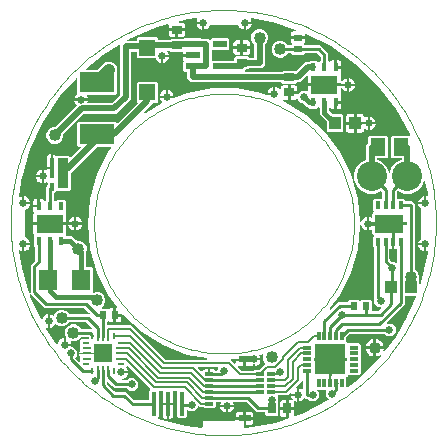
<source format=gbl>
G04 EAGLE Gerber RS-274X export*
G75*
%MOMM*%
%FSLAX35Y35*%
%LPD*%
%INcopper_bottom*%
%IPPOS*%
%AMOC8*
5,1,8,0,0,1.08239X$1,22.5*%
G01*
%ADD10C,0.010000*%
%ADD11C,0.050000*%
%ADD12R,0.700000X0.900000*%
%ADD13R,1.400000X1.400000*%
%ADD14R,2.500000X2.500000*%
%ADD15R,0.300000X0.750000*%
%ADD16R,0.750000X0.300000*%
%ADD17R,2.400000X1.500000*%
%ADD18R,0.350000X0.650000*%
%ADD19R,1.300000X1.500000*%
%ADD20R,1.500000X1.500000*%
%ADD21R,0.250000X0.800000*%
%ADD22R,0.800000X0.250000*%
%ADD23R,0.550000X0.250000*%
%ADD24R,0.250000X0.550000*%
%ADD25R,0.400000X2.000000*%
%ADD26R,1.000000X1.100000*%
%ADD27R,0.700000X0.300000*%
%ADD28R,1.000000X0.600000*%
%ADD29R,3.000000X1.700000*%
%ADD30R,2.300000X1.500000*%
%ADD31R,0.460000X0.710000*%
%ADD32R,0.900000X0.700000*%
%ADD33R,0.700000X0.600000*%
%ADD34C,2.540000*%
%ADD35R,1.200000X0.600000*%
%ADD36R,0.650000X0.300000*%
%ADD37R,0.950000X2.500000*%
%ADD38R,0.300000X1.770000*%
%ADD39R,0.300000X0.650000*%
%ADD40R,1.600000X1.803000*%
%ADD41R,0.600000X0.700000*%
%ADD42C,1.016000*%
%ADD43C,0.406400*%
%ADD44C,0.508000*%
%ADD45C,0.650000*%
%ADD46C,0.254000*%
%ADD47C,0.250000*%
%ADD48C,0.200000*%
%ADD49C,1.016000*%

G36*
X1309238Y-737225D02*
X1309238Y-737225D01*
X1309659Y-737244D01*
X1310336Y-737028D01*
X1311034Y-736903D01*
X1311396Y-736689D01*
X1311797Y-736561D01*
X1312527Y-736022D01*
X1312968Y-735762D01*
X1313101Y-735598D01*
X1313314Y-735440D01*
X1331415Y-717339D01*
X1331923Y-716608D01*
X1332484Y-715919D01*
X1332560Y-715693D01*
X1332697Y-715497D01*
X1332919Y-714635D01*
X1333204Y-713793D01*
X1333198Y-713554D01*
X1333257Y-713323D01*
X1333166Y-712437D01*
X1333140Y-711549D01*
X1333051Y-711328D01*
X1333026Y-711090D01*
X1332632Y-710291D01*
X1332299Y-709468D01*
X1332138Y-709291D01*
X1332032Y-709077D01*
X1331384Y-708465D01*
X1330786Y-707809D01*
X1330574Y-707700D01*
X1330400Y-707535D01*
X1329579Y-707187D01*
X1328791Y-706781D01*
X1328529Y-706741D01*
X1328333Y-706658D01*
X1327821Y-706635D01*
X1326925Y-706500D01*
X1303253Y-706500D01*
X1272499Y-675746D01*
X1272499Y-650092D01*
X1272425Y-649678D01*
X1272444Y-649258D01*
X1272228Y-648581D01*
X1272103Y-647883D01*
X1271889Y-647521D01*
X1271761Y-647120D01*
X1271222Y-646390D01*
X1270962Y-645949D01*
X1270798Y-645816D01*
X1270640Y-645603D01*
X1269999Y-644962D01*
X1269999Y-203414D01*
X1269925Y-203001D01*
X1269944Y-202580D01*
X1269728Y-201903D01*
X1269603Y-201205D01*
X1269389Y-200843D01*
X1269261Y-200442D01*
X1268722Y-199713D01*
X1268462Y-199272D01*
X1268298Y-199138D01*
X1268140Y-198925D01*
X1264999Y-195784D01*
X1264999Y-114215D01*
X1270906Y-108309D01*
X1271112Y-108013D01*
X1271383Y-107775D01*
X1271749Y-107097D01*
X1272188Y-106466D01*
X1272278Y-106118D01*
X1272449Y-105800D01*
X1272556Y-105038D01*
X1272748Y-104292D01*
X1272711Y-103933D01*
X1272761Y-103577D01*
X1272597Y-102826D01*
X1272517Y-102059D01*
X1272358Y-101735D01*
X1272280Y-101384D01*
X1271865Y-100737D01*
X1271523Y-100046D01*
X1271261Y-99799D01*
X1271067Y-99496D01*
X1270261Y-98854D01*
X1269891Y-98505D01*
X1269745Y-98443D01*
X1269591Y-98320D01*
X1264403Y-95325D01*
X1259675Y-90596D01*
X1256331Y-84804D01*
X1254599Y-78344D01*
X1254599Y-56945D01*
X1254463Y-56184D01*
X1254412Y-55413D01*
X1254266Y-55087D01*
X1254203Y-54735D01*
X1253810Y-54070D01*
X1253494Y-53365D01*
X1253243Y-53110D01*
X1253062Y-52802D01*
X1252463Y-52315D01*
X1251920Y-51763D01*
X1251596Y-51612D01*
X1251319Y-51386D01*
X1250586Y-51138D01*
X1249888Y-50810D01*
X1249533Y-50781D01*
X1249193Y-50666D01*
X1248419Y-50688D01*
X1247651Y-50624D01*
X1247259Y-50721D01*
X1246949Y-50730D01*
X1246512Y-50907D01*
X1245820Y-51079D01*
X1235690Y-55275D01*
X1227549Y-56894D01*
X1227549Y-8349D01*
X1277034Y-8349D01*
X1277116Y-8551D01*
X1277438Y-9473D01*
X1277536Y-9591D01*
X1277593Y-9731D01*
X1278248Y-10450D01*
X1278871Y-11202D01*
X1279003Y-11278D01*
X1279105Y-11390D01*
X1279970Y-11836D01*
X1280816Y-12323D01*
X1280966Y-12348D01*
X1281101Y-12418D01*
X1282966Y-12698D01*
X1393649Y-12698D01*
X1394294Y-12583D01*
X1394950Y-12564D01*
X1395391Y-12386D01*
X1395858Y-12302D01*
X1396423Y-11968D01*
X1397031Y-11723D01*
X1397382Y-11403D01*
X1397792Y-11161D01*
X1398206Y-10651D01*
X1398689Y-10210D01*
X1398907Y-9788D01*
X1399207Y-9418D01*
X1399418Y-8796D01*
X1399718Y-8214D01*
X1399799Y-7671D01*
X1399928Y-7292D01*
X1399916Y-6893D01*
X1399998Y-6349D01*
X1399998Y6349D01*
X1399882Y6994D01*
X1399863Y7650D01*
X1399685Y8091D01*
X1399601Y8558D01*
X1399268Y9123D01*
X1399022Y9731D01*
X1398702Y10082D01*
X1398460Y10492D01*
X1397951Y10906D01*
X1397509Y11390D01*
X1397088Y11607D01*
X1396718Y11908D01*
X1396095Y12118D01*
X1395514Y12418D01*
X1394970Y12500D01*
X1394592Y12628D01*
X1394193Y12617D01*
X1393649Y12698D01*
X1283050Y12698D01*
X1282405Y12583D01*
X1281749Y12564D01*
X1281308Y12386D01*
X1280840Y12302D01*
X1280276Y11968D01*
X1279668Y11723D01*
X1279317Y11403D01*
X1278907Y11161D01*
X1278493Y10651D01*
X1278009Y10210D01*
X1277792Y9788D01*
X1277491Y9418D01*
X1277400Y9149D01*
X1227549Y9149D01*
X1227549Y57694D01*
X1235690Y56075D01*
X1245820Y51878D01*
X1246574Y51714D01*
X1247307Y51465D01*
X1247664Y51476D01*
X1248013Y51399D01*
X1248779Y51508D01*
X1249551Y51530D01*
X1249882Y51663D01*
X1250236Y51713D01*
X1250917Y52082D01*
X1251632Y52371D01*
X1251895Y52611D01*
X1252211Y52782D01*
X1252721Y53364D01*
X1253291Y53884D01*
X1253454Y54201D01*
X1253690Y54470D01*
X1253966Y55193D01*
X1254319Y55879D01*
X1254379Y56278D01*
X1254489Y56568D01*
X1254493Y57039D01*
X1254599Y57744D01*
X1254599Y78344D01*
X1256331Y84804D01*
X1259675Y90596D01*
X1264403Y95325D01*
X1269591Y98320D01*
X1269867Y98553D01*
X1270190Y98713D01*
X1270718Y99272D01*
X1271306Y99769D01*
X1271483Y100083D01*
X1271731Y100345D01*
X1272032Y101053D01*
X1272410Y101724D01*
X1272467Y102080D01*
X1272608Y102411D01*
X1272643Y103180D01*
X1272765Y103940D01*
X1272694Y104293D01*
X1272711Y104654D01*
X1272476Y105388D01*
X1272326Y106142D01*
X1272137Y106448D01*
X1272027Y106792D01*
X1271414Y107622D01*
X1271148Y108053D01*
X1271023Y108151D01*
X1270906Y108309D01*
X1264999Y114215D01*
X1264999Y195784D01*
X1276715Y207500D01*
X1328450Y207500D01*
X1329095Y207616D01*
X1329751Y207635D01*
X1330192Y207813D01*
X1330659Y207897D01*
X1331224Y208231D01*
X1331832Y208476D01*
X1332183Y208796D01*
X1332593Y209038D01*
X1333007Y209548D01*
X1333491Y209989D01*
X1333708Y210411D01*
X1334008Y210781D01*
X1334219Y211403D01*
X1334519Y211984D01*
X1334601Y212528D01*
X1334729Y212907D01*
X1334718Y213306D01*
X1334799Y213850D01*
X1334799Y266325D01*
X1334726Y266735D01*
X1334745Y267152D01*
X1334529Y267832D01*
X1334403Y268534D01*
X1334191Y268893D01*
X1334064Y269291D01*
X1333637Y269870D01*
X1333563Y270036D01*
X1333446Y270155D01*
X1333262Y270468D01*
X1333100Y270599D01*
X1332945Y270809D01*
X1332814Y270941D01*
X1332369Y271251D01*
X1331989Y271638D01*
X1331593Y271823D01*
X1331519Y271883D01*
X1331408Y271921D01*
X1330972Y272225D01*
X1330447Y272361D01*
X1329957Y272591D01*
X1329371Y272639D01*
X1328799Y272788D01*
X1328259Y272732D01*
X1327719Y272777D01*
X1327033Y272607D01*
X1326566Y272559D01*
X1326286Y272421D01*
X1325889Y272322D01*
X1279241Y252999D01*
X1220759Y252999D01*
X1166731Y275379D01*
X1125379Y316731D01*
X1102999Y370759D01*
X1102999Y429241D01*
X1125379Y483269D01*
X1166731Y524621D01*
X1200680Y538683D01*
X1201133Y538973D01*
X1201632Y539175D01*
X1202070Y539575D01*
X1202569Y539895D01*
X1202893Y540326D01*
X1203291Y540688D01*
X1203562Y541214D01*
X1203919Y541689D01*
X1204073Y542205D01*
X1204319Y542683D01*
X1204425Y543388D01*
X1204560Y543840D01*
X1204539Y544149D01*
X1204599Y544549D01*
X1204599Y668805D01*
X1218140Y682346D01*
X1218380Y682692D01*
X1218691Y682975D01*
X1219015Y683605D01*
X1219422Y684189D01*
X1219527Y684597D01*
X1219719Y684970D01*
X1219853Y685864D01*
X1219982Y686363D01*
X1219960Y686573D01*
X1219999Y686835D01*
X1219999Y733284D01*
X1231715Y745000D01*
X1378284Y745000D01*
X1390000Y733284D01*
X1390000Y566715D01*
X1378284Y554999D01*
X1301750Y554999D01*
X1301105Y554883D01*
X1300449Y554865D01*
X1300008Y554687D01*
X1299540Y554603D01*
X1298976Y554269D01*
X1298368Y554023D01*
X1298017Y553703D01*
X1297607Y553462D01*
X1297193Y552952D01*
X1296709Y552511D01*
X1296492Y552089D01*
X1296191Y551719D01*
X1295980Y551097D01*
X1295681Y550515D01*
X1295599Y549972D01*
X1295471Y549593D01*
X1295482Y549194D01*
X1295400Y548650D01*
X1295400Y544549D01*
X1295496Y544018D01*
X1295491Y543480D01*
X1295693Y542923D01*
X1295797Y542339D01*
X1296071Y541876D01*
X1296254Y541369D01*
X1296637Y540916D01*
X1296938Y540406D01*
X1297356Y540067D01*
X1297704Y539655D01*
X1298314Y539288D01*
X1298681Y538990D01*
X1298974Y538891D01*
X1299320Y538683D01*
X1333269Y524621D01*
X1374621Y483269D01*
X1394134Y436160D01*
X1394614Y435412D01*
X1395037Y434629D01*
X1395217Y434472D01*
X1395346Y434271D01*
X1396058Y433735D01*
X1396726Y433150D01*
X1396948Y433065D01*
X1397140Y432921D01*
X1397992Y432667D01*
X1398823Y432351D01*
X1399062Y432348D01*
X1399291Y432280D01*
X1400179Y432339D01*
X1401068Y432331D01*
X1401293Y432413D01*
X1401531Y432428D01*
X1402342Y432792D01*
X1403179Y433094D01*
X1403362Y433249D01*
X1403580Y433346D01*
X1404213Y433969D01*
X1404893Y434544D01*
X1405030Y434771D01*
X1405181Y434920D01*
X1405399Y435385D01*
X1405866Y436160D01*
X1425379Y483269D01*
X1466731Y524621D01*
X1500680Y538683D01*
X1501133Y538974D01*
X1501632Y539176D01*
X1502070Y539575D01*
X1502569Y539895D01*
X1502893Y540326D01*
X1503291Y540688D01*
X1503562Y541215D01*
X1503919Y541689D01*
X1504073Y542206D01*
X1504319Y542684D01*
X1504425Y543388D01*
X1504560Y543841D01*
X1504539Y544149D01*
X1504599Y544549D01*
X1504599Y548650D01*
X1504483Y549295D01*
X1504465Y549951D01*
X1504287Y550392D01*
X1504203Y550859D01*
X1503869Y551424D01*
X1503623Y552032D01*
X1503303Y552383D01*
X1503062Y552793D01*
X1502552Y553207D01*
X1502111Y553691D01*
X1501689Y553908D01*
X1501319Y554208D01*
X1500697Y554419D01*
X1500115Y554719D01*
X1499572Y554801D01*
X1499193Y554929D01*
X1498794Y554918D01*
X1498250Y554999D01*
X1421715Y554999D01*
X1409999Y566715D01*
X1409999Y733284D01*
X1421715Y745000D01*
X1569416Y745000D01*
X1569438Y745004D01*
X1569460Y745000D01*
X1570560Y745206D01*
X1571625Y745397D01*
X1571644Y745408D01*
X1571667Y745413D01*
X1572620Y745984D01*
X1573559Y746538D01*
X1573573Y746555D01*
X1573592Y746567D01*
X1574275Y747420D01*
X1574974Y748281D01*
X1574982Y748302D01*
X1574995Y748319D01*
X1575336Y749348D01*
X1575695Y750407D01*
X1575694Y750429D01*
X1575701Y750450D01*
X1575663Y751542D01*
X1575631Y752651D01*
X1575623Y752671D01*
X1575622Y752693D01*
X1574953Y754457D01*
X1452695Y972296D01*
X1452447Y972598D01*
X1452184Y973069D01*
X1296650Y1174492D01*
X1296359Y1174756D01*
X1296032Y1175183D01*
X1112828Y1351813D01*
X1112502Y1352031D01*
X1112115Y1352406D01*
X905146Y1500479D01*
X904793Y1500647D01*
X904355Y1500963D01*
X694653Y1608778D01*
X693670Y1609079D01*
X692693Y1609411D01*
X692597Y1609408D01*
X692507Y1609436D01*
X691481Y1609376D01*
X690449Y1609346D01*
X690360Y1609311D01*
X690265Y1609305D01*
X689321Y1608890D01*
X688368Y1608505D01*
X688297Y1608441D01*
X688210Y1608403D01*
X687467Y1607684D01*
X686709Y1606992D01*
X686666Y1606908D01*
X686597Y1606841D01*
X686151Y1605909D01*
X685681Y1604997D01*
X685665Y1604894D01*
X685628Y1604816D01*
X685588Y1604383D01*
X685400Y1603132D01*
X685400Y1587698D01*
X631351Y1587698D01*
X630706Y1587583D01*
X630050Y1587564D01*
X629609Y1587386D01*
X629142Y1587302D01*
X628577Y1586968D01*
X627969Y1586723D01*
X627618Y1586403D01*
X627208Y1586161D01*
X626794Y1585651D01*
X626310Y1585210D01*
X626093Y1584788D01*
X625793Y1584418D01*
X625582Y1583796D01*
X625282Y1583214D01*
X625200Y1582671D01*
X625072Y1582292D01*
X625083Y1581893D01*
X625002Y1581349D01*
X625002Y1568650D01*
X625118Y1568005D01*
X625136Y1567349D01*
X625314Y1566908D01*
X625398Y1566441D01*
X625732Y1565876D01*
X625978Y1565268D01*
X626298Y1564917D01*
X626539Y1564508D01*
X627049Y1564093D01*
X627490Y1563610D01*
X627912Y1563392D01*
X628282Y1563092D01*
X628904Y1562881D01*
X629486Y1562581D01*
X630029Y1562500D01*
X630408Y1562371D01*
X630807Y1562383D01*
X631351Y1562301D01*
X685400Y1562301D01*
X685400Y1541656D01*
X683669Y1535195D01*
X680325Y1529404D01*
X676593Y1525672D01*
X676218Y1525133D01*
X675768Y1524656D01*
X675582Y1524218D01*
X675311Y1523828D01*
X675147Y1523192D01*
X674891Y1522589D01*
X674869Y1522115D01*
X674750Y1521655D01*
X674818Y1521002D01*
X674788Y1520347D01*
X674933Y1519894D01*
X674982Y1519422D01*
X675272Y1518833D01*
X675472Y1518209D01*
X675799Y1517766D01*
X675975Y1517409D01*
X676265Y1517135D01*
X676593Y1516692D01*
X680123Y1513162D01*
X680135Y1512749D01*
X680313Y1512308D01*
X680397Y1511840D01*
X680731Y1511276D01*
X680976Y1510668D01*
X681296Y1510317D01*
X681538Y1509907D01*
X682048Y1509493D01*
X682489Y1509009D01*
X682911Y1508792D01*
X683281Y1508491D01*
X683903Y1508280D01*
X684484Y1507981D01*
X685028Y1507899D01*
X685407Y1507771D01*
X685806Y1507782D01*
X686350Y1507700D01*
X813545Y1507700D01*
X882700Y1438545D01*
X882700Y1379714D01*
X882775Y1379301D01*
X882755Y1378880D01*
X882972Y1378203D01*
X883097Y1377505D01*
X883311Y1377143D01*
X883439Y1376742D01*
X883978Y1376013D01*
X884238Y1375572D01*
X884402Y1375438D01*
X884560Y1375225D01*
X889338Y1370446D01*
X889634Y1370241D01*
X889872Y1369970D01*
X890550Y1369604D01*
X891181Y1369165D01*
X891530Y1369075D01*
X891847Y1368903D01*
X892608Y1368797D01*
X893355Y1368604D01*
X893714Y1368641D01*
X894070Y1368591D01*
X894821Y1368756D01*
X895588Y1368835D01*
X895912Y1368995D01*
X896263Y1369072D01*
X896910Y1369488D01*
X897601Y1369829D01*
X897848Y1370091D01*
X898151Y1370286D01*
X898794Y1371093D01*
X899142Y1371461D01*
X899204Y1371607D01*
X899327Y1371761D01*
X900675Y1374096D01*
X905403Y1378825D01*
X911195Y1382169D01*
X917656Y1383900D01*
X932500Y1383900D01*
X932500Y1328152D01*
X932616Y1327507D01*
X932635Y1326851D01*
X932813Y1326410D01*
X932897Y1325943D01*
X933230Y1325378D01*
X933476Y1324770D01*
X933796Y1324419D01*
X934038Y1324009D01*
X934548Y1323595D01*
X934989Y1323111D01*
X935411Y1322894D01*
X935780Y1322593D01*
X936403Y1322383D01*
X936984Y1322083D01*
X937528Y1322001D01*
X937906Y1321873D01*
X938305Y1321884D01*
X938849Y1321803D01*
X942803Y1321803D01*
X942803Y1317849D01*
X942918Y1317204D01*
X942937Y1316548D01*
X943115Y1316108D01*
X943199Y1315640D01*
X943533Y1315075D01*
X943778Y1314467D01*
X944098Y1314116D01*
X944340Y1313707D01*
X944850Y1313293D01*
X945291Y1312809D01*
X945713Y1312591D01*
X946083Y1312291D01*
X946705Y1312080D01*
X947287Y1311780D01*
X947830Y1311699D01*
X948209Y1311570D01*
X948608Y1311582D01*
X949152Y1311500D01*
X992400Y1311500D01*
X992400Y1284156D01*
X990669Y1277695D01*
X987326Y1271904D01*
X987194Y1271773D01*
X986653Y1270994D01*
X986067Y1270245D01*
X986013Y1270076D01*
X985912Y1269930D01*
X985675Y1269012D01*
X985387Y1268105D01*
X985396Y1267928D01*
X985352Y1267757D01*
X985449Y1266814D01*
X985494Y1265863D01*
X985566Y1265681D01*
X985582Y1265524D01*
X985806Y1265070D01*
X986184Y1264108D01*
X988669Y1259804D01*
X990400Y1253344D01*
X990400Y1210952D01*
X990469Y1210568D01*
X990448Y1210180D01*
X990666Y1209472D01*
X990797Y1208742D01*
X990995Y1208407D01*
X991110Y1208035D01*
X991561Y1207448D01*
X991938Y1206809D01*
X992241Y1206563D01*
X992478Y1206255D01*
X993104Y1205861D01*
X993681Y1205393D01*
X994049Y1205268D01*
X994379Y1205061D01*
X995104Y1204911D01*
X995807Y1204673D01*
X996197Y1204684D01*
X996577Y1204605D01*
X997309Y1204716D01*
X998051Y1204737D01*
X998411Y1204883D01*
X998796Y1204941D01*
X999446Y1205301D01*
X1000132Y1205578D01*
X1000419Y1205840D01*
X1000760Y1206029D01*
X1001412Y1206745D01*
X1001790Y1207091D01*
X1001875Y1207255D01*
X1002029Y1207424D01*
X1005025Y1211909D01*
X1013090Y1219974D01*
X1022574Y1226311D01*
X1033110Y1230675D01*
X1041250Y1232294D01*
X1041250Y1183749D01*
X991578Y1183749D01*
X991488Y1183902D01*
X991312Y1184420D01*
X991196Y1184563D01*
X991128Y1184731D01*
X990760Y1185134D01*
X990562Y1185471D01*
X990255Y1185720D01*
X989896Y1186162D01*
X989738Y1186256D01*
X989615Y1186390D01*
X989111Y1186650D01*
X988819Y1186887D01*
X988462Y1187008D01*
X987962Y1187303D01*
X987781Y1187335D01*
X987620Y1187418D01*
X986957Y1187518D01*
X986693Y1187607D01*
X986415Y1187599D01*
X985754Y1187698D01*
X856351Y1187698D01*
X855706Y1187583D01*
X855050Y1187564D01*
X854609Y1187386D01*
X854142Y1187302D01*
X853577Y1186968D01*
X852969Y1186723D01*
X852618Y1186403D01*
X852208Y1186161D01*
X851794Y1185651D01*
X851310Y1185210D01*
X851093Y1184788D01*
X850793Y1184418D01*
X850582Y1183796D01*
X850282Y1183214D01*
X850200Y1182671D01*
X850072Y1182292D01*
X850083Y1181893D01*
X850002Y1181349D01*
X850002Y1168650D01*
X850118Y1168005D01*
X850136Y1167349D01*
X850314Y1166908D01*
X850398Y1166441D01*
X850732Y1165876D01*
X850978Y1165268D01*
X851298Y1164917D01*
X851539Y1164508D01*
X852049Y1164093D01*
X852490Y1163610D01*
X852912Y1163392D01*
X853282Y1163092D01*
X853904Y1162881D01*
X854486Y1162581D01*
X855029Y1162500D01*
X855408Y1162371D01*
X855807Y1162383D01*
X856351Y1162301D01*
X985754Y1162301D01*
X985925Y1162332D01*
X986097Y1162310D01*
X986672Y1162446D01*
X987051Y1162457D01*
X987394Y1162595D01*
X987964Y1162698D01*
X988113Y1162786D01*
X988282Y1162826D01*
X988775Y1163154D01*
X989132Y1163298D01*
X989409Y1163551D01*
X989897Y1163839D01*
X990006Y1163973D01*
X990151Y1164069D01*
X990491Y1164538D01*
X990791Y1164811D01*
X990970Y1165160D01*
X991313Y1165581D01*
X991368Y1165746D01*
X991470Y1165885D01*
X991572Y1166250D01*
X1041250Y1166250D01*
X1041250Y1117706D01*
X1033110Y1119325D01*
X1022574Y1123689D01*
X1013090Y1130026D01*
X1005025Y1138091D01*
X1002029Y1142575D01*
X1001759Y1142856D01*
X1001561Y1143191D01*
X1000986Y1143658D01*
X1000472Y1144192D01*
X1000121Y1144361D01*
X999819Y1144607D01*
X999117Y1144844D01*
X998449Y1145166D01*
X998062Y1145202D01*
X997693Y1145327D01*
X996952Y1145306D01*
X996214Y1145375D01*
X995838Y1145274D01*
X995449Y1145263D01*
X994763Y1144986D01*
X994046Y1144793D01*
X993728Y1144567D01*
X993368Y1144422D01*
X992821Y1143923D01*
X992216Y1143493D01*
X991997Y1143171D01*
X991709Y1142909D01*
X991370Y1142251D01*
X990952Y1141637D01*
X990859Y1141259D01*
X990681Y1140913D01*
X990537Y1139958D01*
X990413Y1139458D01*
X990434Y1139274D01*
X990400Y1139048D01*
X990400Y1096656D01*
X988669Y1090195D01*
X986551Y1086526D01*
X986230Y1085636D01*
X985858Y1084759D01*
X985849Y1084581D01*
X985789Y1084414D01*
X985798Y1083465D01*
X985755Y1082516D01*
X985809Y1082348D01*
X985811Y1082170D01*
X986149Y1081283D01*
X986439Y1080378D01*
X986555Y1080220D01*
X986612Y1080073D01*
X986946Y1079692D01*
X987560Y1078861D01*
X988325Y1078096D01*
X991669Y1072304D01*
X993400Y1065844D01*
X993400Y1038499D01*
X950152Y1038499D01*
X949507Y1038383D01*
X948851Y1038365D01*
X948410Y1038187D01*
X947943Y1038103D01*
X947378Y1037769D01*
X946770Y1037523D01*
X946419Y1037203D01*
X946009Y1036962D01*
X945595Y1036452D01*
X945111Y1036011D01*
X944894Y1035589D01*
X944593Y1035219D01*
X944383Y1034597D01*
X944083Y1034015D01*
X944001Y1033472D01*
X943873Y1033093D01*
X943884Y1032694D01*
X943803Y1032150D01*
X943803Y1028197D01*
X939849Y1028197D01*
X939204Y1028081D01*
X938548Y1028063D01*
X938108Y1027884D01*
X937640Y1027800D01*
X937075Y1027467D01*
X936467Y1027221D01*
X936116Y1026901D01*
X935707Y1026659D01*
X935293Y1026150D01*
X934809Y1025708D01*
X934591Y1025287D01*
X934291Y1024917D01*
X934080Y1024294D01*
X933780Y1023713D01*
X933699Y1023169D01*
X933570Y1022791D01*
X933582Y1022392D01*
X933500Y1021848D01*
X933500Y966099D01*
X918656Y966099D01*
X912195Y967831D01*
X906404Y971174D01*
X901159Y976419D01*
X900429Y976927D01*
X899739Y977488D01*
X899512Y977565D01*
X899317Y977701D01*
X898457Y977923D01*
X897613Y978208D01*
X897374Y978202D01*
X897143Y978261D01*
X896257Y978170D01*
X895369Y978144D01*
X895148Y978055D01*
X894910Y978030D01*
X894111Y977636D01*
X893288Y977303D01*
X893111Y977142D01*
X892897Y977036D01*
X892285Y976389D01*
X891629Y975790D01*
X891520Y975578D01*
X891356Y975404D01*
X891008Y974585D01*
X890601Y973795D01*
X890561Y973533D01*
X890478Y973338D01*
X890455Y972825D01*
X890320Y971929D01*
X890320Y959331D01*
X890395Y958918D01*
X890375Y958497D01*
X890592Y957820D01*
X890717Y957122D01*
X890931Y956760D01*
X891059Y956359D01*
X891598Y955629D01*
X891858Y955188D01*
X892022Y955055D01*
X892180Y954842D01*
X920162Y926860D01*
X920508Y926619D01*
X920791Y926309D01*
X921421Y925984D01*
X922005Y925578D01*
X922413Y925473D01*
X922786Y925281D01*
X923680Y925146D01*
X924178Y925018D01*
X924389Y925040D01*
X924651Y925000D01*
X998284Y925000D01*
X1010000Y913284D01*
X1010000Y786715D01*
X998284Y774999D01*
X881715Y774999D01*
X869999Y786715D01*
X869999Y860348D01*
X869925Y860762D01*
X869944Y861183D01*
X869728Y861860D01*
X869603Y862558D01*
X869389Y862920D01*
X869261Y863321D01*
X868722Y864050D01*
X868462Y864491D01*
X868298Y864625D01*
X868140Y864838D01*
X809679Y923298D01*
X809679Y977905D01*
X809605Y978319D01*
X809624Y978740D01*
X809408Y979417D01*
X809283Y980115D01*
X809069Y980477D01*
X808941Y980878D01*
X808402Y981607D01*
X808142Y982048D01*
X807978Y982182D01*
X807820Y982395D01*
X806989Y983225D01*
X806451Y983599D01*
X805974Y984050D01*
X805537Y984236D01*
X805146Y984507D01*
X804511Y984671D01*
X803908Y984927D01*
X803433Y984949D01*
X802973Y985068D01*
X802320Y985000D01*
X801665Y985030D01*
X801213Y984885D01*
X800740Y984836D01*
X800152Y984546D01*
X799527Y984346D01*
X799084Y984019D01*
X798727Y983843D01*
X798453Y983553D01*
X798010Y983225D01*
X786284Y971499D01*
X723715Y971499D01*
X710395Y984820D01*
X710049Y985060D01*
X709766Y985371D01*
X709137Y985695D01*
X708553Y986102D01*
X708144Y986207D01*
X707771Y986399D01*
X706877Y986533D01*
X706378Y986662D01*
X706168Y986640D01*
X705906Y986679D01*
X701298Y986679D01*
X672338Y1015640D01*
X672047Y1015843D01*
X671936Y1015963D01*
X671899Y1015983D01*
X671709Y1016191D01*
X671079Y1016515D01*
X670495Y1016922D01*
X670087Y1017027D01*
X669714Y1017219D01*
X668819Y1017353D01*
X668321Y1017482D01*
X668110Y1017460D01*
X667848Y1017499D01*
X653253Y1017499D01*
X622499Y1048253D01*
X622499Y1051249D01*
X622342Y1052125D01*
X622250Y1053010D01*
X622145Y1053224D01*
X622103Y1053459D01*
X621650Y1054226D01*
X621256Y1055023D01*
X621083Y1055187D01*
X620962Y1055392D01*
X620271Y1055953D01*
X619624Y1056564D01*
X619404Y1056657D01*
X619219Y1056808D01*
X618374Y1057094D01*
X617558Y1057441D01*
X617320Y1057452D01*
X617093Y1057528D01*
X616203Y1057503D01*
X615315Y1057544D01*
X615087Y1057471D01*
X614849Y1057464D01*
X614026Y1057131D01*
X613177Y1056860D01*
X612963Y1056702D01*
X612768Y1056623D01*
X612390Y1056278D01*
X611660Y1055739D01*
X610596Y1054674D01*
X604804Y1051331D01*
X598343Y1049599D01*
X562698Y1049599D01*
X562698Y1097301D01*
X625424Y1097301D01*
X625838Y1097375D01*
X626258Y1097356D01*
X626935Y1097573D01*
X627633Y1097698D01*
X627995Y1097911D01*
X628397Y1098040D01*
X629126Y1098578D01*
X629567Y1098839D01*
X629700Y1099003D01*
X629914Y1099161D01*
X653253Y1122500D01*
X696746Y1122500D01*
X698760Y1120486D01*
X699050Y1120284D01*
X699154Y1120171D01*
X699384Y1120052D01*
X699490Y1119979D01*
X700181Y1119417D01*
X700408Y1119340D01*
X700603Y1119204D01*
X701463Y1118983D01*
X702307Y1118697D01*
X702546Y1118703D01*
X702777Y1118644D01*
X703662Y1118735D01*
X704551Y1118761D01*
X704772Y1118850D01*
X705010Y1118875D01*
X705808Y1119269D01*
X706632Y1119602D01*
X706808Y1119763D01*
X707023Y1119869D01*
X707634Y1120516D01*
X708291Y1121115D01*
X708400Y1121327D01*
X708564Y1121501D01*
X708912Y1122321D01*
X709319Y1123110D01*
X709358Y1123372D01*
X709441Y1123567D01*
X709465Y1124079D01*
X709529Y1124268D01*
X709523Y1124469D01*
X709599Y1124976D01*
X709599Y1162301D01*
X843649Y1162301D01*
X844294Y1162417D01*
X844950Y1162436D01*
X845391Y1162614D01*
X845858Y1162698D01*
X846423Y1163031D01*
X847031Y1163277D01*
X847382Y1163597D01*
X847792Y1163839D01*
X848206Y1164348D01*
X848689Y1164790D01*
X848907Y1165212D01*
X849207Y1165581D01*
X849418Y1166204D01*
X849718Y1166785D01*
X849799Y1167329D01*
X849928Y1167707D01*
X849916Y1168106D01*
X849998Y1168650D01*
X849998Y1181349D01*
X849882Y1181994D01*
X849863Y1182650D01*
X849685Y1183091D01*
X849601Y1183558D01*
X849268Y1184123D01*
X849022Y1184731D01*
X848702Y1185082D01*
X848460Y1185492D01*
X847951Y1185906D01*
X847509Y1186390D01*
X847088Y1186607D01*
X846718Y1186908D01*
X846095Y1187118D01*
X845514Y1187418D01*
X844970Y1187500D01*
X844592Y1187628D01*
X844193Y1187617D01*
X843649Y1187698D01*
X709599Y1187698D01*
X709599Y1245065D01*
X709443Y1245939D01*
X709351Y1246825D01*
X709245Y1247040D01*
X709203Y1247274D01*
X708752Y1248038D01*
X708357Y1248838D01*
X708183Y1249003D01*
X708062Y1249208D01*
X707373Y1249768D01*
X706725Y1250379D01*
X706504Y1250473D01*
X706319Y1250623D01*
X705476Y1250909D01*
X704658Y1251256D01*
X704420Y1251267D01*
X704193Y1251344D01*
X703303Y1251318D01*
X702416Y1251359D01*
X702188Y1251287D01*
X701949Y1251280D01*
X701126Y1250947D01*
X700278Y1250676D01*
X700063Y1250518D01*
X699868Y1250438D01*
X699490Y1250094D01*
X698760Y1249555D01*
X672260Y1223054D01*
X672259Y1223053D01*
X643805Y1194599D01*
X615514Y1194599D01*
X615101Y1194525D01*
X614680Y1194544D01*
X614003Y1194328D01*
X613305Y1194203D01*
X612943Y1193989D01*
X612542Y1193861D01*
X611813Y1193322D01*
X611372Y1193062D01*
X611238Y1192898D01*
X611025Y1192740D01*
X603284Y1184999D01*
X496715Y1184999D01*
X488975Y1192740D01*
X488629Y1192980D01*
X488346Y1193291D01*
X487716Y1193615D01*
X487132Y1194022D01*
X486724Y1194127D01*
X486351Y1194319D01*
X485456Y1194453D01*
X484958Y1194582D01*
X484747Y1194560D01*
X484485Y1194599D01*
X-283805Y1194599D01*
X-310400Y1221194D01*
X-310400Y1273650D01*
X-310516Y1274295D01*
X-310535Y1274951D01*
X-310713Y1275392D01*
X-310797Y1275859D01*
X-311131Y1276424D01*
X-311376Y1277032D01*
X-311696Y1277383D01*
X-311938Y1277793D01*
X-312448Y1278207D01*
X-312889Y1278691D01*
X-313311Y1278908D01*
X-313681Y1279208D01*
X-314303Y1279419D01*
X-314884Y1279719D01*
X-315428Y1279801D01*
X-315807Y1279929D01*
X-316206Y1279918D01*
X-316750Y1279999D01*
X-333284Y1279999D01*
X-345000Y1291715D01*
X-345000Y1368284D01*
X-344093Y1369192D01*
X-343718Y1369730D01*
X-343268Y1370208D01*
X-343082Y1370645D01*
X-342811Y1371035D01*
X-342647Y1371670D01*
X-342391Y1372274D01*
X-342369Y1372749D01*
X-342251Y1373208D01*
X-342318Y1373860D01*
X-342288Y1374517D01*
X-342433Y1374970D01*
X-342482Y1375441D01*
X-342772Y1376029D01*
X-342972Y1376655D01*
X-343299Y1377098D01*
X-343475Y1377454D01*
X-343765Y1377728D01*
X-344093Y1378172D01*
X-345325Y1379404D01*
X-348669Y1385195D01*
X-350400Y1391656D01*
X-350400Y1412301D01*
X-271351Y1412301D01*
X-270706Y1412417D01*
X-270050Y1412436D01*
X-269609Y1412614D01*
X-269142Y1412698D01*
X-268577Y1413031D01*
X-267969Y1413277D01*
X-267618Y1413597D01*
X-267208Y1413839D01*
X-266794Y1414348D01*
X-266310Y1414790D01*
X-266093Y1415212D01*
X-265793Y1415581D01*
X-265582Y1416204D01*
X-265282Y1416785D01*
X-265200Y1417329D01*
X-265072Y1417707D01*
X-265083Y1418106D01*
X-265002Y1418650D01*
X-265002Y1431349D01*
X-265118Y1431994D01*
X-265136Y1432650D01*
X-265314Y1433091D01*
X-265398Y1433558D01*
X-265732Y1434123D01*
X-265978Y1434731D01*
X-266298Y1435082D01*
X-266539Y1435492D01*
X-267049Y1435906D01*
X-267490Y1436390D01*
X-267912Y1436607D01*
X-268282Y1436908D01*
X-268904Y1437118D01*
X-269486Y1437418D01*
X-270029Y1437500D01*
X-270408Y1437628D01*
X-270807Y1437617D01*
X-271351Y1437698D01*
X-350400Y1437698D01*
X-350400Y1448650D01*
X-350516Y1449295D01*
X-350535Y1449951D01*
X-350713Y1450392D01*
X-350797Y1450859D01*
X-351131Y1451424D01*
X-351376Y1452032D01*
X-351696Y1452383D01*
X-351938Y1452793D01*
X-352448Y1453207D01*
X-352889Y1453691D01*
X-353311Y1453908D01*
X-353681Y1454208D01*
X-354303Y1454419D01*
X-354884Y1454719D01*
X-355428Y1454801D01*
X-355807Y1454929D01*
X-356206Y1454918D01*
X-356750Y1454999D01*
X-453284Y1454999D01*
X-461025Y1462740D01*
X-461371Y1462980D01*
X-461654Y1463291D01*
X-462284Y1463615D01*
X-462868Y1464022D01*
X-463276Y1464127D01*
X-463649Y1464319D01*
X-464543Y1464453D01*
X-465042Y1464582D01*
X-465253Y1464560D01*
X-465514Y1464599D01*
X-473554Y1464599D01*
X-473821Y1464552D01*
X-474091Y1464577D01*
X-474919Y1464354D01*
X-475764Y1464203D01*
X-475997Y1464065D01*
X-476259Y1463995D01*
X-476960Y1463497D01*
X-477697Y1463062D01*
X-477868Y1462852D01*
X-478089Y1462695D01*
X-478572Y1461985D01*
X-479113Y1461319D01*
X-479200Y1461062D01*
X-479352Y1460839D01*
X-479557Y1460008D01*
X-479833Y1459193D01*
X-479826Y1458922D01*
X-479891Y1458659D01*
X-479794Y1457807D01*
X-479769Y1456949D01*
X-479668Y1456698D01*
X-479637Y1456429D01*
X-479084Y1455254D01*
X-478928Y1454868D01*
X-478875Y1454810D01*
X-478834Y1454723D01*
X-472889Y1445826D01*
X-468525Y1435290D01*
X-466906Y1427149D01*
X-521798Y1427149D01*
X-522443Y1427033D01*
X-523099Y1427015D01*
X-523540Y1426837D01*
X-524007Y1426753D01*
X-524572Y1426419D01*
X-525180Y1426173D01*
X-525531Y1425853D01*
X-525941Y1425612D01*
X-526355Y1425102D01*
X-526838Y1424661D01*
X-527056Y1424239D01*
X-527356Y1423869D01*
X-527567Y1423247D01*
X-527867Y1422665D01*
X-527937Y1422198D01*
X-528342Y1422034D01*
X-528809Y1421950D01*
X-529374Y1421617D01*
X-529982Y1421371D01*
X-530333Y1421051D01*
X-530743Y1420809D01*
X-531157Y1420300D01*
X-531641Y1419858D01*
X-531858Y1419437D01*
X-532158Y1419067D01*
X-532369Y1418444D01*
X-532669Y1417863D01*
X-532751Y1417319D01*
X-532879Y1416941D01*
X-532868Y1416542D01*
X-532949Y1415998D01*
X-532949Y1361106D01*
X-541090Y1362725D01*
X-551626Y1367089D01*
X-561109Y1373426D01*
X-569174Y1381490D01*
X-575511Y1390974D01*
X-577626Y1396080D01*
X-577916Y1396533D01*
X-578118Y1397032D01*
X-578518Y1397470D01*
X-578838Y1397969D01*
X-579269Y1398293D01*
X-579631Y1398691D01*
X-580157Y1398962D01*
X-580632Y1399319D01*
X-581148Y1399473D01*
X-581626Y1399719D01*
X-582331Y1399825D01*
X-582783Y1399960D01*
X-583092Y1399939D01*
X-583492Y1399999D01*
X-728284Y1399999D01*
X-740000Y1411715D01*
X-740000Y1448250D01*
X-740116Y1448895D01*
X-740135Y1449551D01*
X-740313Y1449992D01*
X-740397Y1450459D01*
X-740731Y1451024D01*
X-740976Y1451632D01*
X-741296Y1451983D01*
X-741538Y1452393D01*
X-742048Y1452807D01*
X-742489Y1453291D01*
X-742911Y1453508D01*
X-743281Y1453808D01*
X-743903Y1454019D01*
X-744484Y1454319D01*
X-745028Y1454401D01*
X-745407Y1454529D01*
X-745806Y1454518D01*
X-746350Y1454599D01*
X-780250Y1454599D01*
X-780895Y1454483D01*
X-781551Y1454465D01*
X-781992Y1454287D01*
X-782459Y1454203D01*
X-783024Y1453869D01*
X-783632Y1453623D01*
X-783983Y1453303D01*
X-784393Y1453062D01*
X-784807Y1452552D01*
X-785291Y1452111D01*
X-785508Y1451689D01*
X-785808Y1451319D01*
X-786019Y1450697D01*
X-786319Y1450115D01*
X-786401Y1449572D01*
X-786529Y1449193D01*
X-786518Y1448794D01*
X-786599Y1448250D01*
X-786599Y1056194D01*
X-913194Y929599D01*
X-1183564Y929599D01*
X-1183978Y929525D01*
X-1184399Y929544D01*
X-1185076Y929328D01*
X-1185774Y929203D01*
X-1186136Y928989D01*
X-1186537Y928861D01*
X-1187266Y928322D01*
X-1187707Y928062D01*
X-1187841Y927898D01*
X-1188054Y927740D01*
X-1361340Y754454D01*
X-1361580Y754108D01*
X-1361891Y753825D01*
X-1362215Y753195D01*
X-1362622Y752611D01*
X-1362727Y752203D01*
X-1362919Y751830D01*
X-1363053Y750936D01*
X-1363182Y750438D01*
X-1363160Y750227D01*
X-1363199Y749965D01*
X-1363199Y731916D01*
X-1373978Y705895D01*
X-1393895Y685978D01*
X-1419916Y675199D01*
X-1448083Y675199D01*
X-1474105Y685978D01*
X-1494022Y705895D01*
X-1504800Y731916D01*
X-1504800Y760083D01*
X-1494022Y786105D01*
X-1474105Y806022D01*
X-1448083Y816800D01*
X-1430035Y816800D01*
X-1429621Y816875D01*
X-1429201Y816855D01*
X-1428524Y817072D01*
X-1427826Y817197D01*
X-1427464Y817411D01*
X-1427063Y817539D01*
X-1426333Y818078D01*
X-1425892Y818338D01*
X-1425759Y818502D01*
X-1425545Y818660D01*
X-1252260Y991946D01*
X-1247434Y996771D01*
X-1247059Y997310D01*
X-1246609Y997787D01*
X-1246424Y998224D01*
X-1246153Y998614D01*
X-1245989Y999249D01*
X-1245733Y999853D01*
X-1245711Y1000327D01*
X-1245592Y1000788D01*
X-1245659Y1001441D01*
X-1245629Y1002096D01*
X-1245774Y1002548D01*
X-1245823Y1003021D01*
X-1246113Y1003608D01*
X-1246313Y1004234D01*
X-1246641Y1004677D01*
X-1246817Y1005034D01*
X-1247106Y1005307D01*
X-1247434Y1005751D01*
X-1255174Y1013490D01*
X-1261511Y1022974D01*
X-1265875Y1033510D01*
X-1267494Y1041650D01*
X-1212602Y1041650D01*
X-1211957Y1041766D01*
X-1211301Y1041785D01*
X-1210860Y1041963D01*
X-1210393Y1042047D01*
X-1210158Y1042185D01*
X-1209663Y1041930D01*
X-1209119Y1041849D01*
X-1208741Y1041720D01*
X-1208342Y1041732D01*
X-1207798Y1041650D01*
X-1152906Y1041650D01*
X-1154525Y1033511D01*
X-1156319Y1029180D01*
X-1156483Y1028425D01*
X-1156732Y1027693D01*
X-1156722Y1027335D01*
X-1156798Y1026987D01*
X-1156690Y1026221D01*
X-1156668Y1025449D01*
X-1156534Y1025118D01*
X-1156484Y1024764D01*
X-1156115Y1024083D01*
X-1155826Y1023368D01*
X-1155586Y1023104D01*
X-1155416Y1022789D01*
X-1154834Y1022279D01*
X-1154313Y1021709D01*
X-1153997Y1021546D01*
X-1153727Y1021310D01*
X-1153003Y1021034D01*
X-1152318Y1020681D01*
X-1151919Y1020621D01*
X-1151630Y1020510D01*
X-1151157Y1020506D01*
X-1150453Y1020400D01*
X-953435Y1020400D01*
X-953022Y1020475D01*
X-952601Y1020455D01*
X-951924Y1020672D01*
X-951226Y1020797D01*
X-950864Y1021011D01*
X-950463Y1021139D01*
X-949733Y1021678D01*
X-949293Y1021938D01*
X-949159Y1022102D01*
X-948946Y1022260D01*
X-879260Y1091946D01*
X-879019Y1092292D01*
X-878709Y1092575D01*
X-878384Y1093205D01*
X-877978Y1093789D01*
X-877873Y1094197D01*
X-877681Y1094570D01*
X-877546Y1095464D01*
X-877418Y1095963D01*
X-877440Y1096173D01*
X-877400Y1096435D01*
X-877400Y1508758D01*
X-877425Y1508895D01*
X-877406Y1509034D01*
X-877623Y1509997D01*
X-877797Y1510968D01*
X-877868Y1511088D01*
X-877899Y1511224D01*
X-878437Y1512052D01*
X-878938Y1512901D01*
X-879046Y1512989D01*
X-879123Y1513106D01*
X-879914Y1513694D01*
X-880681Y1514317D01*
X-880813Y1514362D01*
X-880925Y1514444D01*
X-881870Y1514720D01*
X-882807Y1515037D01*
X-882946Y1515033D01*
X-883080Y1515072D01*
X-884063Y1515001D01*
X-885051Y1514973D01*
X-885180Y1514920D01*
X-885319Y1514910D01*
X-887057Y1514178D01*
X-1024200Y1430481D01*
X-1024493Y1430221D01*
X-1024954Y1429941D01*
X-1167601Y1311230D01*
X-1167635Y1311189D01*
X-1167682Y1311161D01*
X-1168360Y1310326D01*
X-1169045Y1309512D01*
X-1169063Y1309461D01*
X-1169098Y1309419D01*
X-1169444Y1308396D01*
X-1169801Y1307398D01*
X-1169801Y1307344D01*
X-1169818Y1307293D01*
X-1169787Y1306218D01*
X-1169775Y1305153D01*
X-1169755Y1305103D01*
X-1169754Y1305049D01*
X-1169354Y1304061D01*
X-1168969Y1303058D01*
X-1168933Y1303017D01*
X-1168913Y1302968D01*
X-1168195Y1302181D01*
X-1167484Y1301374D01*
X-1167436Y1301349D01*
X-1167400Y1301309D01*
X-1166460Y1300825D01*
X-1165506Y1300313D01*
X-1165452Y1300305D01*
X-1165404Y1300281D01*
X-1163539Y1300000D01*
X-1075493Y1300000D01*
X-1075003Y1300088D01*
X-1074505Y1300078D01*
X-1073907Y1300285D01*
X-1073283Y1300397D01*
X-1072854Y1300650D01*
X-1072384Y1300813D01*
X-1071773Y1301288D01*
X-1071350Y1301538D01*
X-1071175Y1301753D01*
X-1070895Y1301971D01*
X-1036180Y1338422D01*
X-1036056Y1338609D01*
X-1035884Y1338754D01*
X-1035147Y1339980D01*
X-1025726Y1349401D01*
X-1025685Y1349459D01*
X-1025618Y1349512D01*
X-1016510Y1359075D01*
X-1016418Y1359104D01*
X-1015268Y1359954D01*
X-1002961Y1365052D01*
X-1002902Y1365090D01*
X-1002819Y1365113D01*
X-990743Y1370463D01*
X-990647Y1370455D01*
X-989260Y1370800D01*
X-975940Y1370800D01*
X-975870Y1370813D01*
X-975785Y1370802D01*
X-962579Y1371124D01*
X-962495Y1371081D01*
X-961080Y1370868D01*
X-948778Y1365772D01*
X-948709Y1365757D01*
X-948634Y1365714D01*
X-936307Y1360957D01*
X-936244Y1360883D01*
X-935019Y1360147D01*
X-925601Y1350728D01*
X-925542Y1350687D01*
X-925490Y1350619D01*
X-915925Y1341510D01*
X-915895Y1341418D01*
X-915045Y1340268D01*
X-909948Y1327961D01*
X-909910Y1327902D01*
X-909887Y1327819D01*
X-904536Y1315743D01*
X-904544Y1315647D01*
X-904199Y1314260D01*
X-904199Y1300940D01*
X-904187Y1300870D01*
X-904198Y1300785D01*
X-903875Y1287579D01*
X-903919Y1287495D01*
X-904132Y1286080D01*
X-904516Y1285153D01*
X-904581Y1284857D01*
X-904719Y1284588D01*
X-904895Y1283418D01*
X-904995Y1282959D01*
X-904980Y1282853D01*
X-904999Y1282723D01*
X-904999Y1101715D01*
X-916715Y1089999D01*
X-1155144Y1089999D01*
X-1155411Y1089952D01*
X-1155681Y1089977D01*
X-1156509Y1089754D01*
X-1157354Y1089603D01*
X-1157587Y1089465D01*
X-1157849Y1089395D01*
X-1158549Y1088897D01*
X-1159287Y1088462D01*
X-1159458Y1088251D01*
X-1159679Y1088094D01*
X-1160162Y1087385D01*
X-1160703Y1086719D01*
X-1160790Y1086463D01*
X-1160942Y1086239D01*
X-1161148Y1085406D01*
X-1161423Y1084593D01*
X-1161416Y1084322D01*
X-1161481Y1084059D01*
X-1161384Y1083207D01*
X-1161359Y1082349D01*
X-1161258Y1082098D01*
X-1161227Y1081829D01*
X-1160674Y1080656D01*
X-1160518Y1080268D01*
X-1160464Y1080209D01*
X-1160423Y1080122D01*
X-1158889Y1077826D01*
X-1154525Y1067290D01*
X-1152906Y1059149D01*
X-1207798Y1059149D01*
X-1208443Y1059033D01*
X-1209099Y1059015D01*
X-1209540Y1058837D01*
X-1210007Y1058753D01*
X-1210242Y1058614D01*
X-1210737Y1058869D01*
X-1211280Y1058951D01*
X-1211659Y1059079D01*
X-1212058Y1059068D01*
X-1212602Y1059149D01*
X-1267494Y1059149D01*
X-1265875Y1067290D01*
X-1261511Y1077826D01*
X-1255174Y1087309D01*
X-1246860Y1095623D01*
X-1246619Y1095969D01*
X-1246309Y1096253D01*
X-1245984Y1096883D01*
X-1245578Y1097467D01*
X-1245473Y1097875D01*
X-1245281Y1098248D01*
X-1245146Y1099142D01*
X-1245018Y1099640D01*
X-1245040Y1099851D01*
X-1245000Y1100113D01*
X-1245000Y1223381D01*
X-1245188Y1224423D01*
X-1245355Y1225472D01*
X-1245386Y1225528D01*
X-1245397Y1225590D01*
X-1245933Y1226498D01*
X-1246457Y1227428D01*
X-1246506Y1227469D01*
X-1246538Y1227523D01*
X-1247358Y1228189D01*
X-1248171Y1228877D01*
X-1248231Y1228899D01*
X-1248281Y1228939D01*
X-1249292Y1229282D01*
X-1250283Y1229640D01*
X-1250346Y1229639D01*
X-1250407Y1229660D01*
X-1251474Y1229629D01*
X-1252528Y1229620D01*
X-1252587Y1229597D01*
X-1252651Y1229595D01*
X-1253634Y1229198D01*
X-1254625Y1228820D01*
X-1254679Y1228776D01*
X-1254732Y1228754D01*
X-1254996Y1228513D01*
X-1256078Y1227618D01*
X-1391051Y1076979D01*
X-1391257Y1076646D01*
X-1391618Y1076246D01*
X-1532033Y864007D01*
X-1532188Y863648D01*
X-1532487Y863198D01*
X-1640504Y632777D01*
X-1640605Y632399D01*
X-1640836Y631911D01*
X-1714152Y388218D01*
X-1714197Y387827D01*
X-1714353Y387313D01*
X-1714947Y383279D01*
X-1714947Y383278D01*
X-1714947Y383276D01*
X-1715881Y376931D01*
X-1715882Y376928D01*
X-1715882Y376926D01*
X-1716815Y370581D01*
X-1716816Y370579D01*
X-1716816Y370577D01*
X-1717750Y364232D01*
X-1717751Y364230D01*
X-1717751Y364228D01*
X-1718684Y357882D01*
X-1718685Y357880D01*
X-1718685Y357878D01*
X-1719619Y351534D01*
X-1719620Y351531D01*
X-1719620Y351528D01*
X-1720553Y345184D01*
X-1720554Y345182D01*
X-1720554Y345179D01*
X-1721488Y338834D01*
X-1721488Y338832D01*
X-1721488Y338830D01*
X-1722422Y332485D01*
X-1722423Y332483D01*
X-1722423Y332481D01*
X-1723357Y326135D01*
X-1723357Y326133D01*
X-1723357Y326132D01*
X-1724291Y319787D01*
X-1724292Y319784D01*
X-1724292Y319781D01*
X-1725226Y313437D01*
X-1725226Y313435D01*
X-1725226Y313432D01*
X-1726160Y307087D01*
X-1726161Y307085D01*
X-1726161Y307083D01*
X-1727094Y300738D01*
X-1727095Y300736D01*
X-1727095Y300734D01*
X-1728029Y294389D01*
X-1728030Y294387D01*
X-1728030Y294383D01*
X-1728963Y288040D01*
X-1728964Y288037D01*
X-1728964Y288035D01*
X-1729898Y281690D01*
X-1729898Y281688D01*
X-1729898Y281686D01*
X-1730832Y275340D01*
X-1730833Y275338D01*
X-1730833Y275337D01*
X-1731767Y268992D01*
X-1731768Y268989D01*
X-1731768Y268986D01*
X-1732701Y262642D01*
X-1732702Y262640D01*
X-1732702Y262637D01*
X-1733636Y256293D01*
X-1733636Y256290D01*
X-1733636Y256288D01*
X-1734570Y249943D01*
X-1734571Y249941D01*
X-1734571Y249939D01*
X-1735504Y243593D01*
X-1735505Y243592D01*
X-1735505Y243590D01*
X-1736439Y237245D01*
X-1736440Y237242D01*
X-1736440Y237239D01*
X-1737124Y232588D01*
X-1737101Y231857D01*
X-1737169Y231128D01*
X-1737066Y230744D01*
X-1737053Y230345D01*
X-1736777Y229666D01*
X-1736587Y228960D01*
X-1736356Y228635D01*
X-1736206Y228266D01*
X-1735712Y227728D01*
X-1735287Y227130D01*
X-1734957Y226905D01*
X-1734688Y226612D01*
X-1734036Y226278D01*
X-1733431Y225867D01*
X-1733045Y225771D01*
X-1732690Y225589D01*
X-1731963Y225504D01*
X-1731252Y225328D01*
X-1730856Y225373D01*
X-1730460Y225326D01*
X-1729749Y225499D01*
X-1729022Y225582D01*
X-1728611Y225775D01*
X-1728279Y225855D01*
X-1727907Y226106D01*
X-1727814Y226150D01*
X-1716890Y230675D01*
X-1708749Y232294D01*
X-1708749Y177402D01*
X-1708633Y176757D01*
X-1708615Y176101D01*
X-1708437Y175660D01*
X-1708353Y175193D01*
X-1708019Y174628D01*
X-1707773Y174020D01*
X-1707453Y173669D01*
X-1707212Y173259D01*
X-1706702Y172845D01*
X-1706261Y172361D01*
X-1705839Y172144D01*
X-1705469Y171843D01*
X-1704847Y171633D01*
X-1704265Y171333D01*
X-1703798Y171263D01*
X-1703634Y170858D01*
X-1703550Y170390D01*
X-1703217Y169825D01*
X-1702971Y169217D01*
X-1702651Y168866D01*
X-1702409Y168457D01*
X-1701900Y168043D01*
X-1701458Y167559D01*
X-1701037Y167341D01*
X-1700667Y167041D01*
X-1700044Y166830D01*
X-1699463Y166530D01*
X-1698919Y166449D01*
X-1698541Y166320D01*
X-1698142Y166332D01*
X-1697598Y166250D01*
X-1642706Y166250D01*
X-1644325Y158110D01*
X-1648689Y147574D01*
X-1655026Y138090D01*
X-1663090Y130026D01*
X-1672574Y123689D01*
X-1677705Y121564D01*
X-1678158Y121273D01*
X-1678657Y121071D01*
X-1679095Y120672D01*
X-1679270Y120560D01*
X-1679418Y120473D01*
X-1679431Y120457D01*
X-1679594Y120352D01*
X-1679918Y119921D01*
X-1680316Y119558D01*
X-1680585Y119036D01*
X-1680833Y118730D01*
X-1680849Y118683D01*
X-1680944Y118558D01*
X-1681098Y118041D01*
X-1681344Y117563D01*
X-1681436Y116953D01*
X-1681554Y116604D01*
X-1681552Y116518D01*
X-1681585Y116406D01*
X-1681564Y116098D01*
X-1681624Y115698D01*
X-1681624Y-115698D01*
X-1681529Y-116228D01*
X-1681534Y-116766D01*
X-1681332Y-117324D01*
X-1681228Y-117907D01*
X-1680954Y-118370D01*
X-1680771Y-118878D01*
X-1680388Y-119331D01*
X-1680087Y-119841D01*
X-1679669Y-120180D01*
X-1679321Y-120591D01*
X-1678711Y-120958D01*
X-1678344Y-121256D01*
X-1678050Y-121356D01*
X-1677705Y-121564D01*
X-1672574Y-123689D01*
X-1663090Y-130026D01*
X-1655026Y-138090D01*
X-1648689Y-147574D01*
X-1644325Y-158110D01*
X-1642706Y-166250D01*
X-1697598Y-166250D01*
X-1698243Y-166366D01*
X-1698899Y-166385D01*
X-1699340Y-166563D01*
X-1699807Y-166647D01*
X-1700372Y-166980D01*
X-1700980Y-167226D01*
X-1701331Y-167546D01*
X-1701741Y-167788D01*
X-1702155Y-168298D01*
X-1702638Y-168739D01*
X-1702856Y-169161D01*
X-1703156Y-169530D01*
X-1703367Y-170153D01*
X-1703667Y-170734D01*
X-1703737Y-171202D01*
X-1704142Y-171365D01*
X-1704609Y-171449D01*
X-1705174Y-171783D01*
X-1705782Y-172028D01*
X-1706133Y-172348D01*
X-1706543Y-172590D01*
X-1706957Y-173100D01*
X-1707441Y-173541D01*
X-1707658Y-173963D01*
X-1707958Y-174333D01*
X-1708169Y-174955D01*
X-1708469Y-175537D01*
X-1708551Y-176080D01*
X-1708679Y-176459D01*
X-1708668Y-176858D01*
X-1708749Y-177402D01*
X-1708749Y-232294D01*
X-1716890Y-230675D01*
X-1726084Y-226866D01*
X-1726192Y-226843D01*
X-1726287Y-226786D01*
X-1727287Y-226604D01*
X-1728278Y-226387D01*
X-1728387Y-226403D01*
X-1728496Y-226383D01*
X-1729497Y-226560D01*
X-1730501Y-226702D01*
X-1730598Y-226754D01*
X-1730706Y-226773D01*
X-1731579Y-227285D01*
X-1732475Y-227769D01*
X-1732548Y-227853D01*
X-1732643Y-227908D01*
X-1733281Y-228690D01*
X-1733954Y-229458D01*
X-1733994Y-229562D01*
X-1734063Y-229647D01*
X-1734392Y-230606D01*
X-1734754Y-231556D01*
X-1734755Y-231666D01*
X-1734791Y-231771D01*
X-1734796Y-233657D01*
X-1714353Y-372563D01*
X-1714229Y-372933D01*
X-1714152Y-373468D01*
X-1650930Y-583609D01*
X-1650838Y-583791D01*
X-1650802Y-583989D01*
X-1650333Y-584786D01*
X-1649913Y-585611D01*
X-1649764Y-585748D01*
X-1649661Y-585923D01*
X-1648943Y-586507D01*
X-1648264Y-587133D01*
X-1648076Y-587211D01*
X-1647919Y-587338D01*
X-1647042Y-587636D01*
X-1646188Y-587987D01*
X-1645985Y-587994D01*
X-1645793Y-588059D01*
X-1644867Y-588033D01*
X-1643944Y-588064D01*
X-1643752Y-588001D01*
X-1643549Y-587995D01*
X-1642693Y-587649D01*
X-1641813Y-587357D01*
X-1641655Y-587229D01*
X-1641468Y-587153D01*
X-1640786Y-586532D01*
X-1640063Y-585951D01*
X-1639958Y-585777D01*
X-1639809Y-585641D01*
X-1639386Y-584820D01*
X-1638910Y-584025D01*
X-1638873Y-583825D01*
X-1638781Y-583645D01*
X-1638530Y-581978D01*
X-1638500Y-581818D01*
X-1638503Y-581798D01*
X-1638500Y-581780D01*
X-1638500Y-348538D01*
X-1603360Y-313397D01*
X-1603119Y-313051D01*
X-1602809Y-312768D01*
X-1602484Y-312138D01*
X-1602078Y-311554D01*
X-1601973Y-311146D01*
X-1601781Y-310773D01*
X-1601646Y-309878D01*
X-1601518Y-309380D01*
X-1601540Y-309169D01*
X-1601500Y-308908D01*
X-1601500Y-204914D01*
X-1601575Y-204501D01*
X-1601555Y-204080D01*
X-1601772Y-203403D01*
X-1601897Y-202705D01*
X-1602111Y-202343D01*
X-1602239Y-201942D01*
X-1602778Y-201213D01*
X-1603038Y-200772D01*
X-1603202Y-200638D01*
X-1603360Y-200425D01*
X-1612000Y-191784D01*
X-1612000Y-104215D01*
X-1608843Y-101058D01*
X-1608468Y-100519D01*
X-1608018Y-100042D01*
X-1607832Y-99605D01*
X-1607561Y-99215D01*
X-1607397Y-98579D01*
X-1607141Y-97976D01*
X-1607119Y-97502D01*
X-1607000Y-97041D01*
X-1607068Y-96388D01*
X-1607038Y-95733D01*
X-1607183Y-95280D01*
X-1607232Y-94808D01*
X-1607522Y-94220D01*
X-1607722Y-93595D01*
X-1608049Y-93152D01*
X-1608225Y-92795D01*
X-1608515Y-92522D01*
X-1608843Y-92078D01*
X-1610325Y-90596D01*
X-1613669Y-84804D01*
X-1615400Y-78344D01*
X-1615400Y-12698D01*
X-1481351Y-12698D01*
X-1480706Y-12583D01*
X-1480050Y-12564D01*
X-1479609Y-12386D01*
X-1479142Y-12302D01*
X-1478577Y-11968D01*
X-1477969Y-11723D01*
X-1477618Y-11403D01*
X-1477208Y-11161D01*
X-1476794Y-10651D01*
X-1476310Y-10210D01*
X-1476093Y-9788D01*
X-1475793Y-9418D01*
X-1475582Y-8796D01*
X-1475282Y-8214D01*
X-1475200Y-7671D01*
X-1475072Y-7292D01*
X-1475083Y-6893D01*
X-1475002Y-6349D01*
X-1475002Y6349D01*
X-1475118Y6994D01*
X-1475136Y7650D01*
X-1475314Y8091D01*
X-1475398Y8558D01*
X-1475732Y9123D01*
X-1475978Y9731D01*
X-1476298Y10082D01*
X-1476539Y10492D01*
X-1477049Y10906D01*
X-1477490Y11390D01*
X-1477912Y11607D01*
X-1478282Y11908D01*
X-1478904Y12118D01*
X-1479486Y12418D01*
X-1480029Y12500D01*
X-1480408Y12628D01*
X-1480807Y12617D01*
X-1481351Y12698D01*
X-1615400Y12698D01*
X-1615400Y78344D01*
X-1613669Y84805D01*
X-1611551Y88473D01*
X-1611230Y89364D01*
X-1610858Y90241D01*
X-1610849Y90419D01*
X-1610789Y90585D01*
X-1610798Y91535D01*
X-1610755Y92483D01*
X-1610809Y92652D01*
X-1610811Y92830D01*
X-1611149Y93717D01*
X-1611439Y94622D01*
X-1611555Y94779D01*
X-1611612Y94927D01*
X-1611946Y95308D01*
X-1612560Y96139D01*
X-1613325Y96904D01*
X-1616669Y102695D01*
X-1618400Y109156D01*
X-1618400Y136500D01*
X-1575152Y136500D01*
X-1574507Y136616D01*
X-1573851Y136635D01*
X-1573410Y136813D01*
X-1572943Y136897D01*
X-1572378Y137230D01*
X-1571770Y137476D01*
X-1571419Y137796D01*
X-1571009Y138038D01*
X-1570595Y138548D01*
X-1570111Y138989D01*
X-1569894Y139411D01*
X-1569593Y139780D01*
X-1569383Y140403D01*
X-1569083Y140984D01*
X-1569001Y141528D01*
X-1568873Y141906D01*
X-1568884Y142305D01*
X-1568803Y142849D01*
X-1568803Y146803D01*
X-1564849Y146803D01*
X-1564204Y146918D01*
X-1563548Y146937D01*
X-1563108Y147115D01*
X-1562640Y147199D01*
X-1562075Y147533D01*
X-1561467Y147778D01*
X-1561116Y148098D01*
X-1560707Y148340D01*
X-1560293Y148850D01*
X-1559809Y149291D01*
X-1559591Y149713D01*
X-1559291Y150083D01*
X-1559080Y150705D01*
X-1558780Y151287D01*
X-1558699Y151830D01*
X-1558570Y152209D01*
X-1558582Y152608D01*
X-1558500Y153152D01*
X-1558500Y208900D01*
X-1543656Y208900D01*
X-1537195Y207169D01*
X-1531403Y203825D01*
X-1526675Y199096D01*
X-1524961Y196128D01*
X-1524728Y195853D01*
X-1524569Y195529D01*
X-1524008Y195000D01*
X-1523512Y194413D01*
X-1523199Y194236D01*
X-1522937Y193988D01*
X-1522228Y193687D01*
X-1521558Y193308D01*
X-1521201Y193252D01*
X-1520870Y193111D01*
X-1520101Y193076D01*
X-1519341Y192954D01*
X-1518988Y193024D01*
X-1518628Y193008D01*
X-1517894Y193242D01*
X-1517139Y193393D01*
X-1516832Y193582D01*
X-1516489Y193692D01*
X-1515660Y194304D01*
X-1515228Y194571D01*
X-1515130Y194696D01*
X-1514972Y194813D01*
X-1509560Y200225D01*
X-1509319Y200571D01*
X-1509009Y200854D01*
X-1508739Y201378D01*
X-1508653Y201483D01*
X-1508624Y201571D01*
X-1508278Y202068D01*
X-1508173Y202476D01*
X-1507981Y202849D01*
X-1507846Y203743D01*
X-1507718Y204242D01*
X-1507740Y204453D01*
X-1507700Y204714D01*
X-1507700Y310595D01*
X-1496520Y321775D01*
X-1496279Y322121D01*
X-1495969Y322404D01*
X-1495644Y323034D01*
X-1495238Y323618D01*
X-1495133Y324027D01*
X-1494941Y324400D01*
X-1494806Y325294D01*
X-1494678Y325792D01*
X-1494700Y326003D01*
X-1494660Y326265D01*
X-1494660Y345973D01*
X-1494708Y346239D01*
X-1494683Y346509D01*
X-1494905Y347337D01*
X-1495057Y348182D01*
X-1495195Y348415D01*
X-1495265Y348677D01*
X-1495762Y349377D01*
X-1496198Y350115D01*
X-1496408Y350286D01*
X-1496565Y350507D01*
X-1497274Y350990D01*
X-1497941Y351531D01*
X-1498197Y351618D01*
X-1498421Y351770D01*
X-1499254Y351976D01*
X-1500067Y352252D01*
X-1500338Y352244D01*
X-1500600Y352309D01*
X-1501453Y352212D01*
X-1502311Y352187D01*
X-1502562Y352086D01*
X-1502831Y352055D01*
X-1504004Y351503D01*
X-1504392Y351346D01*
X-1504450Y351293D01*
X-1504538Y351252D01*
X-1507773Y349089D01*
X-1518310Y344725D01*
X-1526450Y343106D01*
X-1526450Y397998D01*
X-1526566Y398643D01*
X-1526585Y399299D01*
X-1526763Y399740D01*
X-1526847Y400207D01*
X-1526985Y400442D01*
X-1526730Y400937D01*
X-1526649Y401480D01*
X-1526520Y401859D01*
X-1526532Y402258D01*
X-1526450Y402802D01*
X-1526450Y457694D01*
X-1518310Y456075D01*
X-1509180Y452293D01*
X-1508426Y452128D01*
X-1507693Y451880D01*
X-1507335Y451890D01*
X-1506987Y451814D01*
X-1506222Y451922D01*
X-1505449Y451944D01*
X-1505117Y452078D01*
X-1504764Y452128D01*
X-1504084Y452496D01*
X-1503368Y452785D01*
X-1503104Y453026D01*
X-1502789Y453196D01*
X-1502278Y453779D01*
X-1501709Y454298D01*
X-1501546Y454615D01*
X-1501310Y454884D01*
X-1501034Y455608D01*
X-1500681Y456293D01*
X-1500621Y456693D01*
X-1500510Y456982D01*
X-1500506Y457454D01*
X-1500499Y457499D01*
X-1500471Y457584D01*
X-1500473Y457674D01*
X-1500400Y458159D01*
X-1500400Y463780D01*
X-1461152Y463780D01*
X-1460507Y463896D01*
X-1459851Y463915D01*
X-1459410Y464093D01*
X-1458943Y464177D01*
X-1458378Y464510D01*
X-1457770Y464756D01*
X-1457419Y465076D01*
X-1457009Y465318D01*
X-1456595Y465828D01*
X-1456111Y466269D01*
X-1455894Y466691D01*
X-1455658Y466982D01*
X-1455467Y467058D01*
X-1455116Y467378D01*
X-1454707Y467620D01*
X-1454293Y468130D01*
X-1453809Y468571D01*
X-1453591Y468993D01*
X-1453291Y469363D01*
X-1453080Y469985D01*
X-1452780Y470567D01*
X-1452699Y471110D01*
X-1452570Y471489D01*
X-1452582Y471888D01*
X-1452500Y472432D01*
X-1452500Y585180D01*
X-1441656Y585180D01*
X-1435195Y583449D01*
X-1429403Y580105D01*
X-1424675Y575376D01*
X-1423170Y572770D01*
X-1423091Y572676D01*
X-1423045Y572563D01*
X-1422371Y571824D01*
X-1421722Y571055D01*
X-1421614Y570994D01*
X-1421532Y570904D01*
X-1420642Y570445D01*
X-1419767Y569951D01*
X-1419646Y569932D01*
X-1419537Y569876D01*
X-1417671Y569595D01*
X-1311655Y569595D01*
X-1303640Y561580D01*
X-1303103Y561206D01*
X-1302625Y560755D01*
X-1302187Y560569D01*
X-1301797Y560298D01*
X-1301163Y560134D01*
X-1300558Y559878D01*
X-1300084Y559856D01*
X-1299623Y559738D01*
X-1298970Y559805D01*
X-1298316Y559775D01*
X-1297863Y559920D01*
X-1297390Y559969D01*
X-1296803Y560259D01*
X-1296178Y560459D01*
X-1295735Y560786D01*
X-1295378Y560963D01*
X-1295104Y561252D01*
X-1294661Y561580D01*
X-1217080Y639160D01*
X-1216572Y639891D01*
X-1216011Y640581D01*
X-1215934Y640808D01*
X-1215798Y641003D01*
X-1215576Y641864D01*
X-1215291Y642707D01*
X-1215298Y642946D01*
X-1215238Y643177D01*
X-1215329Y644063D01*
X-1215355Y644951D01*
X-1215444Y645172D01*
X-1215469Y645410D01*
X-1215864Y646209D01*
X-1216196Y647032D01*
X-1216357Y647208D01*
X-1216463Y647423D01*
X-1217113Y648037D01*
X-1217709Y648691D01*
X-1217921Y648800D01*
X-1218095Y648964D01*
X-1218916Y649313D01*
X-1219704Y649719D01*
X-1219966Y649758D01*
X-1220162Y649841D01*
X-1220674Y649865D01*
X-1221570Y649999D01*
X-1233284Y649999D01*
X-1245000Y661715D01*
X-1245000Y848284D01*
X-1233284Y860000D01*
X-916715Y860000D01*
X-907450Y850735D01*
X-906913Y850361D01*
X-906435Y849910D01*
X-905997Y849724D01*
X-905607Y849453D01*
X-904973Y849289D01*
X-904368Y849033D01*
X-903894Y849011D01*
X-903433Y848893D01*
X-902780Y848960D01*
X-902126Y848930D01*
X-901673Y849075D01*
X-901200Y849124D01*
X-900613Y849414D01*
X-899988Y849614D01*
X-899545Y849941D01*
X-899188Y850118D01*
X-898914Y850407D01*
X-898471Y850735D01*
X-733235Y1015971D01*
X-732860Y1016509D01*
X-732410Y1016986D01*
X-732224Y1017423D01*
X-731953Y1017814D01*
X-731789Y1018449D01*
X-731533Y1019052D01*
X-731511Y1019527D01*
X-731393Y1019988D01*
X-731460Y1020640D01*
X-731430Y1021295D01*
X-731575Y1021748D01*
X-731624Y1022220D01*
X-731914Y1022808D01*
X-732114Y1023433D01*
X-732441Y1023876D01*
X-732618Y1024233D01*
X-732908Y1024508D01*
X-733235Y1024950D01*
X-740000Y1031715D01*
X-740000Y1188284D01*
X-728284Y1200000D01*
X-571715Y1200000D01*
X-559999Y1188284D01*
X-559999Y1031715D01*
X-571715Y1019999D01*
X-598250Y1019999D01*
X-598895Y1019883D01*
X-599551Y1019865D01*
X-599992Y1019687D01*
X-600459Y1019603D01*
X-601024Y1019269D01*
X-601632Y1019023D01*
X-601983Y1018703D01*
X-602393Y1018462D01*
X-602700Y1018083D01*
X-602740Y1018054D01*
X-603205Y1017588D01*
X-603291Y1017511D01*
X-603299Y1017495D01*
X-672962Y947832D01*
X-673189Y947506D01*
X-673484Y947240D01*
X-673825Y946591D01*
X-674244Y945989D01*
X-674343Y945604D01*
X-674528Y945253D01*
X-674621Y944526D01*
X-674804Y943815D01*
X-674763Y943420D01*
X-674814Y943026D01*
X-674648Y942312D01*
X-674573Y941583D01*
X-674397Y941226D01*
X-674307Y940839D01*
X-673904Y940227D01*
X-673579Y939569D01*
X-673290Y939296D01*
X-673071Y938965D01*
X-672481Y938533D01*
X-671947Y938028D01*
X-671580Y937873D01*
X-671260Y937638D01*
X-670556Y937438D01*
X-669880Y937151D01*
X-669483Y937133D01*
X-669101Y937024D01*
X-668370Y937082D01*
X-667638Y937048D01*
X-667259Y937169D01*
X-666863Y937200D01*
X-665989Y937576D01*
X-665500Y937732D01*
X-665327Y937859D01*
X-665130Y937944D01*
X-526499Y1023780D01*
X-526304Y1023956D01*
X-526069Y1024072D01*
X-525473Y1024703D01*
X-524830Y1025281D01*
X-524708Y1025513D01*
X-524528Y1025704D01*
X-524189Y1026502D01*
X-523787Y1027269D01*
X-523753Y1027529D01*
X-523651Y1027771D01*
X-523611Y1028636D01*
X-523500Y1029495D01*
X-523560Y1029751D01*
X-523548Y1030013D01*
X-523811Y1030838D01*
X-524007Y1031683D01*
X-524152Y1031902D01*
X-524231Y1032151D01*
X-525022Y1033222D01*
X-525243Y1033556D01*
X-525301Y1033598D01*
X-525352Y1033668D01*
X-530174Y1038490D01*
X-536511Y1047974D01*
X-540875Y1058510D01*
X-542494Y1066650D01*
X-487602Y1066650D01*
X-486957Y1066766D01*
X-486301Y1066785D01*
X-485860Y1066963D01*
X-485393Y1067047D01*
X-485158Y1067185D01*
X-484663Y1066930D01*
X-484119Y1066849D01*
X-483741Y1066720D01*
X-483342Y1066732D01*
X-482798Y1066650D01*
X-424672Y1066650D01*
X-424446Y1066691D01*
X-424219Y1066666D01*
X-422754Y1066994D01*
X-422463Y1067047D01*
X-422427Y1067068D01*
X-422378Y1067079D01*
X-315401Y1108522D01*
X-106341Y1147602D01*
X106341Y1147602D01*
X315401Y1108522D01*
X358878Y1091679D01*
X359104Y1091635D01*
X359307Y1091530D01*
X360789Y1091308D01*
X361082Y1091251D01*
X361123Y1091258D01*
X361172Y1091250D01*
X422598Y1091250D01*
X423243Y1091366D01*
X423899Y1091385D01*
X424340Y1091563D01*
X424807Y1091647D01*
X425372Y1091980D01*
X425980Y1092226D01*
X426331Y1092546D01*
X426741Y1092788D01*
X427155Y1093298D01*
X427638Y1093739D01*
X427856Y1094161D01*
X428156Y1094530D01*
X428367Y1095153D01*
X428667Y1095734D01*
X428737Y1096202D01*
X429142Y1096365D01*
X429609Y1096449D01*
X430174Y1096783D01*
X430782Y1097028D01*
X431133Y1097348D01*
X431543Y1097590D01*
X431957Y1098100D01*
X432441Y1098541D01*
X432658Y1098963D01*
X432958Y1099333D01*
X433169Y1099955D01*
X433469Y1100537D01*
X433551Y1101080D01*
X433679Y1101459D01*
X433668Y1101858D01*
X433749Y1102402D01*
X433749Y1157294D01*
X441890Y1155675D01*
X452426Y1151311D01*
X461909Y1144974D01*
X468760Y1138123D01*
X469490Y1137615D01*
X470181Y1137054D01*
X470408Y1136977D01*
X470603Y1136841D01*
X471463Y1136619D01*
X472307Y1136333D01*
X472546Y1136340D01*
X472777Y1136281D01*
X473663Y1136372D01*
X474551Y1136398D01*
X474772Y1136487D01*
X475010Y1136512D01*
X475809Y1136906D01*
X476632Y1137239D01*
X476808Y1137400D01*
X477023Y1137506D01*
X477635Y1138154D01*
X478291Y1138752D01*
X478400Y1138963D01*
X478564Y1139138D01*
X478913Y1139959D01*
X479319Y1140747D01*
X479358Y1141009D01*
X479441Y1141204D01*
X479465Y1141717D01*
X479599Y1142613D01*
X479599Y1148344D01*
X481331Y1154804D01*
X484675Y1160596D01*
X489403Y1165325D01*
X495195Y1168669D01*
X501656Y1170400D01*
X537301Y1170400D01*
X537301Y1116351D01*
X537417Y1115706D01*
X537436Y1115050D01*
X537614Y1114609D01*
X537698Y1114142D01*
X538031Y1113577D01*
X538277Y1112969D01*
X538597Y1112618D01*
X538839Y1112208D01*
X539348Y1111794D01*
X539790Y1111310D01*
X540212Y1111093D01*
X540581Y1110793D01*
X541204Y1110582D01*
X541785Y1110282D01*
X542329Y1110200D01*
X542707Y1110072D01*
X543106Y1110083D01*
X543650Y1110002D01*
X550002Y1110002D01*
X550002Y1109998D01*
X543650Y1109998D01*
X543005Y1109882D01*
X542349Y1109863D01*
X541908Y1109685D01*
X541441Y1109601D01*
X540876Y1109268D01*
X540268Y1109022D01*
X539917Y1108702D01*
X539508Y1108460D01*
X539093Y1107951D01*
X538610Y1107509D01*
X538392Y1107088D01*
X538092Y1106718D01*
X537881Y1106095D01*
X537581Y1105514D01*
X537500Y1104970D01*
X537371Y1104592D01*
X537383Y1104193D01*
X537301Y1103649D01*
X537301Y1049599D01*
X501463Y1049599D01*
X500401Y1049408D01*
X499338Y1049233D01*
X499299Y1049211D01*
X499254Y1049203D01*
X498326Y1048655D01*
X497389Y1048120D01*
X497360Y1048085D01*
X497321Y1048062D01*
X496642Y1047226D01*
X495949Y1046398D01*
X495934Y1046355D01*
X495905Y1046319D01*
X495557Y1045293D01*
X495198Y1044282D01*
X495199Y1044237D01*
X495184Y1044193D01*
X495215Y1043113D01*
X495231Y1042037D01*
X495248Y1041995D01*
X495249Y1041949D01*
X495650Y1040956D01*
X496043Y1039944D01*
X496073Y1039909D01*
X496090Y1039868D01*
X496810Y1039079D01*
X497532Y1038264D01*
X497575Y1038240D01*
X497603Y1038209D01*
X497865Y1038074D01*
X499170Y1037329D01*
X513722Y1031692D01*
X694549Y919728D01*
X851722Y776446D01*
X979890Y606724D01*
X1074692Y416337D01*
X1132894Y211775D01*
X1150780Y18756D01*
X1150972Y18066D01*
X1151072Y17356D01*
X1151269Y16992D01*
X1151379Y16593D01*
X1151799Y16012D01*
X1152140Y15382D01*
X1152451Y15109D01*
X1152694Y14773D01*
X1153290Y14374D01*
X1153828Y13902D01*
X1154215Y13755D01*
X1154559Y13524D01*
X1155257Y13358D01*
X1155926Y13103D01*
X1156340Y13099D01*
X1156743Y13003D01*
X1157454Y13090D01*
X1158171Y13083D01*
X1158560Y13224D01*
X1158971Y13274D01*
X1159608Y13603D01*
X1160282Y13846D01*
X1160599Y14114D01*
X1160966Y14304D01*
X1161448Y14833D01*
X1161996Y15296D01*
X1162240Y15702D01*
X1162478Y15963D01*
X1162643Y16371D01*
X1162968Y16913D01*
X1167489Y27825D01*
X1173826Y37309D01*
X1181890Y45374D01*
X1191374Y51711D01*
X1201910Y56075D01*
X1210050Y57694D01*
X1210050Y2802D01*
X1210166Y2157D01*
X1210185Y1501D01*
X1210363Y1060D01*
X1210447Y593D01*
X1210585Y358D01*
X1210330Y-137D01*
X1210249Y-680D01*
X1210120Y-1059D01*
X1210132Y-1458D01*
X1210050Y-2002D01*
X1210050Y-56894D01*
X1201910Y-55275D01*
X1191374Y-50911D01*
X1181890Y-44574D01*
X1173826Y-36509D01*
X1167489Y-27025D01*
X1163029Y-16259D01*
X1162643Y-15657D01*
X1162337Y-15007D01*
X1162040Y-14717D01*
X1161817Y-14369D01*
X1161244Y-13938D01*
X1160732Y-13437D01*
X1160354Y-13269D01*
X1160023Y-13020D01*
X1159336Y-12815D01*
X1158682Y-12523D01*
X1158269Y-12497D01*
X1157872Y-12379D01*
X1157156Y-12426D01*
X1156441Y-12380D01*
X1156045Y-12499D01*
X1155632Y-12527D01*
X1154978Y-12819D01*
X1154291Y-13026D01*
X1153960Y-13276D01*
X1153583Y-13445D01*
X1153072Y-13947D01*
X1152500Y-14379D01*
X1152278Y-14728D01*
X1151982Y-15018D01*
X1151678Y-15668D01*
X1151292Y-16271D01*
X1151179Y-16731D01*
X1151029Y-17051D01*
X1150992Y-17488D01*
X1150841Y-18103D01*
X1132894Y-211775D01*
X1074692Y-416337D01*
X979890Y-606724D01*
X895905Y-717938D01*
X895594Y-718552D01*
X895200Y-719118D01*
X895090Y-719546D01*
X894890Y-719940D01*
X894812Y-720624D01*
X894640Y-721292D01*
X894686Y-721732D01*
X894636Y-722171D01*
X894800Y-722838D01*
X894871Y-723524D01*
X895068Y-723922D01*
X895173Y-724350D01*
X895559Y-724919D01*
X895865Y-725538D01*
X896187Y-725842D01*
X896435Y-726207D01*
X896997Y-726606D01*
X897497Y-727079D01*
X897904Y-727252D01*
X898265Y-727508D01*
X898930Y-727687D01*
X899564Y-727956D01*
X900005Y-727976D01*
X900433Y-728091D01*
X901119Y-728027D01*
X901806Y-728059D01*
X902228Y-727924D01*
X902668Y-727883D01*
X903288Y-727585D01*
X903944Y-727375D01*
X904354Y-727073D01*
X904691Y-726910D01*
X905053Y-726556D01*
X905462Y-726254D01*
X964416Y-667299D01*
X1043650Y-667299D01*
X1044295Y-667183D01*
X1044951Y-667165D01*
X1045392Y-666987D01*
X1045859Y-666903D01*
X1046424Y-666569D01*
X1047032Y-666323D01*
X1047383Y-666003D01*
X1047793Y-665762D01*
X1048207Y-665252D01*
X1048691Y-664811D01*
X1048908Y-664389D01*
X1049208Y-664019D01*
X1049419Y-663397D01*
X1049719Y-662815D01*
X1049801Y-662272D01*
X1049929Y-661893D01*
X1049918Y-661494D01*
X1049999Y-660950D01*
X1049999Y-656715D01*
X1061715Y-644999D01*
X1138284Y-644999D01*
X1145510Y-652225D01*
X1146049Y-652600D01*
X1146526Y-653050D01*
X1146963Y-653236D01*
X1147353Y-653507D01*
X1147989Y-653671D01*
X1148592Y-653927D01*
X1149066Y-653949D01*
X1149527Y-654068D01*
X1150180Y-654000D01*
X1150834Y-654030D01*
X1151287Y-653885D01*
X1151760Y-653836D01*
X1152348Y-653546D01*
X1152973Y-653346D01*
X1153416Y-653019D01*
X1153773Y-652843D01*
X1154047Y-652553D01*
X1154490Y-652225D01*
X1161715Y-644999D01*
X1238284Y-644999D01*
X1250000Y-656715D01*
X1250000Y-730950D01*
X1250116Y-731595D01*
X1250135Y-732251D01*
X1250313Y-732692D01*
X1250397Y-733159D01*
X1250731Y-733724D01*
X1250976Y-734332D01*
X1251296Y-734683D01*
X1251538Y-735093D01*
X1252048Y-735507D01*
X1252489Y-735991D01*
X1252911Y-736208D01*
X1253281Y-736508D01*
X1253903Y-736719D01*
X1254484Y-737019D01*
X1255028Y-737101D01*
X1255407Y-737229D01*
X1255806Y-737218D01*
X1256350Y-737299D01*
X1308825Y-737299D01*
X1309238Y-737225D01*
G37*
G36*
X484899Y1285475D02*
X484899Y1285475D01*
X485320Y1285455D01*
X485997Y1285672D01*
X486695Y1285797D01*
X487057Y1286011D01*
X487458Y1286139D01*
X488187Y1286678D01*
X488628Y1286938D01*
X488762Y1287102D01*
X488975Y1287260D01*
X496715Y1295000D01*
X603284Y1295000D01*
X605049Y1293235D01*
X605587Y1292861D01*
X606065Y1292410D01*
X606503Y1292224D01*
X606893Y1291953D01*
X607527Y1291789D01*
X608131Y1291533D01*
X608606Y1291511D01*
X609066Y1291393D01*
X609719Y1291460D01*
X610374Y1291430D01*
X610827Y1291575D01*
X611299Y1291624D01*
X611887Y1291914D01*
X612512Y1292114D01*
X612955Y1292441D01*
X613312Y1292618D01*
X613586Y1292907D01*
X614029Y1293235D01*
X660740Y1339945D01*
X660740Y1339946D01*
X689194Y1368400D01*
X711985Y1368400D01*
X712399Y1368475D01*
X712820Y1368455D01*
X713497Y1368672D01*
X714195Y1368797D01*
X714557Y1369011D01*
X714958Y1369139D01*
X715687Y1369678D01*
X716128Y1369938D01*
X716262Y1370102D01*
X716475Y1370260D01*
X724715Y1378500D01*
X787284Y1378500D01*
X798510Y1367274D01*
X799048Y1366900D01*
X799525Y1366450D01*
X799962Y1366264D01*
X800353Y1365993D01*
X800989Y1365829D01*
X801592Y1365573D01*
X802066Y1365551D01*
X802527Y1365432D01*
X803180Y1365500D01*
X803834Y1365470D01*
X804287Y1365614D01*
X804760Y1365663D01*
X805348Y1365954D01*
X805972Y1366153D01*
X806415Y1366481D01*
X806773Y1366657D01*
X807046Y1366947D01*
X807489Y1367274D01*
X815440Y1375225D01*
X815680Y1375571D01*
X815991Y1375854D01*
X816315Y1376484D01*
X816722Y1377068D01*
X816827Y1377476D01*
X817019Y1377849D01*
X817153Y1378743D01*
X817282Y1379242D01*
X817260Y1379453D01*
X817299Y1379714D01*
X817299Y1408825D01*
X817225Y1409238D01*
X817244Y1409659D01*
X817028Y1410336D01*
X816903Y1411034D01*
X816689Y1411396D01*
X816561Y1411797D01*
X816022Y1412527D01*
X815762Y1412968D01*
X815598Y1413101D01*
X815440Y1413314D01*
X788314Y1440440D01*
X787968Y1440680D01*
X787685Y1440991D01*
X787055Y1441315D01*
X786471Y1441722D01*
X786063Y1441827D01*
X785690Y1442019D01*
X784796Y1442153D01*
X784298Y1442282D01*
X784087Y1442260D01*
X783825Y1442299D01*
X686350Y1442299D01*
X685705Y1442183D01*
X685049Y1442165D01*
X684608Y1441987D01*
X684140Y1441903D01*
X683576Y1441569D01*
X682968Y1441323D01*
X682617Y1441003D01*
X682207Y1440762D01*
X681793Y1440252D01*
X681309Y1439811D01*
X681092Y1439389D01*
X680791Y1439019D01*
X680580Y1438397D01*
X680281Y1437815D01*
X680199Y1437272D01*
X680071Y1436893D01*
X680074Y1436789D01*
X668284Y1424999D01*
X581715Y1424999D01*
X569877Y1436838D01*
X569865Y1437251D01*
X569687Y1437692D01*
X569603Y1438159D01*
X569269Y1438724D01*
X569023Y1439332D01*
X568703Y1439683D01*
X568462Y1440093D01*
X567952Y1440507D01*
X567511Y1440991D01*
X567089Y1441208D01*
X566719Y1441508D01*
X566097Y1441719D01*
X565515Y1442019D01*
X564972Y1442101D01*
X564593Y1442229D01*
X564194Y1442218D01*
X563650Y1442299D01*
X542331Y1442299D01*
X541801Y1442204D01*
X541263Y1442209D01*
X540705Y1442007D01*
X540122Y1441903D01*
X539659Y1441629D01*
X539152Y1441446D01*
X538699Y1441063D01*
X538188Y1440762D01*
X537849Y1440343D01*
X537438Y1439996D01*
X537071Y1439386D01*
X536773Y1439019D01*
X536673Y1438726D01*
X536465Y1438380D01*
X535021Y1434894D01*
X515105Y1414978D01*
X489083Y1404199D01*
X460916Y1404199D01*
X434895Y1414978D01*
X414978Y1434895D01*
X404199Y1460916D01*
X404199Y1489083D01*
X414978Y1515105D01*
X434895Y1535022D01*
X460916Y1545800D01*
X489083Y1545800D01*
X515105Y1535022D01*
X535021Y1515106D01*
X536465Y1511620D01*
X536756Y1511166D01*
X536958Y1510668D01*
X537357Y1510230D01*
X537677Y1509731D01*
X538108Y1509406D01*
X538471Y1509009D01*
X538997Y1508738D01*
X539471Y1508381D01*
X539988Y1508227D01*
X540466Y1507981D01*
X541170Y1507875D01*
X541623Y1507740D01*
X541932Y1507760D01*
X542331Y1507700D01*
X563650Y1507700D01*
X564295Y1507816D01*
X564951Y1507835D01*
X565392Y1508013D01*
X565859Y1508097D01*
X566424Y1508431D01*
X567032Y1508676D01*
X567383Y1508996D01*
X567793Y1509238D01*
X568207Y1509748D01*
X568691Y1510189D01*
X568908Y1510611D01*
X569208Y1510981D01*
X569419Y1511603D01*
X569719Y1512184D01*
X569801Y1512728D01*
X569929Y1513107D01*
X569926Y1513211D01*
X573407Y1516692D01*
X573782Y1517231D01*
X574232Y1517707D01*
X574418Y1518145D01*
X574689Y1518535D01*
X574853Y1519170D01*
X575109Y1519774D01*
X575131Y1520248D01*
X575249Y1520708D01*
X575182Y1521361D01*
X575212Y1522016D01*
X575067Y1522469D01*
X575018Y1522942D01*
X574728Y1523530D01*
X574528Y1524154D01*
X574201Y1524597D01*
X574024Y1524954D01*
X573735Y1525228D01*
X573407Y1525672D01*
X569674Y1529404D01*
X566331Y1535195D01*
X564599Y1541656D01*
X564599Y1562301D01*
X618649Y1562301D01*
X619294Y1562417D01*
X619950Y1562436D01*
X620391Y1562614D01*
X620858Y1562698D01*
X621423Y1563031D01*
X622031Y1563277D01*
X622382Y1563597D01*
X622792Y1563839D01*
X623206Y1564348D01*
X623689Y1564790D01*
X623907Y1565212D01*
X624207Y1565581D01*
X624418Y1566204D01*
X624718Y1566785D01*
X624799Y1567329D01*
X624928Y1567707D01*
X624916Y1568106D01*
X624998Y1568650D01*
X624998Y1581349D01*
X624882Y1581994D01*
X624863Y1582650D01*
X624685Y1583091D01*
X624601Y1583558D01*
X624268Y1584123D01*
X624022Y1584731D01*
X623702Y1585082D01*
X623460Y1585492D01*
X622951Y1585906D01*
X622509Y1586390D01*
X622088Y1586607D01*
X621718Y1586908D01*
X621095Y1587118D01*
X620514Y1587418D01*
X619970Y1587500D01*
X619592Y1587628D01*
X619193Y1587617D01*
X618649Y1587698D01*
X564599Y1587698D01*
X564599Y1608344D01*
X566331Y1614804D01*
X569675Y1620596D01*
X574403Y1625325D01*
X580195Y1628669D01*
X586656Y1630400D01*
X601634Y1630400D01*
X601719Y1630415D01*
X601804Y1630403D01*
X602825Y1630614D01*
X603844Y1630797D01*
X603917Y1630841D01*
X604002Y1630858D01*
X604886Y1631412D01*
X605777Y1631938D01*
X605831Y1632005D01*
X605904Y1632050D01*
X606538Y1632874D01*
X607193Y1633681D01*
X607220Y1633762D01*
X607273Y1633830D01*
X607579Y1634819D01*
X607913Y1635807D01*
X607911Y1635893D01*
X607936Y1635974D01*
X607879Y1637010D01*
X607849Y1638051D01*
X607817Y1638130D01*
X607812Y1638216D01*
X607396Y1639171D01*
X607008Y1640132D01*
X606951Y1640195D01*
X606916Y1640274D01*
X606190Y1641028D01*
X605495Y1641790D01*
X605419Y1641829D01*
X605359Y1641892D01*
X603684Y1642759D01*
X436326Y1699853D01*
X435938Y1699913D01*
X435429Y1700088D01*
X232493Y1737573D01*
X231645Y1737577D01*
X230803Y1737655D01*
X230530Y1737582D01*
X230248Y1737583D01*
X229452Y1737293D01*
X228634Y1737073D01*
X228404Y1736910D01*
X228139Y1736813D01*
X227494Y1736263D01*
X226804Y1735773D01*
X226646Y1735540D01*
X226431Y1735357D01*
X226018Y1734617D01*
X225541Y1733917D01*
X225473Y1733643D01*
X225336Y1733397D01*
X225206Y1732561D01*
X225003Y1731738D01*
X225035Y1731457D01*
X224992Y1731178D01*
X225161Y1730350D01*
X225257Y1729507D01*
X225391Y1729222D01*
X225441Y1728979D01*
X225707Y1728552D01*
X226060Y1727801D01*
X226311Y1727426D01*
X230675Y1716890D01*
X232294Y1708749D01*
X177402Y1708749D01*
X176757Y1708633D01*
X176101Y1708615D01*
X175660Y1708437D01*
X175193Y1708353D01*
X174628Y1708019D01*
X174020Y1707773D01*
X173669Y1707453D01*
X173259Y1707212D01*
X172845Y1706702D01*
X172361Y1706261D01*
X172144Y1705839D01*
X171843Y1705469D01*
X171633Y1704847D01*
X171333Y1704265D01*
X171263Y1703798D01*
X170858Y1703634D01*
X170390Y1703550D01*
X169825Y1703217D01*
X169217Y1702971D01*
X168866Y1702651D01*
X168457Y1702409D01*
X168043Y1701900D01*
X167559Y1701458D01*
X167341Y1701037D01*
X167041Y1700667D01*
X166830Y1700044D01*
X166530Y1699463D01*
X166449Y1698919D01*
X166320Y1698541D01*
X166332Y1698142D01*
X166250Y1697598D01*
X166250Y1642706D01*
X158110Y1644325D01*
X147574Y1648689D01*
X138090Y1655026D01*
X130026Y1663090D01*
X123690Y1672573D01*
X121253Y1678455D01*
X120963Y1678908D01*
X120761Y1679407D01*
X120362Y1679844D01*
X120041Y1680344D01*
X119610Y1680668D01*
X119248Y1681066D01*
X118722Y1681337D01*
X118247Y1681694D01*
X117731Y1681848D01*
X117253Y1682094D01*
X116548Y1682200D01*
X116096Y1682335D01*
X115787Y1682314D01*
X115387Y1682374D01*
X-115387Y1682374D01*
X-115918Y1682279D01*
X-116456Y1682284D01*
X-117013Y1682082D01*
X-117597Y1681978D01*
X-118060Y1681704D01*
X-118567Y1681521D01*
X-119020Y1681138D01*
X-119530Y1680837D01*
X-119869Y1680419D01*
X-120281Y1680071D01*
X-120648Y1679460D01*
X-120946Y1679094D01*
X-121045Y1678801D01*
X-121253Y1678455D01*
X-123690Y1672573D01*
X-130026Y1663090D01*
X-138090Y1655026D01*
X-147574Y1648689D01*
X-158110Y1644325D01*
X-166250Y1642706D01*
X-166250Y1697598D01*
X-166366Y1698243D01*
X-166385Y1698899D01*
X-166563Y1699340D01*
X-166647Y1699807D01*
X-166980Y1700372D01*
X-167226Y1700980D01*
X-167546Y1701331D01*
X-167788Y1701741D01*
X-168298Y1702155D01*
X-168739Y1702638D01*
X-169161Y1702856D01*
X-169530Y1703156D01*
X-170153Y1703367D01*
X-170734Y1703667D01*
X-171202Y1703737D01*
X-171365Y1704142D01*
X-171449Y1704609D01*
X-171783Y1705174D01*
X-172028Y1705782D01*
X-172348Y1706133D01*
X-172590Y1706543D01*
X-173100Y1706957D01*
X-173541Y1707441D01*
X-173963Y1707658D01*
X-174333Y1707958D01*
X-174955Y1708169D01*
X-175537Y1708469D01*
X-176080Y1708551D01*
X-176459Y1708679D01*
X-176858Y1708668D01*
X-177402Y1708749D01*
X-232294Y1708749D01*
X-230675Y1716890D01*
X-226310Y1727426D01*
X-225835Y1728138D01*
X-225588Y1728703D01*
X-225253Y1729223D01*
X-225142Y1729726D01*
X-224937Y1730196D01*
X-224902Y1730812D01*
X-224769Y1731416D01*
X-224840Y1731924D01*
X-224811Y1732437D01*
X-224993Y1733028D01*
X-225078Y1733639D01*
X-225322Y1734091D01*
X-225473Y1734582D01*
X-225849Y1735071D01*
X-226142Y1735616D01*
X-226528Y1735956D01*
X-226840Y1736363D01*
X-227363Y1736691D01*
X-227827Y1737099D01*
X-228307Y1737283D01*
X-228742Y1737556D01*
X-229346Y1737682D01*
X-229923Y1737903D01*
X-230525Y1737927D01*
X-230939Y1738013D01*
X-231306Y1737958D01*
X-231808Y1737978D01*
X-323940Y1727840D01*
X-324315Y1727729D01*
X-324851Y1727672D01*
X-381384Y1712892D01*
X-381673Y1712758D01*
X-381988Y1712702D01*
X-382687Y1712289D01*
X-383421Y1711949D01*
X-383645Y1711723D01*
X-383921Y1711561D01*
X-384433Y1710931D01*
X-385003Y1710357D01*
X-385134Y1710067D01*
X-385336Y1709818D01*
X-385597Y1709048D01*
X-385932Y1708313D01*
X-385954Y1707995D01*
X-386057Y1707693D01*
X-386034Y1706882D01*
X-386091Y1706074D01*
X-386002Y1705767D01*
X-385993Y1705448D01*
X-385688Y1704697D01*
X-385461Y1703919D01*
X-385271Y1703663D01*
X-385151Y1703367D01*
X-384605Y1702768D01*
X-384121Y1702118D01*
X-383854Y1701944D01*
X-383638Y1701708D01*
X-382918Y1701337D01*
X-382238Y1700896D01*
X-381927Y1700826D01*
X-381643Y1700680D01*
X-380520Y1700512D01*
X-380048Y1700406D01*
X-379912Y1700420D01*
X-379778Y1700400D01*
X-351656Y1700400D01*
X-345195Y1698669D01*
X-339403Y1695325D01*
X-334675Y1690596D01*
X-331331Y1684804D01*
X-329599Y1678344D01*
X-329599Y1652698D01*
X-393649Y1652698D01*
X-394294Y1652583D01*
X-394950Y1652564D01*
X-395391Y1652386D01*
X-395858Y1652302D01*
X-396423Y1651968D01*
X-397031Y1651723D01*
X-397382Y1651403D01*
X-397792Y1651161D01*
X-398206Y1650651D01*
X-398689Y1650210D01*
X-398907Y1649788D01*
X-399207Y1649418D01*
X-399418Y1648796D01*
X-399718Y1648214D01*
X-399799Y1647671D01*
X-399928Y1647292D01*
X-399916Y1646893D01*
X-399998Y1646349D01*
X-399998Y1639998D01*
X-400002Y1639998D01*
X-400002Y1646349D01*
X-400118Y1646994D01*
X-400136Y1647650D01*
X-400314Y1648091D01*
X-400398Y1648558D01*
X-400732Y1649123D01*
X-400978Y1649731D01*
X-401298Y1650082D01*
X-401539Y1650492D01*
X-402049Y1650906D01*
X-402490Y1651390D01*
X-402912Y1651607D01*
X-403282Y1651908D01*
X-403904Y1652118D01*
X-404486Y1652418D01*
X-405029Y1652500D01*
X-405408Y1652628D01*
X-405807Y1652617D01*
X-406351Y1652698D01*
X-470400Y1652698D01*
X-470400Y1678343D01*
X-469978Y1679921D01*
X-469974Y1679964D01*
X-469957Y1680001D01*
X-469880Y1681076D01*
X-469789Y1682158D01*
X-469800Y1682198D01*
X-469797Y1682240D01*
X-470100Y1683275D01*
X-470391Y1684321D01*
X-470416Y1684355D01*
X-470427Y1684395D01*
X-471065Y1685252D01*
X-471707Y1686139D01*
X-471742Y1686163D01*
X-471767Y1686196D01*
X-472672Y1686783D01*
X-473574Y1687386D01*
X-473615Y1687395D01*
X-473650Y1687418D01*
X-474704Y1687654D01*
X-475758Y1687904D01*
X-475800Y1687899D01*
X-475841Y1687908D01*
X-477717Y1687708D01*
X-571060Y1663304D01*
X-571415Y1663140D01*
X-571937Y1663005D01*
X-806150Y1563476D01*
X-806479Y1563261D01*
X-806974Y1563052D01*
X-816613Y1557170D01*
X-817002Y1556825D01*
X-817448Y1556561D01*
X-817834Y1556086D01*
X-818293Y1555680D01*
X-818537Y1555222D01*
X-818864Y1554819D01*
X-819061Y1554238D01*
X-819348Y1553699D01*
X-819418Y1553185D01*
X-819585Y1552693D01*
X-819567Y1552080D01*
X-819649Y1551474D01*
X-819535Y1550968D01*
X-819520Y1550449D01*
X-819291Y1549881D01*
X-819157Y1549284D01*
X-818873Y1548848D01*
X-818679Y1548368D01*
X-818267Y1547916D01*
X-817933Y1547402D01*
X-817516Y1547092D01*
X-817166Y1546709D01*
X-816623Y1546429D01*
X-816131Y1546063D01*
X-815632Y1545918D01*
X-815171Y1545681D01*
X-814438Y1545571D01*
X-813975Y1545436D01*
X-813682Y1545457D01*
X-813306Y1545400D01*
X-746350Y1545400D01*
X-745705Y1545516D01*
X-745049Y1545535D01*
X-744608Y1545713D01*
X-744140Y1545797D01*
X-743576Y1546131D01*
X-742968Y1546376D01*
X-742617Y1546696D01*
X-742207Y1546938D01*
X-741793Y1547448D01*
X-741309Y1547889D01*
X-741092Y1548311D01*
X-740791Y1548681D01*
X-740580Y1549303D01*
X-740281Y1549884D01*
X-740199Y1550428D01*
X-740071Y1550807D01*
X-740082Y1551206D01*
X-740000Y1551750D01*
X-740000Y1568284D01*
X-728284Y1580000D01*
X-571715Y1580000D01*
X-559999Y1568284D01*
X-559999Y1561750D01*
X-559883Y1561105D01*
X-559865Y1560449D01*
X-559687Y1560008D01*
X-559603Y1559540D01*
X-559269Y1558976D01*
X-559023Y1558368D01*
X-558703Y1558017D01*
X-558462Y1557607D01*
X-557952Y1557193D01*
X-557511Y1556709D01*
X-557089Y1556492D01*
X-556719Y1556191D01*
X-556097Y1555980D01*
X-555515Y1555681D01*
X-554972Y1555599D01*
X-554593Y1555471D01*
X-554194Y1555482D01*
X-553650Y1555400D01*
X-465514Y1555400D01*
X-465101Y1555475D01*
X-464680Y1555455D01*
X-464003Y1555672D01*
X-463305Y1555797D01*
X-462943Y1556011D01*
X-462542Y1556139D01*
X-461813Y1556678D01*
X-461372Y1556938D01*
X-461238Y1557102D01*
X-461025Y1557260D01*
X-453284Y1565000D01*
X-411835Y1565000D01*
X-411420Y1565075D01*
X-410998Y1565056D01*
X-410323Y1565272D01*
X-409626Y1565397D01*
X-409620Y1565400D01*
X-340514Y1565400D01*
X-340100Y1565475D01*
X-339679Y1565455D01*
X-339003Y1565672D01*
X-338305Y1565797D01*
X-337942Y1566011D01*
X-337541Y1566139D01*
X-336813Y1566678D01*
X-336371Y1566938D01*
X-336238Y1567102D01*
X-336024Y1567260D01*
X-333284Y1570000D01*
X-196715Y1570000D01*
X-193975Y1567260D01*
X-193629Y1567019D01*
X-193346Y1566709D01*
X-192716Y1566384D01*
X-192133Y1565978D01*
X-191725Y1565873D01*
X-191351Y1565681D01*
X-190457Y1565546D01*
X-189959Y1565418D01*
X-189748Y1565440D01*
X-189486Y1565400D01*
X-131194Y1565400D01*
X-124029Y1558235D01*
X-123491Y1557861D01*
X-123014Y1557410D01*
X-122576Y1557224D01*
X-122186Y1556953D01*
X-121552Y1556789D01*
X-120948Y1556533D01*
X-120473Y1556511D01*
X-120013Y1556393D01*
X-119360Y1556460D01*
X-118705Y1556430D01*
X-118252Y1556575D01*
X-117779Y1556624D01*
X-117192Y1556914D01*
X-116567Y1557114D01*
X-116123Y1557442D01*
X-115767Y1557618D01*
X-115493Y1557907D01*
X-115050Y1558235D01*
X-103284Y1570000D01*
X33284Y1570000D01*
X45000Y1558284D01*
X45000Y1481715D01*
X33284Y1469999D01*
X-98250Y1469999D01*
X-98895Y1469883D01*
X-99551Y1469865D01*
X-99992Y1469687D01*
X-100459Y1469603D01*
X-101024Y1469269D01*
X-101632Y1469023D01*
X-101983Y1468703D01*
X-102393Y1468462D01*
X-102807Y1467952D01*
X-103291Y1467511D01*
X-103508Y1467089D01*
X-103808Y1466719D01*
X-104019Y1466097D01*
X-104319Y1465515D01*
X-104401Y1464972D01*
X-104529Y1464593D01*
X-104518Y1464194D01*
X-104599Y1463650D01*
X-104599Y1386350D01*
X-104483Y1385705D01*
X-104465Y1385049D01*
X-104287Y1384608D01*
X-104203Y1384140D01*
X-103869Y1383576D01*
X-103623Y1382968D01*
X-103303Y1382617D01*
X-103062Y1382207D01*
X-102552Y1381793D01*
X-102111Y1381309D01*
X-101689Y1381092D01*
X-101319Y1380791D01*
X-100697Y1380580D01*
X-100115Y1380281D01*
X-99572Y1380199D01*
X-99193Y1380071D01*
X-98794Y1380082D01*
X-98250Y1380000D01*
X33284Y1380000D01*
X36025Y1377260D01*
X36371Y1377019D01*
X36654Y1376709D01*
X37284Y1376384D01*
X37868Y1375978D01*
X38276Y1375873D01*
X38649Y1375681D01*
X39543Y1375546D01*
X40042Y1375418D01*
X40253Y1375440D01*
X40514Y1375400D01*
X78650Y1375400D01*
X79295Y1375516D01*
X79951Y1375535D01*
X80392Y1375713D01*
X80859Y1375797D01*
X81424Y1376131D01*
X82032Y1376376D01*
X82383Y1376696D01*
X82793Y1376938D01*
X83207Y1377448D01*
X83691Y1377889D01*
X83908Y1378311D01*
X84208Y1378681D01*
X84419Y1379303D01*
X84719Y1379884D01*
X84801Y1380428D01*
X84929Y1380807D01*
X84918Y1381206D01*
X84999Y1381750D01*
X84999Y1403284D01*
X96715Y1415000D01*
X203284Y1415000D01*
X211025Y1407260D01*
X211371Y1407019D01*
X211654Y1406709D01*
X212284Y1406384D01*
X212868Y1405978D01*
X213276Y1405873D01*
X213649Y1405681D01*
X214543Y1405546D01*
X215042Y1405418D01*
X215253Y1405440D01*
X215514Y1405400D01*
X248250Y1405400D01*
X248895Y1405516D01*
X249551Y1405535D01*
X249992Y1405713D01*
X250459Y1405797D01*
X251024Y1406131D01*
X251632Y1406376D01*
X251983Y1406696D01*
X252393Y1406938D01*
X252807Y1407448D01*
X253291Y1407889D01*
X253508Y1408311D01*
X253808Y1408681D01*
X254019Y1409303D01*
X254319Y1409884D01*
X254401Y1410428D01*
X254529Y1410807D01*
X254518Y1411206D01*
X254599Y1411750D01*
X254599Y1517643D01*
X254525Y1518057D01*
X254544Y1518478D01*
X254328Y1519154D01*
X254203Y1519853D01*
X253989Y1520214D01*
X253861Y1520616D01*
X253322Y1521345D01*
X253062Y1521786D01*
X252898Y1521919D01*
X252740Y1522133D01*
X239978Y1534895D01*
X229199Y1560916D01*
X229199Y1589083D01*
X239978Y1615105D01*
X259895Y1635022D01*
X285916Y1645800D01*
X314083Y1645800D01*
X340105Y1635022D01*
X360022Y1615105D01*
X370800Y1589083D01*
X370800Y1560916D01*
X360022Y1534895D01*
X347260Y1522133D01*
X347019Y1521787D01*
X346709Y1521504D01*
X346384Y1520874D01*
X345978Y1520290D01*
X345873Y1519882D01*
X345681Y1519508D01*
X345546Y1518614D01*
X345418Y1518116D01*
X345440Y1517905D01*
X345400Y1517643D01*
X345400Y1341194D01*
X318805Y1314599D01*
X215514Y1314599D01*
X215101Y1314525D01*
X214680Y1314544D01*
X214003Y1314328D01*
X213305Y1314203D01*
X212943Y1313989D01*
X212542Y1313861D01*
X211813Y1313322D01*
X211372Y1313062D01*
X211238Y1312898D01*
X211025Y1312740D01*
X203284Y1304999D01*
X191835Y1304999D01*
X191421Y1304925D01*
X191001Y1304944D01*
X190324Y1304728D01*
X189626Y1304603D01*
X189264Y1304389D01*
X188863Y1304261D01*
X188133Y1303722D01*
X187692Y1303462D01*
X187559Y1303298D01*
X187345Y1303140D01*
X180445Y1296239D01*
X179937Y1295509D01*
X179376Y1294819D01*
X179299Y1294592D01*
X179163Y1294396D01*
X178941Y1293535D01*
X178656Y1292693D01*
X178663Y1292454D01*
X178603Y1292223D01*
X178694Y1291337D01*
X178720Y1290449D01*
X178809Y1290228D01*
X178834Y1289990D01*
X179229Y1289190D01*
X179561Y1288368D01*
X179722Y1288192D01*
X179828Y1287977D01*
X180478Y1287363D01*
X181074Y1286709D01*
X181286Y1286600D01*
X181460Y1286435D01*
X182281Y1286087D01*
X183069Y1285681D01*
X183331Y1285641D01*
X183527Y1285558D01*
X184039Y1285535D01*
X184935Y1285400D01*
X484485Y1285400D01*
X484899Y1285475D01*
G37*
G36*
X-145241Y-1152943D02*
X-145241Y-1152943D01*
X-144698Y-1152947D01*
X-144145Y-1152746D01*
X-143567Y-1152642D01*
X-143099Y-1152366D01*
X-142588Y-1152180D01*
X-142139Y-1151800D01*
X-141633Y-1151501D01*
X-141290Y-1151079D01*
X-140876Y-1150728D01*
X-140588Y-1150215D01*
X-140218Y-1149758D01*
X-140043Y-1149244D01*
X-139777Y-1148770D01*
X-139686Y-1148190D01*
X-139497Y-1147633D01*
X-139513Y-1147088D01*
X-139428Y-1146553D01*
X-139544Y-1145977D01*
X-139561Y-1145388D01*
X-139765Y-1144884D01*
X-139873Y-1144352D01*
X-140182Y-1143852D01*
X-140403Y-1143307D01*
X-140768Y-1142906D01*
X-141055Y-1142444D01*
X-141520Y-1142082D01*
X-141915Y-1141649D01*
X-142398Y-1141400D01*
X-142827Y-1141066D01*
X-143494Y-1140835D01*
X-143911Y-1140620D01*
X-144268Y-1140567D01*
X-144609Y-1140448D01*
X-315401Y-1108522D01*
X-513722Y-1031692D01*
X-694549Y-919728D01*
X-851721Y-776447D01*
X-860498Y-764824D01*
X-861130Y-764240D01*
X-861705Y-763610D01*
X-861946Y-763486D01*
X-862147Y-763300D01*
X-862941Y-762973D01*
X-863700Y-762581D01*
X-864000Y-762536D01*
X-864222Y-762445D01*
X-864728Y-762427D01*
X-865565Y-762301D01*
X-912301Y-762301D01*
X-912301Y-714599D01*
X-911177Y-714599D01*
X-910731Y-714519D01*
X-910277Y-714535D01*
X-909633Y-714322D01*
X-908968Y-714203D01*
X-908577Y-713972D01*
X-908146Y-713829D01*
X-907617Y-713406D01*
X-907034Y-713062D01*
X-906748Y-712709D01*
X-906394Y-712425D01*
X-906046Y-711844D01*
X-905619Y-711319D01*
X-905473Y-710889D01*
X-905240Y-710500D01*
X-905115Y-709834D01*
X-904898Y-709193D01*
X-904911Y-708740D01*
X-904828Y-708293D01*
X-904943Y-707625D01*
X-904963Y-706949D01*
X-905133Y-706529D01*
X-905210Y-706081D01*
X-905614Y-705336D01*
X-905804Y-704868D01*
X-905965Y-704691D01*
X-906110Y-704424D01*
X-979890Y-606724D01*
X-1074692Y-416337D01*
X-1132894Y-211775D01*
X-1152518Y0D01*
X-1132894Y211775D01*
X-1074692Y416337D01*
X-979890Y606724D01*
X-954894Y639824D01*
X-954689Y640228D01*
X-954403Y640581D01*
X-954185Y641222D01*
X-953879Y641826D01*
X-953828Y642277D01*
X-953682Y642707D01*
X-953702Y643385D01*
X-953625Y644057D01*
X-953733Y644497D01*
X-953747Y644951D01*
X-954001Y645579D01*
X-954163Y646236D01*
X-954418Y646611D01*
X-954588Y647032D01*
X-955043Y647532D01*
X-955425Y648093D01*
X-955796Y648356D01*
X-956101Y648691D01*
X-956701Y649000D01*
X-957254Y649393D01*
X-957693Y649512D01*
X-958096Y649719D01*
X-958931Y649845D01*
X-959422Y649977D01*
X-959661Y649954D01*
X-959961Y649999D01*
X-1075199Y649999D01*
X-1075613Y649925D01*
X-1076034Y649944D01*
X-1076711Y649728D01*
X-1077409Y649603D01*
X-1077771Y649389D01*
X-1078172Y649261D01*
X-1078901Y648722D01*
X-1079342Y648462D01*
X-1079476Y648298D01*
X-1079689Y648140D01*
X-1298080Y429749D01*
X-1298320Y429403D01*
X-1298631Y429120D01*
X-1298955Y428490D01*
X-1299362Y427906D01*
X-1299467Y427498D01*
X-1299659Y427125D01*
X-1299793Y426230D01*
X-1299922Y425732D01*
X-1299900Y425521D01*
X-1299939Y425259D01*
X-1299939Y291310D01*
X-1311655Y279594D01*
X-1418310Y279594D01*
X-1418955Y279478D01*
X-1419611Y279460D01*
X-1420052Y279282D01*
X-1420519Y279198D01*
X-1421084Y278864D01*
X-1421692Y278618D01*
X-1422043Y278298D01*
X-1422453Y278057D01*
X-1422867Y277547D01*
X-1423351Y277106D01*
X-1423568Y276684D01*
X-1423868Y276314D01*
X-1424079Y275692D01*
X-1424379Y275110D01*
X-1424461Y274567D01*
X-1424589Y274188D01*
X-1424578Y273789D01*
X-1424659Y273245D01*
X-1424659Y271605D01*
X-1436468Y259796D01*
X-1436595Y259773D01*
X-1437251Y259755D01*
X-1437692Y259577D01*
X-1438159Y259493D01*
X-1438724Y259159D01*
X-1439332Y258913D01*
X-1439683Y258593D01*
X-1440093Y258352D01*
X-1440507Y257842D01*
X-1440991Y257401D01*
X-1441208Y256979D01*
X-1441508Y256609D01*
X-1441719Y255987D01*
X-1442019Y255405D01*
X-1442101Y254862D01*
X-1442229Y254483D01*
X-1442218Y254084D01*
X-1442299Y253540D01*
X-1442299Y204714D01*
X-1442225Y204301D01*
X-1442244Y203880D01*
X-1442028Y203203D01*
X-1441903Y202505D01*
X-1441689Y202143D01*
X-1441561Y201742D01*
X-1441189Y201239D01*
X-1441161Y201170D01*
X-1441039Y201037D01*
X-1441022Y201013D01*
X-1440762Y200572D01*
X-1440598Y200438D01*
X-1440440Y200225D01*
X-1431989Y191774D01*
X-1431451Y191400D01*
X-1430974Y190950D01*
X-1430537Y190764D01*
X-1430146Y190493D01*
X-1429511Y190329D01*
X-1428908Y190073D01*
X-1428433Y190051D01*
X-1427973Y189932D01*
X-1427320Y190000D01*
X-1426665Y189970D01*
X-1426213Y190114D01*
X-1425740Y190163D01*
X-1425152Y190453D01*
X-1424527Y190653D01*
X-1424084Y190981D01*
X-1423727Y191157D01*
X-1423453Y191447D01*
X-1423010Y191774D01*
X-1411284Y203500D01*
X-1348715Y203500D01*
X-1336999Y191784D01*
X-1336999Y104215D01*
X-1340657Y100558D01*
X-1341032Y100019D01*
X-1341482Y99542D01*
X-1341668Y99104D01*
X-1341939Y98715D01*
X-1342103Y98081D01*
X-1342359Y97476D01*
X-1342381Y97001D01*
X-1342499Y96541D01*
X-1342432Y95889D01*
X-1342462Y95233D01*
X-1342317Y94780D01*
X-1342268Y94308D01*
X-1341978Y93720D01*
X-1341778Y93095D01*
X-1341451Y92652D01*
X-1341274Y92295D01*
X-1340985Y92022D01*
X-1340657Y91578D01*
X-1339674Y90596D01*
X-1336331Y84804D01*
X-1334599Y78344D01*
X-1334599Y12698D01*
X-1468649Y12698D01*
X-1469294Y12583D01*
X-1469950Y12564D01*
X-1470391Y12386D01*
X-1470858Y12302D01*
X-1471423Y11968D01*
X-1472031Y11723D01*
X-1472382Y11403D01*
X-1472792Y11161D01*
X-1473206Y10651D01*
X-1473689Y10210D01*
X-1473907Y9788D01*
X-1474207Y9418D01*
X-1474418Y8796D01*
X-1474718Y8214D01*
X-1474799Y7671D01*
X-1474928Y7292D01*
X-1474916Y6893D01*
X-1474998Y6349D01*
X-1474998Y-6349D01*
X-1474882Y-6994D01*
X-1474863Y-7650D01*
X-1474685Y-8091D01*
X-1474601Y-8558D01*
X-1474268Y-9123D01*
X-1474022Y-9731D01*
X-1473702Y-10082D01*
X-1473460Y-10492D01*
X-1472951Y-10906D01*
X-1472509Y-11390D01*
X-1472088Y-11607D01*
X-1471718Y-11908D01*
X-1471095Y-12118D01*
X-1470514Y-12418D01*
X-1469970Y-12500D01*
X-1469592Y-12628D01*
X-1469193Y-12617D01*
X-1468649Y-12698D01*
X-1334599Y-12698D01*
X-1334599Y-78344D01*
X-1336331Y-84804D01*
X-1339674Y-90596D01*
X-1341157Y-92078D01*
X-1341532Y-92617D01*
X-1341982Y-93094D01*
X-1342167Y-93531D01*
X-1342439Y-93921D01*
X-1342603Y-94557D01*
X-1342859Y-95160D01*
X-1342881Y-95635D01*
X-1342999Y-96095D01*
X-1342932Y-96746D01*
X-1342962Y-97403D01*
X-1342817Y-97856D01*
X-1342768Y-98328D01*
X-1342478Y-98917D01*
X-1342278Y-99541D01*
X-1341951Y-99983D01*
X-1341775Y-100341D01*
X-1341485Y-100615D01*
X-1341157Y-101058D01*
X-1336395Y-105820D01*
X-1336049Y-106060D01*
X-1335766Y-106371D01*
X-1335136Y-106695D01*
X-1334552Y-107102D01*
X-1334144Y-107207D01*
X-1333771Y-107399D01*
X-1332876Y-107533D01*
X-1332378Y-107662D01*
X-1332167Y-107640D01*
X-1331905Y-107679D01*
X-1285298Y-107679D01*
X-1250638Y-142340D01*
X-1250292Y-142580D01*
X-1250009Y-142891D01*
X-1249379Y-143215D01*
X-1248795Y-143622D01*
X-1248387Y-143727D01*
X-1248014Y-143919D01*
X-1247119Y-144053D01*
X-1246621Y-144182D01*
X-1246410Y-144160D01*
X-1246148Y-144199D01*
X-1220916Y-144199D01*
X-1194895Y-154978D01*
X-1174978Y-174895D01*
X-1164199Y-200916D01*
X-1164199Y-229083D01*
X-1166996Y-235834D01*
X-1167061Y-236130D01*
X-1167199Y-236399D01*
X-1167375Y-237570D01*
X-1167475Y-238028D01*
X-1167460Y-238135D01*
X-1167479Y-238264D01*
X-1167479Y-358500D01*
X-1167363Y-359145D01*
X-1167345Y-359801D01*
X-1167167Y-360242D01*
X-1167083Y-360709D01*
X-1166749Y-361274D01*
X-1166503Y-361882D01*
X-1166183Y-362233D01*
X-1165942Y-362643D01*
X-1165432Y-363057D01*
X-1164991Y-363541D01*
X-1164569Y-363758D01*
X-1164199Y-364058D01*
X-1163577Y-364269D01*
X-1162995Y-364569D01*
X-1162452Y-364651D01*
X-1162073Y-364779D01*
X-1161674Y-364768D01*
X-1161130Y-364849D01*
X-1119515Y-364849D01*
X-1107799Y-376565D01*
X-1107799Y-573434D01*
X-1108205Y-573840D01*
X-1108713Y-574571D01*
X-1109274Y-575261D01*
X-1109351Y-575487D01*
X-1109487Y-575683D01*
X-1109709Y-576543D01*
X-1109995Y-577387D01*
X-1109988Y-577626D01*
X-1110048Y-577857D01*
X-1109956Y-578739D01*
X-1109931Y-579631D01*
X-1109841Y-579853D01*
X-1109817Y-580090D01*
X-1109423Y-580888D01*
X-1109089Y-581712D01*
X-1108929Y-581888D01*
X-1108823Y-582103D01*
X-1108175Y-582715D01*
X-1107577Y-583371D01*
X-1107365Y-583480D01*
X-1107191Y-583644D01*
X-1106370Y-583993D01*
X-1105581Y-584399D01*
X-1105320Y-584438D01*
X-1105124Y-584521D01*
X-1104611Y-584545D01*
X-1103716Y-584679D01*
X-1103576Y-584679D01*
X-1103278Y-584626D01*
X-1102976Y-584651D01*
X-1101827Y-584365D01*
X-1101366Y-584283D01*
X-1101273Y-584228D01*
X-1101146Y-584196D01*
X-1089083Y-579199D01*
X-1060916Y-579199D01*
X-1034895Y-589978D01*
X-1014978Y-609895D01*
X-1004199Y-635916D01*
X-1004199Y-664083D01*
X-1014978Y-690105D01*
X-1034033Y-709160D01*
X-1034542Y-709891D01*
X-1035102Y-710581D01*
X-1035179Y-710807D01*
X-1035315Y-711003D01*
X-1035538Y-711865D01*
X-1035823Y-712707D01*
X-1035816Y-712946D01*
X-1035876Y-713177D01*
X-1035784Y-714063D01*
X-1035758Y-714951D01*
X-1035669Y-715172D01*
X-1035644Y-715410D01*
X-1035250Y-716209D01*
X-1034917Y-717032D01*
X-1034757Y-717208D01*
X-1034651Y-717423D01*
X-1034001Y-718037D01*
X-1033404Y-718691D01*
X-1033193Y-718800D01*
X-1033018Y-718964D01*
X-1032197Y-719313D01*
X-1031409Y-719719D01*
X-1031147Y-719758D01*
X-1030952Y-719841D01*
X-1030439Y-719865D01*
X-1029544Y-719999D01*
X-986715Y-719999D01*
X-983308Y-723407D01*
X-982769Y-723782D01*
X-982293Y-724232D01*
X-981855Y-724418D01*
X-981465Y-724689D01*
X-980829Y-724853D01*
X-980226Y-725109D01*
X-979752Y-725131D01*
X-979291Y-725249D01*
X-978638Y-725182D01*
X-977983Y-725212D01*
X-977531Y-725067D01*
X-977058Y-725018D01*
X-976469Y-724728D01*
X-975845Y-724528D01*
X-975403Y-724201D01*
X-975045Y-724024D01*
X-974772Y-723735D01*
X-974328Y-723407D01*
X-970596Y-719674D01*
X-964804Y-716331D01*
X-958344Y-714599D01*
X-937698Y-714599D01*
X-937698Y-768649D01*
X-937583Y-769294D01*
X-937564Y-769950D01*
X-937386Y-770391D01*
X-937302Y-770858D01*
X-936968Y-771423D01*
X-936723Y-772031D01*
X-936403Y-772382D01*
X-936161Y-772792D01*
X-935651Y-773206D01*
X-935210Y-773689D01*
X-934788Y-773907D01*
X-934418Y-774207D01*
X-933796Y-774418D01*
X-933214Y-774718D01*
X-932671Y-774799D01*
X-932292Y-774928D01*
X-931893Y-774916D01*
X-931349Y-774998D01*
X-924998Y-774998D01*
X-924998Y-775002D01*
X-931349Y-775002D01*
X-931994Y-775118D01*
X-932650Y-775136D01*
X-933091Y-775314D01*
X-933558Y-775398D01*
X-934123Y-775732D01*
X-934731Y-775978D01*
X-935082Y-776298D01*
X-935492Y-776539D01*
X-935906Y-777049D01*
X-936390Y-777490D01*
X-936607Y-777912D01*
X-936908Y-778282D01*
X-937118Y-778904D01*
X-937418Y-779486D01*
X-937500Y-780029D01*
X-937628Y-780408D01*
X-937617Y-780807D01*
X-937698Y-781351D01*
X-937698Y-835400D01*
X-958344Y-835400D01*
X-964804Y-833669D01*
X-970596Y-830325D01*
X-974328Y-826593D01*
X-974867Y-826218D01*
X-975344Y-825768D01*
X-975781Y-825582D01*
X-976171Y-825311D01*
X-976807Y-825147D01*
X-977410Y-824891D01*
X-977884Y-824869D01*
X-978345Y-824750D01*
X-978998Y-824818D01*
X-979653Y-824788D01*
X-980105Y-824933D01*
X-980578Y-824982D01*
X-981167Y-825272D01*
X-981791Y-825472D01*
X-982233Y-825799D01*
X-982591Y-825975D01*
X-982864Y-826265D01*
X-983308Y-826593D01*
X-986838Y-830123D01*
X-987251Y-830135D01*
X-987692Y-830313D01*
X-988159Y-830397D01*
X-988724Y-830731D01*
X-989332Y-830976D01*
X-989683Y-831296D01*
X-990093Y-831538D01*
X-990507Y-832048D01*
X-990991Y-832489D01*
X-991208Y-832911D01*
X-991508Y-833281D01*
X-991719Y-833903D01*
X-992019Y-834484D01*
X-992101Y-835028D01*
X-992229Y-835407D01*
X-992219Y-835771D01*
X-992229Y-835802D01*
X-992227Y-835869D01*
X-992299Y-836350D01*
X-992299Y-853750D01*
X-992183Y-854395D01*
X-992165Y-855051D01*
X-991987Y-855492D01*
X-991903Y-855959D01*
X-991569Y-856524D01*
X-991323Y-857132D01*
X-991003Y-857483D01*
X-990762Y-857893D01*
X-990252Y-858307D01*
X-989811Y-858791D01*
X-989389Y-859008D01*
X-989019Y-859308D01*
X-988397Y-859519D01*
X-987815Y-859819D01*
X-987272Y-859901D01*
X-986893Y-860029D01*
X-986494Y-860018D01*
X-985950Y-860099D01*
X-787573Y-860099D01*
X-496493Y-1151179D01*
X-496148Y-1151420D01*
X-495864Y-1151730D01*
X-495234Y-1152055D01*
X-494650Y-1152461D01*
X-494242Y-1152566D01*
X-493869Y-1152758D01*
X-492975Y-1152893D01*
X-492477Y-1153021D01*
X-492266Y-1152999D01*
X-492004Y-1153039D01*
X-145776Y-1153039D01*
X-145241Y-1152943D01*
G37*
G36*
X184257Y-1731663D02*
X184257Y-1731663D01*
X184639Y-1731580D01*
X185179Y-1731562D01*
X435429Y-1685338D01*
X435796Y-1685200D01*
X436326Y-1685103D01*
X545792Y-1647759D01*
X545868Y-1647717D01*
X545952Y-1647702D01*
X546844Y-1647176D01*
X547755Y-1646670D01*
X547811Y-1646605D01*
X547885Y-1646561D01*
X548541Y-1645753D01*
X549217Y-1644966D01*
X549246Y-1644886D01*
X549301Y-1644819D01*
X549637Y-1643828D01*
X549994Y-1642860D01*
X549993Y-1642774D01*
X550021Y-1642693D01*
X549991Y-1641652D01*
X549989Y-1640615D01*
X549959Y-1640535D01*
X549957Y-1640449D01*
X549569Y-1639488D01*
X549204Y-1638512D01*
X549148Y-1638447D01*
X549116Y-1638368D01*
X548419Y-1637604D01*
X547736Y-1636814D01*
X547698Y-1636793D01*
X547698Y-1577698D01*
X595400Y-1577698D01*
X595400Y-1613344D01*
X593561Y-1620209D01*
X593395Y-1620668D01*
X593015Y-1621697D01*
X593015Y-1621720D01*
X593008Y-1621742D01*
X593018Y-1622840D01*
X593020Y-1623942D01*
X593028Y-1623964D01*
X593028Y-1623987D01*
X593417Y-1625005D01*
X593805Y-1626045D01*
X593821Y-1626063D01*
X593829Y-1626084D01*
X594542Y-1626897D01*
X595273Y-1627743D01*
X595294Y-1627754D01*
X595309Y-1627772D01*
X596287Y-1628300D01*
X597241Y-1628824D01*
X597263Y-1628828D01*
X597284Y-1628839D01*
X598391Y-1628995D01*
X599461Y-1629153D01*
X599486Y-1629149D01*
X599507Y-1629152D01*
X599687Y-1629113D01*
X601317Y-1628817D01*
X677179Y-1602936D01*
X677522Y-1602746D01*
X678033Y-1602573D01*
X883807Y-1496777D01*
X884216Y-1496465D01*
X884677Y-1496237D01*
X885102Y-1495788D01*
X885591Y-1495414D01*
X885865Y-1494979D01*
X886218Y-1494605D01*
X886460Y-1494037D01*
X886788Y-1493515D01*
X886894Y-1493012D01*
X887095Y-1492538D01*
X887124Y-1491922D01*
X887251Y-1491318D01*
X887175Y-1490810D01*
X887198Y-1490296D01*
X887010Y-1489708D01*
X886919Y-1489098D01*
X886672Y-1488648D01*
X886515Y-1488158D01*
X886069Y-1487555D01*
X885836Y-1487132D01*
X885617Y-1486943D01*
X885394Y-1486641D01*
X860499Y-1461746D01*
X860499Y-1418216D01*
X860922Y-1417609D01*
X861483Y-1416919D01*
X861559Y-1416693D01*
X861695Y-1416497D01*
X861917Y-1415637D01*
X862203Y-1414793D01*
X862196Y-1414553D01*
X862256Y-1414323D01*
X862164Y-1413440D01*
X862139Y-1412549D01*
X862049Y-1412327D01*
X862025Y-1412090D01*
X861631Y-1411291D01*
X861298Y-1410468D01*
X861137Y-1410292D01*
X861031Y-1410077D01*
X860383Y-1409465D01*
X859785Y-1408809D01*
X859573Y-1408700D01*
X859399Y-1408536D01*
X858578Y-1408187D01*
X857789Y-1407781D01*
X857528Y-1407741D01*
X857333Y-1407658D01*
X856819Y-1407635D01*
X855924Y-1407500D01*
X797076Y-1407500D01*
X796202Y-1407657D01*
X795315Y-1407749D01*
X795101Y-1407855D01*
X794866Y-1407897D01*
X794101Y-1408349D01*
X793303Y-1408743D01*
X793139Y-1408917D01*
X792933Y-1409038D01*
X792372Y-1409729D01*
X791761Y-1410375D01*
X791668Y-1410595D01*
X791517Y-1410781D01*
X791231Y-1411624D01*
X790884Y-1412442D01*
X790873Y-1412680D01*
X790797Y-1412907D01*
X790822Y-1413797D01*
X790781Y-1414684D01*
X790854Y-1414912D01*
X790861Y-1415151D01*
X791193Y-1415973D01*
X791465Y-1416823D01*
X791623Y-1417037D01*
X791702Y-1417232D01*
X792046Y-1417609D01*
X792586Y-1418339D01*
X802500Y-1428253D01*
X802500Y-1471746D01*
X771746Y-1502500D01*
X728253Y-1502500D01*
X710313Y-1484560D01*
X709967Y-1484319D01*
X709684Y-1484009D01*
X709054Y-1483684D01*
X708470Y-1483278D01*
X708062Y-1483173D01*
X707689Y-1482981D01*
X706794Y-1482846D01*
X706296Y-1482718D01*
X706085Y-1482740D01*
X705823Y-1482700D01*
X686455Y-1482700D01*
X683732Y-1479977D01*
X683607Y-1479891D01*
X683515Y-1479770D01*
X682689Y-1479252D01*
X681889Y-1478696D01*
X681742Y-1478658D01*
X681613Y-1478577D01*
X680662Y-1478379D01*
X679715Y-1478135D01*
X679563Y-1478151D01*
X679415Y-1478120D01*
X678454Y-1478266D01*
X677482Y-1478366D01*
X677346Y-1478433D01*
X677196Y-1478456D01*
X676341Y-1478930D01*
X675469Y-1479360D01*
X675365Y-1479470D01*
X675232Y-1479544D01*
X673963Y-1480939D01*
X669974Y-1486910D01*
X661909Y-1494974D01*
X652426Y-1501311D01*
X641890Y-1505675D01*
X633749Y-1507294D01*
X633749Y-1452402D01*
X633633Y-1451757D01*
X633615Y-1451101D01*
X633437Y-1450660D01*
X633353Y-1450193D01*
X633214Y-1449958D01*
X633469Y-1449463D01*
X633551Y-1448919D01*
X633679Y-1448541D01*
X633668Y-1448142D01*
X633749Y-1447598D01*
X633749Y-1392706D01*
X641890Y-1394325D01*
X652426Y-1398689D01*
X657423Y-1402028D01*
X657671Y-1402136D01*
X657881Y-1402307D01*
X658694Y-1402583D01*
X659480Y-1402925D01*
X659750Y-1402940D01*
X660007Y-1403028D01*
X660867Y-1403003D01*
X661722Y-1403051D01*
X661980Y-1402971D01*
X662251Y-1402963D01*
X663047Y-1402642D01*
X663866Y-1402388D01*
X664081Y-1402223D01*
X664332Y-1402122D01*
X664965Y-1401544D01*
X665647Y-1401021D01*
X665791Y-1400791D01*
X665991Y-1400609D01*
X666383Y-1399848D01*
X666840Y-1399120D01*
X666895Y-1398854D01*
X667019Y-1398614D01*
X667212Y-1397330D01*
X667297Y-1396922D01*
X667285Y-1396844D01*
X667299Y-1396748D01*
X667299Y-1342220D01*
X667143Y-1341346D01*
X667051Y-1340460D01*
X666945Y-1340245D01*
X666903Y-1340010D01*
X666452Y-1339246D01*
X666057Y-1338447D01*
X665883Y-1338282D01*
X665762Y-1338077D01*
X665073Y-1337517D01*
X664425Y-1336905D01*
X664204Y-1336812D01*
X664019Y-1336661D01*
X663176Y-1336376D01*
X662358Y-1336028D01*
X662120Y-1336018D01*
X661893Y-1335941D01*
X661003Y-1335966D01*
X660116Y-1335925D01*
X659888Y-1335998D01*
X659649Y-1336005D01*
X658826Y-1336338D01*
X657978Y-1336609D01*
X657763Y-1336767D01*
X657568Y-1336846D01*
X657190Y-1337191D01*
X656460Y-1337730D01*
X612619Y-1381571D01*
X612397Y-1381891D01*
X612107Y-1382150D01*
X611760Y-1382806D01*
X611337Y-1383414D01*
X611240Y-1383792D01*
X611058Y-1384135D01*
X610962Y-1384869D01*
X610777Y-1385588D01*
X610817Y-1385976D01*
X610767Y-1386361D01*
X610932Y-1387082D01*
X611008Y-1387821D01*
X611181Y-1388171D01*
X611268Y-1388549D01*
X611673Y-1389168D01*
X612002Y-1389834D01*
X612286Y-1390102D01*
X612498Y-1390427D01*
X613094Y-1390865D01*
X613634Y-1391375D01*
X613993Y-1391528D01*
X614306Y-1391758D01*
X615018Y-1391963D01*
X615701Y-1392252D01*
X616089Y-1392270D01*
X616250Y-1392316D01*
X616250Y-1441250D01*
X567328Y-1441250D01*
X567330Y-1441103D01*
X567202Y-1440736D01*
X567162Y-1440349D01*
X566833Y-1439684D01*
X566588Y-1438984D01*
X566340Y-1438685D01*
X566168Y-1438336D01*
X565628Y-1437826D01*
X565156Y-1437256D01*
X564819Y-1437062D01*
X564536Y-1436794D01*
X563852Y-1436504D01*
X563211Y-1436135D01*
X562828Y-1436070D01*
X562469Y-1435918D01*
X561728Y-1435883D01*
X560998Y-1435760D01*
X560616Y-1435832D01*
X560227Y-1435814D01*
X559520Y-1436040D01*
X558792Y-1436178D01*
X558459Y-1436379D01*
X558088Y-1436498D01*
X557309Y-1437074D01*
X556870Y-1437339D01*
X556756Y-1437483D01*
X556571Y-1437619D01*
X539190Y-1455000D01*
X459576Y-1455000D01*
X458702Y-1455157D01*
X457815Y-1455249D01*
X457601Y-1455355D01*
X457366Y-1455397D01*
X456601Y-1455849D01*
X455803Y-1456243D01*
X455639Y-1456417D01*
X455433Y-1456538D01*
X454872Y-1457229D01*
X454261Y-1457875D01*
X454168Y-1458095D01*
X454017Y-1458281D01*
X453731Y-1459125D01*
X453384Y-1459942D01*
X453373Y-1460180D01*
X453297Y-1460407D01*
X453322Y-1461296D01*
X453281Y-1462184D01*
X453354Y-1462412D01*
X453361Y-1462651D01*
X453694Y-1463475D01*
X453965Y-1464323D01*
X454123Y-1464536D01*
X454202Y-1464732D01*
X454547Y-1465110D01*
X455086Y-1465840D01*
X457500Y-1468253D01*
X457500Y-1506586D01*
X457575Y-1506999D01*
X457555Y-1507420D01*
X457772Y-1508097D01*
X457897Y-1508795D01*
X458111Y-1509157D01*
X458239Y-1509559D01*
X458778Y-1510288D01*
X459038Y-1510728D01*
X459202Y-1510862D01*
X459360Y-1511076D01*
X460000Y-1511716D01*
X460000Y-1618284D01*
X448284Y-1630000D01*
X361715Y-1630000D01*
X349999Y-1618284D01*
X349999Y-1604050D01*
X349883Y-1603405D01*
X349865Y-1602749D01*
X349687Y-1602308D01*
X349603Y-1601840D01*
X349269Y-1601276D01*
X349023Y-1600668D01*
X348703Y-1600317D01*
X348462Y-1599907D01*
X347952Y-1599493D01*
X347511Y-1599009D01*
X347089Y-1598792D01*
X346719Y-1598491D01*
X346097Y-1598280D01*
X345515Y-1597981D01*
X344972Y-1597899D01*
X344593Y-1597771D01*
X344194Y-1597782D01*
X343650Y-1597700D01*
X276455Y-1597700D01*
X188314Y-1509560D01*
X187968Y-1509319D01*
X187685Y-1509009D01*
X187055Y-1508684D01*
X186471Y-1508278D01*
X186063Y-1508173D01*
X185690Y-1507981D01*
X184796Y-1507846D01*
X184298Y-1507718D01*
X184087Y-1507740D01*
X183825Y-1507700D01*
X83380Y-1507700D01*
X82620Y-1507837D01*
X81848Y-1507888D01*
X81522Y-1508034D01*
X81171Y-1508097D01*
X80506Y-1508489D01*
X79800Y-1508806D01*
X79545Y-1509057D01*
X79237Y-1509238D01*
X78750Y-1509838D01*
X78199Y-1510380D01*
X78047Y-1510703D01*
X77822Y-1510981D01*
X77573Y-1511713D01*
X77245Y-1512412D01*
X77216Y-1512768D01*
X77101Y-1513107D01*
X77123Y-1513880D01*
X77059Y-1514649D01*
X77157Y-1515041D01*
X77165Y-1515351D01*
X77342Y-1515788D01*
X77514Y-1516480D01*
X80675Y-1524110D01*
X82294Y-1532250D01*
X27402Y-1532250D01*
X26757Y-1532366D01*
X26101Y-1532385D01*
X25660Y-1532563D01*
X25193Y-1532647D01*
X24958Y-1532785D01*
X24463Y-1532530D01*
X23919Y-1532449D01*
X23541Y-1532320D01*
X23142Y-1532332D01*
X22598Y-1532250D01*
X-32294Y-1532250D01*
X-30675Y-1524110D01*
X-27514Y-1516480D01*
X-27349Y-1515726D01*
X-27101Y-1514993D01*
X-27111Y-1514635D01*
X-27035Y-1514287D01*
X-27143Y-1513521D01*
X-27165Y-1512749D01*
X-27299Y-1512418D01*
X-27349Y-1512064D01*
X-27718Y-1511383D01*
X-28007Y-1510668D01*
X-28247Y-1510404D01*
X-28417Y-1510089D01*
X-29000Y-1509578D01*
X-29519Y-1509009D01*
X-29836Y-1508846D01*
X-30106Y-1508610D01*
X-30829Y-1508334D01*
X-31515Y-1507981D01*
X-31914Y-1507921D01*
X-32203Y-1507810D01*
X-32675Y-1507806D01*
X-33380Y-1507700D01*
X-65650Y-1507700D01*
X-66295Y-1507816D01*
X-66951Y-1507835D01*
X-67392Y-1508013D01*
X-67859Y-1508097D01*
X-68424Y-1508431D01*
X-69032Y-1508676D01*
X-69383Y-1508996D01*
X-69793Y-1509238D01*
X-70207Y-1509748D01*
X-70691Y-1510189D01*
X-70908Y-1510611D01*
X-71208Y-1510981D01*
X-71419Y-1511603D01*
X-71719Y-1512184D01*
X-71801Y-1512728D01*
X-71929Y-1513107D01*
X-71918Y-1513506D01*
X-71999Y-1514050D01*
X-71999Y-1548284D01*
X-83715Y-1560000D01*
X-170284Y-1560000D01*
X-173424Y-1556860D01*
X-173770Y-1556619D01*
X-174053Y-1556309D01*
X-174684Y-1555984D01*
X-175267Y-1555578D01*
X-175675Y-1555473D01*
X-176049Y-1555281D01*
X-176943Y-1555146D01*
X-177441Y-1555018D01*
X-177652Y-1555040D01*
X-177914Y-1555000D01*
X-204093Y-1555000D01*
X-211660Y-1547433D01*
X-212390Y-1546926D01*
X-213081Y-1546364D01*
X-213308Y-1546288D01*
X-213503Y-1546152D01*
X-214363Y-1545930D01*
X-215207Y-1545644D01*
X-215446Y-1545651D01*
X-215677Y-1545591D01*
X-216563Y-1545683D01*
X-217451Y-1545708D01*
X-217672Y-1545798D01*
X-217910Y-1545822D01*
X-218709Y-1546217D01*
X-219532Y-1546549D01*
X-219708Y-1546710D01*
X-219923Y-1546816D01*
X-220535Y-1547464D01*
X-221191Y-1548062D01*
X-221300Y-1548274D01*
X-221464Y-1548448D01*
X-221813Y-1549269D01*
X-222219Y-1550058D01*
X-222258Y-1550319D01*
X-222341Y-1550515D01*
X-222365Y-1551028D01*
X-222499Y-1551923D01*
X-222499Y-1558746D01*
X-253253Y-1589500D01*
X-296746Y-1589500D01*
X-304160Y-1582086D01*
X-304890Y-1581578D01*
X-305581Y-1581017D01*
X-305808Y-1580940D01*
X-306003Y-1580804D01*
X-306863Y-1580583D01*
X-307707Y-1580297D01*
X-307946Y-1580303D01*
X-308177Y-1580244D01*
X-309063Y-1580335D01*
X-309951Y-1580361D01*
X-310172Y-1580450D01*
X-310410Y-1580475D01*
X-311209Y-1580869D01*
X-312032Y-1581202D01*
X-312208Y-1581363D01*
X-312423Y-1581469D01*
X-313035Y-1582117D01*
X-313691Y-1582715D01*
X-313800Y-1582927D01*
X-313964Y-1583101D01*
X-314313Y-1583922D01*
X-314719Y-1584710D01*
X-314758Y-1584972D01*
X-314841Y-1585168D01*
X-314865Y-1585680D01*
X-314999Y-1586576D01*
X-314999Y-1633284D01*
X-326715Y-1645000D01*
X-383284Y-1645000D01*
X-395000Y-1633284D01*
X-395000Y-1419889D01*
X-395116Y-1419244D01*
X-395135Y-1418588D01*
X-395313Y-1418147D01*
X-395397Y-1417680D01*
X-395731Y-1417115D01*
X-395976Y-1416507D01*
X-396296Y-1416156D01*
X-396538Y-1415746D01*
X-397048Y-1415332D01*
X-397489Y-1414848D01*
X-397911Y-1414631D01*
X-398281Y-1414331D01*
X-398903Y-1414120D01*
X-399484Y-1413820D01*
X-400028Y-1413738D01*
X-400407Y-1413610D01*
X-400806Y-1413622D01*
X-401350Y-1413540D01*
X-423499Y-1413540D01*
X-423854Y-1413603D01*
X-424214Y-1413580D01*
X-424952Y-1413801D01*
X-425709Y-1413937D01*
X-426019Y-1414119D01*
X-426364Y-1414223D01*
X-426980Y-1414687D01*
X-427642Y-1415078D01*
X-427869Y-1415357D01*
X-428157Y-1415574D01*
X-428572Y-1416222D01*
X-429058Y-1416820D01*
X-429174Y-1417162D01*
X-429368Y-1417465D01*
X-429531Y-1418216D01*
X-429778Y-1418946D01*
X-429768Y-1419306D01*
X-429845Y-1419658D01*
X-429728Y-1420684D01*
X-429714Y-1421190D01*
X-429655Y-1421337D01*
X-429633Y-1421533D01*
X-429599Y-1421656D01*
X-429599Y-1515000D01*
X-471348Y-1515000D01*
X-471993Y-1515116D01*
X-472649Y-1515135D01*
X-473090Y-1515313D01*
X-473557Y-1515397D01*
X-474122Y-1515730D01*
X-474730Y-1515976D01*
X-474985Y-1516209D01*
X-475213Y-1516091D01*
X-475583Y-1515791D01*
X-476205Y-1515580D01*
X-476787Y-1515280D01*
X-477330Y-1515199D01*
X-477709Y-1515070D01*
X-478108Y-1515082D01*
X-478652Y-1515000D01*
X-520400Y-1515000D01*
X-520400Y-1421656D01*
X-520367Y-1421533D01*
X-520337Y-1421173D01*
X-520221Y-1420832D01*
X-520243Y-1420062D01*
X-520179Y-1419296D01*
X-520275Y-1418948D01*
X-520286Y-1418588D01*
X-520574Y-1417875D01*
X-520780Y-1417133D01*
X-520992Y-1416841D01*
X-521127Y-1416507D01*
X-521645Y-1415938D01*
X-522097Y-1415315D01*
X-522397Y-1415114D01*
X-522640Y-1414848D01*
X-523323Y-1414497D01*
X-523964Y-1414068D01*
X-524316Y-1413985D01*
X-524635Y-1413820D01*
X-525653Y-1413667D01*
X-526148Y-1413549D01*
X-526307Y-1413569D01*
X-526500Y-1413540D01*
X-548650Y-1413540D01*
X-549295Y-1413656D01*
X-549951Y-1413674D01*
X-550392Y-1413853D01*
X-550859Y-1413937D01*
X-551424Y-1414270D01*
X-552032Y-1414516D01*
X-552383Y-1414836D01*
X-552793Y-1415078D01*
X-553207Y-1415587D01*
X-553691Y-1416028D01*
X-553908Y-1416450D01*
X-554208Y-1416820D01*
X-554419Y-1417443D01*
X-554719Y-1418024D01*
X-554801Y-1418568D01*
X-554929Y-1418946D01*
X-554918Y-1419345D01*
X-554999Y-1419889D01*
X-554999Y-1633284D01*
X-562602Y-1640887D01*
X-562648Y-1640953D01*
X-562714Y-1641001D01*
X-563289Y-1641875D01*
X-563884Y-1642730D01*
X-563904Y-1642808D01*
X-563949Y-1642876D01*
X-564184Y-1643893D01*
X-564444Y-1644904D01*
X-564436Y-1644985D01*
X-564454Y-1645063D01*
X-564321Y-1646094D01*
X-564213Y-1647137D01*
X-564177Y-1647209D01*
X-564167Y-1647290D01*
X-563680Y-1648216D01*
X-563219Y-1649149D01*
X-563161Y-1649205D01*
X-563123Y-1649277D01*
X-562347Y-1649973D01*
X-561587Y-1650691D01*
X-561512Y-1650723D01*
X-561452Y-1650777D01*
X-559718Y-1651519D01*
X-324851Y-1712922D01*
X-324461Y-1712952D01*
X-323939Y-1713090D01*
X-188669Y-1727974D01*
X-187675Y-1727907D01*
X-186674Y-1727878D01*
X-186556Y-1727830D01*
X-186429Y-1727822D01*
X-185516Y-1727410D01*
X-184593Y-1727037D01*
X-184499Y-1726952D01*
X-184383Y-1726899D01*
X-183667Y-1726192D01*
X-182934Y-1725524D01*
X-182876Y-1725412D01*
X-182785Y-1725322D01*
X-182361Y-1724412D01*
X-181906Y-1723528D01*
X-181885Y-1723391D01*
X-181837Y-1723287D01*
X-181798Y-1722813D01*
X-181625Y-1721663D01*
X-181625Y-1667625D01*
X-181625Y-1667624D01*
X91250Y-1667624D01*
X91895Y-1667508D01*
X92551Y-1667490D01*
X92992Y-1667312D01*
X93459Y-1667228D01*
X94024Y-1666894D01*
X94632Y-1666648D01*
X94983Y-1666328D01*
X95393Y-1666087D01*
X95807Y-1665577D01*
X96291Y-1665136D01*
X96508Y-1664714D01*
X96808Y-1664344D01*
X97019Y-1663722D01*
X97319Y-1663140D01*
X97385Y-1662698D01*
X160485Y-1662698D01*
X160614Y-1663017D01*
X160698Y-1663484D01*
X161031Y-1664049D01*
X161277Y-1664657D01*
X161597Y-1665008D01*
X161839Y-1665418D01*
X162348Y-1665832D01*
X162790Y-1666316D01*
X163212Y-1666533D01*
X163581Y-1666833D01*
X164204Y-1667044D01*
X164785Y-1667344D01*
X165329Y-1667426D01*
X165707Y-1667554D01*
X166106Y-1667543D01*
X166650Y-1667624D01*
X168375Y-1667624D01*
X168375Y-1667625D01*
X168375Y-1725658D01*
X168512Y-1726416D01*
X168562Y-1727185D01*
X168709Y-1727514D01*
X168772Y-1727867D01*
X169163Y-1728529D01*
X169478Y-1729234D01*
X169731Y-1729491D01*
X169913Y-1729801D01*
X170511Y-1730286D01*
X171051Y-1730836D01*
X171376Y-1730989D01*
X171656Y-1731216D01*
X172386Y-1731464D01*
X173083Y-1731791D01*
X173487Y-1731837D01*
X173782Y-1731937D01*
X174253Y-1731923D01*
X174957Y-1732003D01*
X184257Y-1731663D01*
G37*
G36*
X1041892Y-1386714D02*
X1041892Y-1386714D01*
X1042651Y-1386693D01*
X1042996Y-1386553D01*
X1043364Y-1386499D01*
X1044258Y-1386043D01*
X1044732Y-1385851D01*
X1044857Y-1385737D01*
X1045044Y-1385642D01*
X1112115Y-1337656D01*
X1112388Y-1337375D01*
X1112828Y-1337063D01*
X1296032Y-1160433D01*
X1296261Y-1160116D01*
X1296650Y-1159742D01*
X1324868Y-1123200D01*
X1324914Y-1123111D01*
X1324987Y-1123041D01*
X1325431Y-1122118D01*
X1325904Y-1121208D01*
X1325917Y-1121108D01*
X1325960Y-1121018D01*
X1326055Y-1120001D01*
X1326183Y-1118981D01*
X1326159Y-1118883D01*
X1326169Y-1118783D01*
X1325903Y-1117793D01*
X1325668Y-1116796D01*
X1325613Y-1116712D01*
X1325587Y-1116615D01*
X1324992Y-1115777D01*
X1324426Y-1114926D01*
X1324345Y-1114867D01*
X1324287Y-1114785D01*
X1323444Y-1114211D01*
X1322611Y-1113605D01*
X1322513Y-1113578D01*
X1322431Y-1113522D01*
X1321440Y-1113277D01*
X1320449Y-1112999D01*
X1320349Y-1113007D01*
X1320252Y-1112983D01*
X1319234Y-1113098D01*
X1318212Y-1113183D01*
X1318121Y-1113225D01*
X1318021Y-1113237D01*
X1316315Y-1114040D01*
X1311093Y-1117528D01*
X1297228Y-1123272D01*
X1287699Y-1125167D01*
X1287699Y-1062699D01*
X1350167Y-1062699D01*
X1348272Y-1072227D01*
X1348051Y-1072760D01*
X1347989Y-1073044D01*
X1347855Y-1073302D01*
X1347751Y-1074133D01*
X1347572Y-1074953D01*
X1347612Y-1075241D01*
X1347576Y-1075529D01*
X1347768Y-1076344D01*
X1347885Y-1077176D01*
X1348024Y-1077432D01*
X1348090Y-1077714D01*
X1348554Y-1078412D01*
X1348953Y-1079151D01*
X1349172Y-1079342D01*
X1349333Y-1079584D01*
X1350012Y-1080078D01*
X1350641Y-1080630D01*
X1350912Y-1080734D01*
X1351148Y-1080905D01*
X1351958Y-1081132D01*
X1352739Y-1081430D01*
X1353029Y-1081433D01*
X1353309Y-1081511D01*
X1354146Y-1081443D01*
X1354984Y-1081450D01*
X1355257Y-1081351D01*
X1355547Y-1081328D01*
X1356306Y-1080972D01*
X1357095Y-1080688D01*
X1357317Y-1080500D01*
X1357580Y-1080377D01*
X1358465Y-1079529D01*
X1358809Y-1079238D01*
X1358864Y-1079146D01*
X1358942Y-1079072D01*
X1452184Y-958319D01*
X1452365Y-957971D01*
X1452695Y-957546D01*
X1493825Y-884261D01*
X1493826Y-884260D01*
X1493826Y-884259D01*
X1497388Y-877912D01*
X1497389Y-877911D01*
X1497389Y-877909D01*
X1500952Y-871562D01*
X1500953Y-871561D01*
X1500953Y-871560D01*
X1504515Y-865213D01*
X1504516Y-865212D01*
X1504516Y-865211D01*
X1508079Y-858863D01*
X1508080Y-858862D01*
X1511642Y-852514D01*
X1511643Y-852513D01*
X1511643Y-852512D01*
X1515206Y-846165D01*
X1515206Y-846164D01*
X1515207Y-846163D01*
X1518769Y-839815D01*
X1518770Y-839814D01*
X1518770Y-839813D01*
X1522333Y-833466D01*
X1522333Y-833465D01*
X1522333Y-833464D01*
X1525896Y-827116D01*
X1525897Y-827116D01*
X1525897Y-827115D01*
X1529459Y-820767D01*
X1529460Y-820766D01*
X1577244Y-735624D01*
X1577373Y-735254D01*
X1577638Y-734785D01*
X1621303Y-620618D01*
X1621431Y-619944D01*
X1621652Y-619293D01*
X1621639Y-618848D01*
X1621722Y-618413D01*
X1621607Y-617736D01*
X1621587Y-617049D01*
X1621421Y-616637D01*
X1621347Y-616199D01*
X1621003Y-615604D01*
X1620746Y-614968D01*
X1620447Y-614639D01*
X1620225Y-614255D01*
X1619695Y-613816D01*
X1619233Y-613309D01*
X1618839Y-613106D01*
X1618497Y-612822D01*
X1617847Y-612594D01*
X1617238Y-612281D01*
X1616733Y-612205D01*
X1616378Y-612080D01*
X1615958Y-612088D01*
X1615373Y-612000D01*
X1536550Y-612000D01*
X1535905Y-612116D01*
X1535249Y-612135D01*
X1534808Y-612313D01*
X1534340Y-612397D01*
X1533776Y-612731D01*
X1533168Y-612976D01*
X1532817Y-613296D01*
X1532407Y-613538D01*
X1531993Y-614048D01*
X1531509Y-614489D01*
X1531292Y-614911D01*
X1530991Y-615281D01*
X1530780Y-615903D01*
X1530481Y-616484D01*
X1530399Y-617028D01*
X1530271Y-617407D01*
X1530282Y-617806D01*
X1530200Y-618350D01*
X1530200Y-682874D01*
X1376414Y-836660D01*
X1375906Y-837391D01*
X1375345Y-838081D01*
X1375268Y-838308D01*
X1375132Y-838503D01*
X1374910Y-839364D01*
X1374625Y-840207D01*
X1374632Y-840446D01*
X1374572Y-840677D01*
X1374663Y-841563D01*
X1374689Y-842451D01*
X1374778Y-842672D01*
X1374803Y-842910D01*
X1375198Y-843709D01*
X1375530Y-844532D01*
X1375691Y-844708D01*
X1375797Y-844923D01*
X1376447Y-845537D01*
X1377043Y-846191D01*
X1377255Y-846300D01*
X1377429Y-846464D01*
X1378250Y-846813D01*
X1379038Y-847219D01*
X1379300Y-847258D01*
X1379496Y-847341D01*
X1380008Y-847365D01*
X1380904Y-847499D01*
X1421746Y-847499D01*
X1452500Y-878253D01*
X1452500Y-921746D01*
X1421746Y-952500D01*
X1378253Y-952500D01*
X1360313Y-934560D01*
X1359967Y-934319D01*
X1359684Y-934009D01*
X1359054Y-933684D01*
X1358470Y-933278D01*
X1358062Y-933173D01*
X1357689Y-932981D01*
X1356794Y-932846D01*
X1356296Y-932718D01*
X1356085Y-932740D01*
X1355823Y-932700D01*
X1066175Y-932700D01*
X1065761Y-932775D01*
X1065341Y-932755D01*
X1064664Y-932972D01*
X1063966Y-933097D01*
X1063604Y-933311D01*
X1063203Y-933439D01*
X1062473Y-933978D01*
X1062032Y-934238D01*
X1061899Y-934402D01*
X1061685Y-934560D01*
X1036860Y-959385D01*
X1036619Y-959731D01*
X1036309Y-960014D01*
X1036046Y-960525D01*
X1035933Y-960664D01*
X1035898Y-960768D01*
X1035578Y-961228D01*
X1035473Y-961637D01*
X1035281Y-962009D01*
X1035146Y-962903D01*
X1035018Y-963402D01*
X1035040Y-963613D01*
X1035000Y-963875D01*
X1035000Y-997778D01*
X1035022Y-997899D01*
X1035005Y-998021D01*
X1035220Y-999000D01*
X1035397Y-999988D01*
X1035460Y-1000093D01*
X1035486Y-1000213D01*
X1036029Y-1001058D01*
X1036538Y-1001921D01*
X1036633Y-1001998D01*
X1036700Y-1002102D01*
X1038175Y-1003277D01*
X1040596Y-1004674D01*
X1045325Y-1009404D01*
X1046723Y-1011824D01*
X1046802Y-1011918D01*
X1046848Y-1012032D01*
X1047523Y-1012773D01*
X1048171Y-1013540D01*
X1048278Y-1013600D01*
X1048361Y-1013691D01*
X1049251Y-1014149D01*
X1050126Y-1014643D01*
X1050247Y-1014663D01*
X1050356Y-1014719D01*
X1052222Y-1014999D01*
X1145784Y-1014999D01*
X1157500Y-1026715D01*
X1157500Y-1273284D01*
X1145784Y-1285000D01*
X1052222Y-1285000D01*
X1052101Y-1285022D01*
X1051979Y-1285005D01*
X1051000Y-1285220D01*
X1050012Y-1285397D01*
X1049907Y-1285460D01*
X1049786Y-1285486D01*
X1048942Y-1286029D01*
X1048079Y-1286538D01*
X1048001Y-1286633D01*
X1047898Y-1286700D01*
X1046723Y-1288175D01*
X1045325Y-1290596D01*
X1040596Y-1295325D01*
X1038175Y-1296723D01*
X1038082Y-1296802D01*
X1037968Y-1296848D01*
X1037227Y-1297523D01*
X1036460Y-1298171D01*
X1036399Y-1298278D01*
X1036309Y-1298361D01*
X1035850Y-1299251D01*
X1035356Y-1300126D01*
X1035337Y-1300247D01*
X1035281Y-1300356D01*
X1035000Y-1302222D01*
X1035000Y-1380478D01*
X1035066Y-1380844D01*
X1035043Y-1381216D01*
X1035263Y-1381941D01*
X1035397Y-1382687D01*
X1035586Y-1383008D01*
X1035694Y-1383364D01*
X1036153Y-1383969D01*
X1036538Y-1384621D01*
X1036827Y-1384855D01*
X1037052Y-1385152D01*
X1037693Y-1385558D01*
X1038281Y-1386036D01*
X1038633Y-1386156D01*
X1038948Y-1386355D01*
X1039688Y-1386513D01*
X1040407Y-1386757D01*
X1040779Y-1386746D01*
X1041143Y-1386824D01*
X1041892Y-1386714D01*
G37*
G36*
X-1226437Y-1174166D02*
X-1226437Y-1174166D01*
X-1225549Y-1174140D01*
X-1225328Y-1174051D01*
X-1225090Y-1174026D01*
X-1224290Y-1173631D01*
X-1223468Y-1173299D01*
X-1223292Y-1173138D01*
X-1223077Y-1173032D01*
X-1222463Y-1172383D01*
X-1221809Y-1171786D01*
X-1221700Y-1171574D01*
X-1221535Y-1171400D01*
X-1221187Y-1170579D01*
X-1220781Y-1169791D01*
X-1220741Y-1169529D01*
X-1220658Y-1169333D01*
X-1220635Y-1168821D01*
X-1220633Y-1168812D01*
X-1220578Y-1168732D01*
X-1220473Y-1168324D01*
X-1220281Y-1167951D01*
X-1220146Y-1167056D01*
X-1220018Y-1166558D01*
X-1220040Y-1166347D01*
X-1220000Y-1166085D01*
X-1220000Y-1130360D01*
X-1220127Y-1129656D01*
X-1220161Y-1128941D01*
X-1220335Y-1128499D01*
X-1220397Y-1128151D01*
X-1220620Y-1127773D01*
X-1220851Y-1127185D01*
X-1223669Y-1122304D01*
X-1225400Y-1115844D01*
X-1225400Y-1106351D01*
X-1160003Y-1106351D01*
X-1160000Y-1106350D01*
X-1159997Y-1106351D01*
X-1094599Y-1106351D01*
X-1094483Y-1106994D01*
X-1094465Y-1107650D01*
X-1094287Y-1108091D01*
X-1094203Y-1108558D01*
X-1093869Y-1109123D01*
X-1093623Y-1109731D01*
X-1093303Y-1110082D01*
X-1093062Y-1110492D01*
X-1092552Y-1110906D01*
X-1092111Y-1111390D01*
X-1091689Y-1111607D01*
X-1091319Y-1111908D01*
X-1090697Y-1112118D01*
X-1090115Y-1112418D01*
X-1089572Y-1112500D01*
X-1089193Y-1112628D01*
X-1088794Y-1112617D01*
X-1088250Y-1112698D01*
X-1031351Y-1112698D01*
X-1030706Y-1112583D01*
X-1030050Y-1112564D01*
X-1029609Y-1112386D01*
X-1029142Y-1112302D01*
X-1028577Y-1111968D01*
X-1027969Y-1111723D01*
X-1027618Y-1111403D01*
X-1027208Y-1111161D01*
X-1026794Y-1110651D01*
X-1026310Y-1110210D01*
X-1026093Y-1109788D01*
X-1025793Y-1109418D01*
X-1025582Y-1108796D01*
X-1025282Y-1108214D01*
X-1025200Y-1107671D01*
X-1025072Y-1107292D01*
X-1025083Y-1106893D01*
X-1025002Y-1106349D01*
X-1025002Y-1093650D01*
X-1025118Y-1093005D01*
X-1025136Y-1092349D01*
X-1025314Y-1091908D01*
X-1025398Y-1091441D01*
X-1025732Y-1090876D01*
X-1025978Y-1090268D01*
X-1026298Y-1089917D01*
X-1026539Y-1089508D01*
X-1027049Y-1089093D01*
X-1027490Y-1088610D01*
X-1027912Y-1088392D01*
X-1028282Y-1088092D01*
X-1028904Y-1087881D01*
X-1029486Y-1087581D01*
X-1030029Y-1087500D01*
X-1030408Y-1087371D01*
X-1030807Y-1087383D01*
X-1031351Y-1087301D01*
X-1088250Y-1087301D01*
X-1088895Y-1087417D01*
X-1089551Y-1087436D01*
X-1089992Y-1087614D01*
X-1090459Y-1087698D01*
X-1091024Y-1088031D01*
X-1091632Y-1088277D01*
X-1091983Y-1088597D01*
X-1092393Y-1088839D01*
X-1092807Y-1089348D01*
X-1093291Y-1089790D01*
X-1093508Y-1090212D01*
X-1093808Y-1090581D01*
X-1094019Y-1091204D01*
X-1094319Y-1091785D01*
X-1094401Y-1092329D01*
X-1094529Y-1092707D01*
X-1094518Y-1093106D01*
X-1094599Y-1093649D01*
X-1159997Y-1093649D01*
X-1160000Y-1093649D01*
X-1160003Y-1093649D01*
X-1225400Y-1093649D01*
X-1225400Y-1084156D01*
X-1223669Y-1077695D01*
X-1220851Y-1072814D01*
X-1220608Y-1072140D01*
X-1220281Y-1071505D01*
X-1220210Y-1071036D01*
X-1220090Y-1070703D01*
X-1220094Y-1070264D01*
X-1220000Y-1069640D01*
X-1220000Y-1033914D01*
X-1220075Y-1033501D01*
X-1220055Y-1033080D01*
X-1220272Y-1032403D01*
X-1220397Y-1031705D01*
X-1220500Y-1031530D01*
X-1220500Y-989215D01*
X-1208784Y-977499D01*
X-1153850Y-977499D01*
X-1153205Y-977383D01*
X-1152549Y-977365D01*
X-1152108Y-977187D01*
X-1151640Y-977103D01*
X-1151076Y-976769D01*
X-1150468Y-976523D01*
X-1150117Y-976203D01*
X-1149707Y-975962D01*
X-1149293Y-975452D01*
X-1148809Y-975011D01*
X-1148592Y-974589D01*
X-1148291Y-974219D01*
X-1148080Y-973597D01*
X-1147781Y-973015D01*
X-1147699Y-972472D01*
X-1147571Y-972093D01*
X-1147582Y-971694D01*
X-1147500Y-971150D01*
X-1147500Y-964375D01*
X-1147575Y-963961D01*
X-1147555Y-963541D01*
X-1147772Y-962864D01*
X-1147897Y-962166D01*
X-1148111Y-961804D01*
X-1148239Y-961403D01*
X-1148778Y-960673D01*
X-1149038Y-960232D01*
X-1149202Y-960099D01*
X-1149360Y-959885D01*
X-1149685Y-959560D01*
X-1150031Y-959319D01*
X-1150314Y-959009D01*
X-1150944Y-958684D01*
X-1151528Y-958278D01*
X-1151937Y-958173D01*
X-1152310Y-957981D01*
X-1153204Y-957846D01*
X-1153702Y-957718D01*
X-1153913Y-957740D01*
X-1154175Y-957700D01*
X-1207668Y-957700D01*
X-1208199Y-957796D01*
X-1208737Y-957791D01*
X-1209294Y-957993D01*
X-1209878Y-958097D01*
X-1210341Y-958371D01*
X-1210848Y-958554D01*
X-1211301Y-958937D01*
X-1211811Y-959238D01*
X-1212151Y-959656D01*
X-1212562Y-960004D01*
X-1212929Y-960614D01*
X-1213227Y-960981D01*
X-1213326Y-961274D01*
X-1213535Y-961620D01*
X-1214978Y-965106D01*
X-1234895Y-985022D01*
X-1260916Y-995800D01*
X-1289921Y-995800D01*
X-1290682Y-995937D01*
X-1291453Y-995988D01*
X-1291780Y-996134D01*
X-1292131Y-996197D01*
X-1292795Y-996589D01*
X-1293502Y-996906D01*
X-1293757Y-997157D01*
X-1294064Y-997338D01*
X-1294551Y-997938D01*
X-1295103Y-998480D01*
X-1295254Y-998803D01*
X-1295480Y-999081D01*
X-1295728Y-999813D01*
X-1296056Y-1000512D01*
X-1296086Y-1000868D01*
X-1296200Y-1001207D01*
X-1296178Y-1001980D01*
X-1296242Y-1002749D01*
X-1296145Y-1003141D01*
X-1296136Y-1003451D01*
X-1295959Y-1003888D01*
X-1295787Y-1004580D01*
X-1294325Y-1008110D01*
X-1292706Y-1016250D01*
X-1341250Y-1016250D01*
X-1341250Y-966562D01*
X-1340823Y-966310D01*
X-1340118Y-965994D01*
X-1339863Y-965743D01*
X-1339555Y-965562D01*
X-1339068Y-964963D01*
X-1338517Y-964420D01*
X-1338365Y-964096D01*
X-1338140Y-963819D01*
X-1337891Y-963086D01*
X-1337564Y-962388D01*
X-1337534Y-962033D01*
X-1337419Y-961693D01*
X-1337441Y-960919D01*
X-1337377Y-960151D01*
X-1337475Y-959759D01*
X-1337483Y-959449D01*
X-1337660Y-959011D01*
X-1337832Y-958320D01*
X-1345800Y-939083D01*
X-1345800Y-910916D01*
X-1335022Y-884895D01*
X-1315105Y-864978D01*
X-1289083Y-854199D01*
X-1260916Y-854199D01*
X-1234895Y-864978D01*
X-1214978Y-884894D01*
X-1213535Y-888380D01*
X-1213243Y-888834D01*
X-1213042Y-889332D01*
X-1212643Y-889769D01*
X-1212323Y-890269D01*
X-1211892Y-890593D01*
X-1211529Y-890991D01*
X-1211003Y-891262D01*
X-1210528Y-891619D01*
X-1210012Y-891773D01*
X-1209534Y-892019D01*
X-1208830Y-892125D01*
X-1208377Y-892260D01*
X-1208068Y-892239D01*
X-1207668Y-892299D01*
X-1123156Y-892299D01*
X-1122283Y-892143D01*
X-1121396Y-892051D01*
X-1121182Y-891945D01*
X-1120947Y-891903D01*
X-1120183Y-891452D01*
X-1119383Y-891057D01*
X-1119218Y-890883D01*
X-1119013Y-890762D01*
X-1118454Y-890073D01*
X-1117842Y-889425D01*
X-1117748Y-889204D01*
X-1117598Y-889019D01*
X-1117312Y-888176D01*
X-1116965Y-887358D01*
X-1116954Y-887120D01*
X-1116877Y-886893D01*
X-1116903Y-886003D01*
X-1116862Y-885116D01*
X-1116935Y-884888D01*
X-1116942Y-884649D01*
X-1117274Y-883826D01*
X-1117546Y-882978D01*
X-1117704Y-882763D01*
X-1117783Y-882568D01*
X-1118127Y-882190D01*
X-1118667Y-881460D01*
X-1165567Y-834560D01*
X-1165913Y-834319D01*
X-1166196Y-834009D01*
X-1166826Y-833684D01*
X-1167410Y-833278D01*
X-1167818Y-833173D01*
X-1168192Y-832981D01*
X-1169086Y-832846D01*
X-1169584Y-832718D01*
X-1169795Y-832740D01*
X-1170057Y-832700D01*
X-1307668Y-832700D01*
X-1308199Y-832796D01*
X-1308737Y-832791D01*
X-1309294Y-832993D01*
X-1309878Y-833097D01*
X-1310341Y-833371D01*
X-1310848Y-833554D01*
X-1311301Y-833937D01*
X-1311811Y-834238D01*
X-1312151Y-834656D01*
X-1312562Y-835004D01*
X-1312929Y-835614D01*
X-1313227Y-835981D01*
X-1313326Y-836274D01*
X-1313535Y-836620D01*
X-1314978Y-840106D01*
X-1334895Y-860022D01*
X-1360916Y-870800D01*
X-1389083Y-870800D01*
X-1415105Y-860022D01*
X-1424097Y-851029D01*
X-1424222Y-850943D01*
X-1424314Y-850822D01*
X-1425140Y-850304D01*
X-1425940Y-849748D01*
X-1426087Y-849710D01*
X-1426216Y-849629D01*
X-1427168Y-849431D01*
X-1428114Y-849187D01*
X-1428266Y-849203D01*
X-1428414Y-849172D01*
X-1429375Y-849318D01*
X-1430347Y-849418D01*
X-1430483Y-849486D01*
X-1430633Y-849508D01*
X-1431487Y-849981D01*
X-1432360Y-850412D01*
X-1432464Y-850523D01*
X-1432597Y-850596D01*
X-1433866Y-851992D01*
X-1440226Y-861510D01*
X-1448290Y-869574D01*
X-1457774Y-875911D01*
X-1468310Y-880275D01*
X-1476450Y-881894D01*
X-1476450Y-827002D01*
X-1476566Y-826357D01*
X-1476585Y-825701D01*
X-1476763Y-825260D01*
X-1476847Y-824793D01*
X-1476985Y-824558D01*
X-1476730Y-824063D01*
X-1476649Y-823519D01*
X-1476520Y-823141D01*
X-1476532Y-822742D01*
X-1476450Y-822198D01*
X-1476450Y-767306D01*
X-1468310Y-768925D01*
X-1457774Y-773289D01*
X-1450732Y-777994D01*
X-1450592Y-778055D01*
X-1450478Y-778155D01*
X-1449571Y-778501D01*
X-1448674Y-778892D01*
X-1448522Y-778900D01*
X-1448381Y-778954D01*
X-1447406Y-778963D01*
X-1446433Y-779017D01*
X-1446288Y-778973D01*
X-1446136Y-778974D01*
X-1445219Y-778643D01*
X-1444288Y-778355D01*
X-1444168Y-778263D01*
X-1444025Y-778211D01*
X-1443280Y-777581D01*
X-1442508Y-776988D01*
X-1442427Y-776859D01*
X-1442311Y-776761D01*
X-1441338Y-775145D01*
X-1435022Y-759895D01*
X-1415105Y-739978D01*
X-1389083Y-729199D01*
X-1360916Y-729199D01*
X-1334895Y-739978D01*
X-1314978Y-759894D01*
X-1313535Y-763380D01*
X-1313254Y-763818D01*
X-1313206Y-763935D01*
X-1313199Y-763943D01*
X-1313042Y-764332D01*
X-1312643Y-764769D01*
X-1312323Y-765269D01*
X-1311892Y-765593D01*
X-1311529Y-765991D01*
X-1311003Y-766262D01*
X-1310528Y-766619D01*
X-1310012Y-766773D01*
X-1309534Y-767019D01*
X-1308830Y-767125D01*
X-1308377Y-767260D01*
X-1308068Y-767239D01*
X-1307668Y-767299D01*
X-1144274Y-767299D01*
X-1143401Y-767143D01*
X-1142514Y-767051D01*
X-1142300Y-766945D01*
X-1142065Y-766903D01*
X-1141301Y-766452D01*
X-1140501Y-766057D01*
X-1140337Y-765883D01*
X-1140132Y-765762D01*
X-1139572Y-765073D01*
X-1138960Y-764425D01*
X-1138867Y-764204D01*
X-1138716Y-764019D01*
X-1138430Y-763176D01*
X-1138083Y-762358D01*
X-1138072Y-762120D01*
X-1137995Y-761893D01*
X-1138021Y-761003D01*
X-1137980Y-760116D01*
X-1138053Y-759888D01*
X-1138060Y-759649D01*
X-1138393Y-758826D01*
X-1138664Y-757978D01*
X-1138822Y-757763D01*
X-1138901Y-757568D01*
X-1139246Y-757190D01*
X-1139785Y-756460D01*
X-1183544Y-712702D01*
X-1183890Y-712461D01*
X-1184173Y-712151D01*
X-1184803Y-711826D01*
X-1185387Y-711420D01*
X-1185795Y-711314D01*
X-1186168Y-711122D01*
X-1187063Y-710988D01*
X-1187561Y-710859D01*
X-1187772Y-710881D01*
X-1188033Y-710842D01*
X-1519462Y-710842D01*
X-1634915Y-595389D01*
X-1635483Y-594994D01*
X-1635991Y-594525D01*
X-1636397Y-594358D01*
X-1636758Y-594107D01*
X-1637428Y-593934D01*
X-1638067Y-593672D01*
X-1638506Y-593657D01*
X-1638932Y-593547D01*
X-1639621Y-593618D01*
X-1640311Y-593594D01*
X-1640727Y-593733D01*
X-1641165Y-593778D01*
X-1641786Y-594085D01*
X-1642441Y-594303D01*
X-1642783Y-594577D01*
X-1643178Y-594772D01*
X-1643654Y-595276D01*
X-1644192Y-595708D01*
X-1644417Y-596084D01*
X-1644719Y-596404D01*
X-1644989Y-597041D01*
X-1645344Y-597634D01*
X-1645424Y-598066D01*
X-1645596Y-598471D01*
X-1645628Y-599161D01*
X-1645754Y-599841D01*
X-1645682Y-600341D01*
X-1645699Y-600713D01*
X-1645570Y-601117D01*
X-1645485Y-601708D01*
X-1640835Y-617161D01*
X-1640658Y-617510D01*
X-1640504Y-618027D01*
X-1552007Y-806809D01*
X-1551575Y-807419D01*
X-1551220Y-808075D01*
X-1550932Y-808328D01*
X-1550710Y-808641D01*
X-1550093Y-809063D01*
X-1549532Y-809554D01*
X-1549173Y-809691D01*
X-1548856Y-809908D01*
X-1548131Y-810088D01*
X-1547434Y-810353D01*
X-1547051Y-810357D01*
X-1546678Y-810450D01*
X-1545934Y-810366D01*
X-1545189Y-810373D01*
X-1544829Y-810243D01*
X-1544447Y-810200D01*
X-1543780Y-809863D01*
X-1543078Y-809610D01*
X-1542785Y-809362D01*
X-1542442Y-809189D01*
X-1541935Y-808643D01*
X-1541364Y-808160D01*
X-1541139Y-807786D01*
X-1540915Y-807544D01*
X-1540739Y-807122D01*
X-1540392Y-806544D01*
X-1536511Y-797174D01*
X-1530174Y-787690D01*
X-1522109Y-779626D01*
X-1512626Y-773289D01*
X-1502090Y-768925D01*
X-1493949Y-767306D01*
X-1493949Y-822198D01*
X-1493833Y-822843D01*
X-1493815Y-823499D01*
X-1493637Y-823940D01*
X-1493553Y-824407D01*
X-1493414Y-824642D01*
X-1493669Y-825137D01*
X-1493751Y-825680D01*
X-1493879Y-826059D01*
X-1493868Y-826458D01*
X-1493949Y-827002D01*
X-1493949Y-881894D01*
X-1498002Y-881088D01*
X-1498877Y-881072D01*
X-1499748Y-880986D01*
X-1499993Y-881051D01*
X-1500247Y-881046D01*
X-1501075Y-881336D01*
X-1501919Y-881558D01*
X-1502125Y-881704D01*
X-1502365Y-881788D01*
X-1503039Y-882347D01*
X-1503755Y-882850D01*
X-1503899Y-883059D01*
X-1504093Y-883221D01*
X-1504531Y-883978D01*
X-1505027Y-884700D01*
X-1505088Y-884945D01*
X-1505215Y-885165D01*
X-1505362Y-886031D01*
X-1505575Y-886877D01*
X-1505548Y-887128D01*
X-1505590Y-887379D01*
X-1505427Y-888240D01*
X-1505332Y-889108D01*
X-1505213Y-889364D01*
X-1505171Y-889584D01*
X-1504907Y-890022D01*
X-1504536Y-890819D01*
X-1419103Y-1019952D01*
X-1418480Y-1020604D01*
X-1417902Y-1021301D01*
X-1417708Y-1021413D01*
X-1417553Y-1021576D01*
X-1416741Y-1021971D01*
X-1415958Y-1022423D01*
X-1415736Y-1022460D01*
X-1415534Y-1022558D01*
X-1414636Y-1022647D01*
X-1413744Y-1022798D01*
X-1413524Y-1022756D01*
X-1413300Y-1022778D01*
X-1412426Y-1022547D01*
X-1411539Y-1022378D01*
X-1411347Y-1022263D01*
X-1411130Y-1022205D01*
X-1410390Y-1021685D01*
X-1409617Y-1021218D01*
X-1409477Y-1021043D01*
X-1409293Y-1020914D01*
X-1408781Y-1020169D01*
X-1408219Y-1019462D01*
X-1408134Y-1019228D01*
X-1408022Y-1019064D01*
X-1407897Y-1018568D01*
X-1407580Y-1017687D01*
X-1405675Y-1008110D01*
X-1401311Y-997574D01*
X-1394974Y-988090D01*
X-1386909Y-980026D01*
X-1377426Y-973689D01*
X-1366890Y-969325D01*
X-1358749Y-967706D01*
X-1358749Y-1022598D01*
X-1358633Y-1023243D01*
X-1358615Y-1023899D01*
X-1358437Y-1024340D01*
X-1358353Y-1024807D01*
X-1358019Y-1025372D01*
X-1357773Y-1025980D01*
X-1357453Y-1026331D01*
X-1357212Y-1026741D01*
X-1356702Y-1027155D01*
X-1356261Y-1027638D01*
X-1355839Y-1027856D01*
X-1355469Y-1028156D01*
X-1354847Y-1028367D01*
X-1354265Y-1028667D01*
X-1353798Y-1028737D01*
X-1353634Y-1029142D01*
X-1353550Y-1029609D01*
X-1353217Y-1030174D01*
X-1352971Y-1030782D01*
X-1352651Y-1031133D01*
X-1352409Y-1031543D01*
X-1351900Y-1031957D01*
X-1351458Y-1032441D01*
X-1351037Y-1032658D01*
X-1350667Y-1032958D01*
X-1350044Y-1033169D01*
X-1349463Y-1033469D01*
X-1348919Y-1033551D01*
X-1348541Y-1033679D01*
X-1348142Y-1033668D01*
X-1347598Y-1033749D01*
X-1292706Y-1033749D01*
X-1293931Y-1039911D01*
X-1293934Y-1040063D01*
X-1293983Y-1040207D01*
X-1293955Y-1041183D01*
X-1293973Y-1042156D01*
X-1293923Y-1042298D01*
X-1293918Y-1042451D01*
X-1293553Y-1043355D01*
X-1293231Y-1044274D01*
X-1293134Y-1044392D01*
X-1293077Y-1044532D01*
X-1292423Y-1045249D01*
X-1291798Y-1046003D01*
X-1291666Y-1046079D01*
X-1291564Y-1046191D01*
X-1290703Y-1046635D01*
X-1289854Y-1047124D01*
X-1289703Y-1047150D01*
X-1289569Y-1047219D01*
X-1287704Y-1047499D01*
X-1278253Y-1047499D01*
X-1247499Y-1078253D01*
X-1247499Y-1121746D01*
X-1260264Y-1134511D01*
X-1260638Y-1135048D01*
X-1261089Y-1135526D01*
X-1261274Y-1135963D01*
X-1261546Y-1136353D01*
X-1261710Y-1136989D01*
X-1261966Y-1137592D01*
X-1261988Y-1138067D01*
X-1262106Y-1138528D01*
X-1262039Y-1139180D01*
X-1262069Y-1139835D01*
X-1261924Y-1140288D01*
X-1261875Y-1140760D01*
X-1261585Y-1141348D01*
X-1261385Y-1141973D01*
X-1261058Y-1142416D01*
X-1260881Y-1142773D01*
X-1260592Y-1143047D01*
X-1260264Y-1143490D01*
X-1231339Y-1172415D01*
X-1230608Y-1172923D01*
X-1229919Y-1173484D01*
X-1229693Y-1173560D01*
X-1229497Y-1173697D01*
X-1228635Y-1173919D01*
X-1227793Y-1174204D01*
X-1227554Y-1174198D01*
X-1227323Y-1174257D01*
X-1226437Y-1174166D01*
G37*
G36*
X1657504Y-514843D02*
X1657504Y-514843D01*
X1658589Y-514823D01*
X1658618Y-514812D01*
X1658651Y-514811D01*
X1659666Y-514400D01*
X1660679Y-514003D01*
X1660703Y-513981D01*
X1660732Y-513969D01*
X1661527Y-513244D01*
X1662352Y-512506D01*
X1662370Y-512476D01*
X1662390Y-512457D01*
X1662495Y-512254D01*
X1663280Y-510864D01*
X1668547Y-497093D01*
X1668620Y-496709D01*
X1668814Y-496205D01*
X1724146Y-247810D01*
X1724162Y-247429D01*
X1724241Y-247197D01*
X1724238Y-247085D01*
X1724281Y-246893D01*
X1724986Y-237261D01*
X1724946Y-236878D01*
X1724996Y-236498D01*
X1724829Y-235770D01*
X1724752Y-235029D01*
X1724581Y-234685D01*
X1724495Y-234309D01*
X1724086Y-233685D01*
X1723755Y-233017D01*
X1723475Y-232753D01*
X1723264Y-232432D01*
X1722664Y-231990D01*
X1722121Y-231478D01*
X1721767Y-231329D01*
X1721457Y-231101D01*
X1720740Y-230895D01*
X1720053Y-230604D01*
X1719668Y-230587D01*
X1719299Y-230481D01*
X1718322Y-230528D01*
X1717810Y-230505D01*
X1717639Y-230560D01*
X1717415Y-230570D01*
X1708749Y-232294D01*
X1708749Y-177402D01*
X1708633Y-176757D01*
X1708615Y-176101D01*
X1708437Y-175660D01*
X1708353Y-175193D01*
X1708019Y-174628D01*
X1707773Y-174020D01*
X1707453Y-173669D01*
X1707212Y-173259D01*
X1706702Y-172845D01*
X1706261Y-172361D01*
X1705839Y-172144D01*
X1705469Y-171843D01*
X1704847Y-171633D01*
X1704265Y-171333D01*
X1703798Y-171263D01*
X1703634Y-170858D01*
X1703550Y-170390D01*
X1703217Y-169825D01*
X1702971Y-169217D01*
X1702651Y-168866D01*
X1702409Y-168457D01*
X1701900Y-168043D01*
X1701458Y-167559D01*
X1701037Y-167341D01*
X1700667Y-167041D01*
X1700044Y-166830D01*
X1699463Y-166530D01*
X1698919Y-166449D01*
X1698541Y-166320D01*
X1698142Y-166332D01*
X1697598Y-166250D01*
X1642706Y-166250D01*
X1644325Y-158110D01*
X1648689Y-147574D01*
X1655026Y-138090D01*
X1663090Y-130026D01*
X1667259Y-127241D01*
X1667368Y-127135D01*
X1667505Y-127068D01*
X1668173Y-126360D01*
X1668876Y-125683D01*
X1668942Y-125546D01*
X1669046Y-125435D01*
X1669426Y-124541D01*
X1669849Y-123661D01*
X1669864Y-123508D01*
X1669923Y-123369D01*
X1669968Y-122398D01*
X1670058Y-121426D01*
X1670019Y-121278D01*
X1670026Y-121126D01*
X1669729Y-120198D01*
X1669477Y-119258D01*
X1669388Y-119133D01*
X1669342Y-118988D01*
X1668374Y-117679D01*
X1668374Y123101D01*
X1668191Y124122D01*
X1668036Y125148D01*
X1667993Y125225D01*
X1667978Y125311D01*
X1667454Y126197D01*
X1666948Y127112D01*
X1666877Y127177D01*
X1666837Y127244D01*
X1666514Y127506D01*
X1665553Y128381D01*
X1663090Y130026D01*
X1655026Y138090D01*
X1648689Y147574D01*
X1644325Y158110D01*
X1642706Y166250D01*
X1697598Y166250D01*
X1698243Y166366D01*
X1698899Y166385D01*
X1699340Y166563D01*
X1699807Y166647D01*
X1700372Y166980D01*
X1700980Y167226D01*
X1701331Y167546D01*
X1701741Y167788D01*
X1702155Y168298D01*
X1702638Y168739D01*
X1702856Y169161D01*
X1703156Y169530D01*
X1703367Y170153D01*
X1703667Y170734D01*
X1703737Y171202D01*
X1704142Y171365D01*
X1704609Y171449D01*
X1705174Y171783D01*
X1705782Y172028D01*
X1706133Y172348D01*
X1706543Y172590D01*
X1706957Y173100D01*
X1707441Y173541D01*
X1707658Y173963D01*
X1707958Y174333D01*
X1708169Y174955D01*
X1708469Y175537D01*
X1708551Y176080D01*
X1708679Y176459D01*
X1708668Y176858D01*
X1708749Y177402D01*
X1708749Y232294D01*
X1716889Y230675D01*
X1717335Y230490D01*
X1718316Y230276D01*
X1719283Y230025D01*
X1719406Y230038D01*
X1719528Y230011D01*
X1720524Y230152D01*
X1721517Y230253D01*
X1721627Y230307D01*
X1721751Y230325D01*
X1722637Y230804D01*
X1723531Y231244D01*
X1723616Y231333D01*
X1723725Y231393D01*
X1724388Y232148D01*
X1725075Y232873D01*
X1725123Y232987D01*
X1725205Y233081D01*
X1725563Y234018D01*
X1725955Y234939D01*
X1725965Y235074D01*
X1726005Y235178D01*
X1726009Y235649D01*
X1726098Y236819D01*
X1724281Y261643D01*
X1724184Y262023D01*
X1724146Y262560D01*
X1703350Y355917D01*
X1703228Y356210D01*
X1703183Y356523D01*
X1702797Y357237D01*
X1702483Y357988D01*
X1702266Y358219D01*
X1702115Y358497D01*
X1701505Y359032D01*
X1700948Y359627D01*
X1700665Y359768D01*
X1700427Y359977D01*
X1699668Y360266D01*
X1698940Y360629D01*
X1698625Y360663D01*
X1698329Y360776D01*
X1697516Y360783D01*
X1696708Y360870D01*
X1696401Y360793D01*
X1696084Y360795D01*
X1695320Y360519D01*
X1694532Y360320D01*
X1694271Y360140D01*
X1693973Y360033D01*
X1693352Y359507D01*
X1692683Y359046D01*
X1692501Y358787D01*
X1692259Y358583D01*
X1691672Y357606D01*
X1691393Y357209D01*
X1691362Y357092D01*
X1691287Y356966D01*
X1674621Y316731D01*
X1633269Y275379D01*
X1579241Y252999D01*
X1520759Y252999D01*
X1474111Y272322D01*
X1473581Y272438D01*
X1473082Y272649D01*
X1472493Y272675D01*
X1471918Y272801D01*
X1471381Y272725D01*
X1470839Y272750D01*
X1470278Y272569D01*
X1469695Y272487D01*
X1469218Y272229D01*
X1468702Y272063D01*
X1468258Y271735D01*
X1468168Y271698D01*
X1468067Y271606D01*
X1467720Y271419D01*
X1467515Y271184D01*
X1467186Y270941D01*
X1467055Y270809D01*
X1466817Y270466D01*
X1466509Y270185D01*
X1466323Y269823D01*
X1466241Y269730D01*
X1466161Y269521D01*
X1465775Y268964D01*
X1465671Y268560D01*
X1465481Y268190D01*
X1465345Y267287D01*
X1465218Y266790D01*
X1465239Y266583D01*
X1465200Y266325D01*
X1465200Y213850D01*
X1465316Y213205D01*
X1465335Y212549D01*
X1465513Y212108D01*
X1465597Y211640D01*
X1465931Y211076D01*
X1466176Y210468D01*
X1466496Y210117D01*
X1466738Y209707D01*
X1467248Y209293D01*
X1467689Y208809D01*
X1468111Y208592D01*
X1468481Y208291D01*
X1469103Y208080D01*
X1469684Y207781D01*
X1470228Y207699D01*
X1470607Y207571D01*
X1471006Y207582D01*
X1471550Y207500D01*
X1523284Y207500D01*
X1535000Y195784D01*
X1535000Y194050D01*
X1535116Y193405D01*
X1535135Y192749D01*
X1535313Y192308D01*
X1535397Y191840D01*
X1535731Y191276D01*
X1535976Y190668D01*
X1536296Y190317D01*
X1536538Y189907D01*
X1537048Y189493D01*
X1537489Y189009D01*
X1537911Y188792D01*
X1538281Y188491D01*
X1538903Y188280D01*
X1539484Y187981D01*
X1540028Y187899D01*
X1540407Y187771D01*
X1540806Y187782D01*
X1541350Y187700D01*
X1594545Y187700D01*
X1613700Y168545D01*
X1613700Y-388668D01*
X1613796Y-389199D01*
X1613791Y-389737D01*
X1613993Y-390294D01*
X1614097Y-390878D01*
X1614371Y-391341D01*
X1614554Y-391848D01*
X1614937Y-392301D01*
X1615238Y-392811D01*
X1615656Y-393151D01*
X1616004Y-393562D01*
X1616614Y-393929D01*
X1616981Y-394227D01*
X1617274Y-394326D01*
X1617620Y-394535D01*
X1621106Y-395978D01*
X1641022Y-415895D01*
X1651800Y-441916D01*
X1651800Y-470083D01*
X1651484Y-470847D01*
X1651419Y-471143D01*
X1651281Y-471412D01*
X1651105Y-472582D01*
X1651005Y-473040D01*
X1651020Y-473147D01*
X1651000Y-473277D01*
X1651000Y-508596D01*
X1651193Y-509666D01*
X1651376Y-510747D01*
X1651392Y-510774D01*
X1651397Y-510805D01*
X1651948Y-511738D01*
X1652498Y-512691D01*
X1652522Y-512712D01*
X1652538Y-512739D01*
X1653383Y-513425D01*
X1654226Y-514124D01*
X1654256Y-514134D01*
X1654281Y-514154D01*
X1655322Y-514507D01*
X1656345Y-514865D01*
X1656376Y-514865D01*
X1656407Y-514875D01*
X1657504Y-514843D01*
G37*
G36*
X-640705Y-1492183D02*
X-640705Y-1492183D01*
X-640049Y-1492165D01*
X-639608Y-1491987D01*
X-639140Y-1491903D01*
X-638576Y-1491569D01*
X-637968Y-1491323D01*
X-637617Y-1491003D01*
X-637207Y-1490762D01*
X-636793Y-1490252D01*
X-636309Y-1489811D01*
X-636092Y-1489389D01*
X-635791Y-1489019D01*
X-635580Y-1488397D01*
X-635281Y-1487815D01*
X-635199Y-1487272D01*
X-635071Y-1486893D01*
X-635082Y-1486494D01*
X-635000Y-1485950D01*
X-635000Y-1416715D01*
X-624109Y-1405824D01*
X-623735Y-1405287D01*
X-623284Y-1404809D01*
X-623099Y-1404372D01*
X-622827Y-1403982D01*
X-622663Y-1403346D01*
X-622408Y-1402743D01*
X-622386Y-1402268D01*
X-622267Y-1401808D01*
X-622334Y-1401155D01*
X-622304Y-1400500D01*
X-622449Y-1400048D01*
X-622498Y-1399575D01*
X-622788Y-1398987D01*
X-622988Y-1398362D01*
X-623316Y-1397919D01*
X-623492Y-1397562D01*
X-623782Y-1397288D01*
X-624109Y-1396845D01*
X-814660Y-1206294D01*
X-815391Y-1205786D01*
X-816081Y-1205225D01*
X-816308Y-1205148D01*
X-816503Y-1205012D01*
X-817364Y-1204790D01*
X-818207Y-1204504D01*
X-818446Y-1204511D01*
X-818677Y-1204452D01*
X-819563Y-1204543D01*
X-820451Y-1204569D01*
X-820672Y-1204658D01*
X-820910Y-1204683D01*
X-821709Y-1205078D01*
X-822532Y-1205410D01*
X-822708Y-1205570D01*
X-822923Y-1205677D01*
X-823537Y-1206326D01*
X-824191Y-1206923D01*
X-824300Y-1207134D01*
X-824464Y-1207309D01*
X-824813Y-1208130D01*
X-825219Y-1208918D01*
X-825258Y-1209180D01*
X-825341Y-1209375D01*
X-825365Y-1209888D01*
X-825499Y-1210783D01*
X-825499Y-1210784D01*
X-825926Y-1211211D01*
X-826301Y-1211750D01*
X-826751Y-1212227D01*
X-826937Y-1212664D01*
X-827208Y-1213054D01*
X-827372Y-1213689D01*
X-827628Y-1214293D01*
X-827649Y-1214768D01*
X-827768Y-1215228D01*
X-827700Y-1215882D01*
X-827730Y-1216536D01*
X-827586Y-1216987D01*
X-827537Y-1217461D01*
X-827246Y-1218049D01*
X-827047Y-1218674D01*
X-826719Y-1219117D01*
X-826543Y-1219474D01*
X-826253Y-1219748D01*
X-825925Y-1220191D01*
X-825026Y-1221091D01*
X-818689Y-1230574D01*
X-814325Y-1241110D01*
X-812706Y-1249250D01*
X-867598Y-1249250D01*
X-868243Y-1249366D01*
X-868899Y-1249385D01*
X-869340Y-1249563D01*
X-869807Y-1249647D01*
X-870372Y-1249980D01*
X-870980Y-1250226D01*
X-871331Y-1250546D01*
X-871741Y-1250788D01*
X-872155Y-1251298D01*
X-872638Y-1251739D01*
X-872856Y-1252161D01*
X-873156Y-1252530D01*
X-873367Y-1253153D01*
X-873667Y-1253734D01*
X-873748Y-1254278D01*
X-873877Y-1254656D01*
X-873872Y-1254845D01*
X-873877Y-1254861D01*
X-873870Y-1255088D01*
X-873947Y-1255599D01*
X-873947Y-1260400D01*
X-873831Y-1261045D01*
X-873813Y-1261701D01*
X-873634Y-1262142D01*
X-873550Y-1262609D01*
X-873217Y-1263174D01*
X-872971Y-1263782D01*
X-872651Y-1264133D01*
X-872409Y-1264543D01*
X-871900Y-1264957D01*
X-871458Y-1265441D01*
X-871037Y-1265658D01*
X-870667Y-1265958D01*
X-870044Y-1266169D01*
X-869463Y-1266469D01*
X-868919Y-1266551D01*
X-868541Y-1266679D01*
X-868142Y-1266668D01*
X-867598Y-1266749D01*
X-812706Y-1266749D01*
X-814325Y-1274890D01*
X-818689Y-1285426D01*
X-825026Y-1294909D01*
X-833090Y-1302974D01*
X-842574Y-1309311D01*
X-853110Y-1313675D01*
X-862902Y-1315623D01*
X-863374Y-1315808D01*
X-863873Y-1315898D01*
X-864410Y-1316215D01*
X-864992Y-1316443D01*
X-865370Y-1316781D01*
X-865806Y-1317038D01*
X-866200Y-1317523D01*
X-866665Y-1317939D01*
X-866902Y-1318387D01*
X-867222Y-1318781D01*
X-867422Y-1319372D01*
X-867714Y-1319924D01*
X-867780Y-1320426D01*
X-867943Y-1320907D01*
X-867925Y-1321532D01*
X-868006Y-1322150D01*
X-867893Y-1322643D01*
X-867878Y-1323151D01*
X-867644Y-1323730D01*
X-867505Y-1324338D01*
X-867227Y-1324763D01*
X-867037Y-1325232D01*
X-866617Y-1325693D01*
X-866274Y-1326215D01*
X-865865Y-1326517D01*
X-865524Y-1326891D01*
X-864970Y-1327176D01*
X-864467Y-1327547D01*
X-863978Y-1327688D01*
X-863529Y-1327919D01*
X-862778Y-1328032D01*
X-862309Y-1328167D01*
X-861984Y-1328151D01*
X-861663Y-1328199D01*
X-825176Y-1328199D01*
X-824763Y-1328125D01*
X-824342Y-1328144D01*
X-823665Y-1327928D01*
X-822967Y-1327803D01*
X-822605Y-1327589D01*
X-822204Y-1327461D01*
X-821474Y-1326922D01*
X-821033Y-1326662D01*
X-820900Y-1326498D01*
X-820687Y-1326340D01*
X-802746Y-1308399D01*
X-759253Y-1308399D01*
X-728499Y-1339153D01*
X-728499Y-1382646D01*
X-759253Y-1413400D01*
X-802746Y-1413400D01*
X-820687Y-1395460D01*
X-821033Y-1395219D01*
X-821316Y-1394909D01*
X-821946Y-1394584D01*
X-822530Y-1394178D01*
X-822938Y-1394073D01*
X-823311Y-1393881D01*
X-824205Y-1393746D01*
X-824703Y-1393618D01*
X-824914Y-1393640D01*
X-825176Y-1393600D01*
X-927388Y-1393600D01*
X-948403Y-1372585D01*
X-981460Y-1339528D01*
X-982191Y-1339019D01*
X-982881Y-1338459D01*
X-983107Y-1338382D01*
X-983303Y-1338246D01*
X-984165Y-1338023D01*
X-985007Y-1337738D01*
X-985246Y-1337745D01*
X-985477Y-1337685D01*
X-986363Y-1337777D01*
X-987251Y-1337803D01*
X-987472Y-1337892D01*
X-987710Y-1337917D01*
X-988509Y-1338311D01*
X-989332Y-1338644D01*
X-989508Y-1338804D01*
X-989723Y-1338910D01*
X-990337Y-1339560D01*
X-990991Y-1340157D01*
X-991100Y-1340368D01*
X-991264Y-1340543D01*
X-991613Y-1341364D01*
X-992019Y-1342152D01*
X-992058Y-1342414D01*
X-992141Y-1342609D01*
X-992165Y-1343122D01*
X-992299Y-1344017D01*
X-992299Y-1354450D01*
X-992225Y-1354863D01*
X-992244Y-1355284D01*
X-992028Y-1355961D01*
X-991903Y-1356659D01*
X-991689Y-1357021D01*
X-991561Y-1357422D01*
X-991022Y-1358152D01*
X-990762Y-1358593D01*
X-990598Y-1358726D01*
X-990440Y-1358939D01*
X-927939Y-1421440D01*
X-927593Y-1421680D01*
X-927310Y-1421991D01*
X-926680Y-1422315D01*
X-926096Y-1422722D01*
X-925688Y-1422827D01*
X-925315Y-1423019D01*
X-924421Y-1423153D01*
X-923923Y-1423282D01*
X-923712Y-1423260D01*
X-923450Y-1423299D01*
X-830455Y-1423299D01*
X-763314Y-1490440D01*
X-762968Y-1490680D01*
X-762685Y-1490991D01*
X-762055Y-1491315D01*
X-761471Y-1491722D01*
X-761063Y-1491827D01*
X-760690Y-1492019D01*
X-759796Y-1492153D01*
X-759298Y-1492282D01*
X-759087Y-1492260D01*
X-758825Y-1492299D01*
X-641350Y-1492299D01*
X-640705Y-1492183D01*
G37*
G36*
X251999Y-1244925D02*
X251999Y-1244925D01*
X252420Y-1244944D01*
X253097Y-1244728D01*
X253795Y-1244603D01*
X254157Y-1244389D01*
X254558Y-1244261D01*
X255287Y-1243722D01*
X255728Y-1243462D01*
X255862Y-1243298D01*
X256075Y-1243140D01*
X259215Y-1239999D01*
X289943Y-1239999D01*
X290357Y-1239925D01*
X290778Y-1239944D01*
X291454Y-1239728D01*
X292153Y-1239603D01*
X292514Y-1239389D01*
X292916Y-1239261D01*
X293645Y-1238722D01*
X294086Y-1238462D01*
X294219Y-1238298D01*
X294433Y-1238140D01*
X328940Y-1203633D01*
X346733Y-1185840D01*
X347107Y-1185302D01*
X347558Y-1184825D01*
X347743Y-1184388D01*
X348015Y-1183997D01*
X348179Y-1183361D01*
X348435Y-1182758D01*
X348457Y-1182284D01*
X348575Y-1181823D01*
X348508Y-1181170D01*
X348538Y-1180516D01*
X348393Y-1180063D01*
X348344Y-1179590D01*
X348054Y-1179002D01*
X347854Y-1178378D01*
X347527Y-1177934D01*
X347350Y-1177577D01*
X347061Y-1177303D01*
X346733Y-1176860D01*
X341978Y-1172105D01*
X331199Y-1146083D01*
X331199Y-1117917D01*
X333175Y-1113148D01*
X333349Y-1112349D01*
X333600Y-1111572D01*
X333587Y-1111260D01*
X333654Y-1110955D01*
X333539Y-1110145D01*
X333504Y-1109329D01*
X333383Y-1109041D01*
X333339Y-1108732D01*
X332951Y-1108014D01*
X332634Y-1107260D01*
X332420Y-1107033D01*
X332272Y-1106758D01*
X331656Y-1106218D01*
X331098Y-1105623D01*
X330818Y-1105484D01*
X330583Y-1105278D01*
X329819Y-1104987D01*
X329088Y-1104623D01*
X328777Y-1104590D01*
X328485Y-1104479D01*
X327668Y-1104472D01*
X326856Y-1104385D01*
X326513Y-1104462D01*
X326241Y-1104459D01*
X325778Y-1104627D01*
X325015Y-1104798D01*
X315401Y-1108522D01*
X303987Y-1110656D01*
X303229Y-1110943D01*
X302449Y-1111153D01*
X302188Y-1111338D01*
X301888Y-1111452D01*
X301277Y-1111985D01*
X300619Y-1112453D01*
X300439Y-1112717D01*
X300197Y-1112928D01*
X299811Y-1113640D01*
X299356Y-1114308D01*
X299279Y-1114620D01*
X299126Y-1114901D01*
X299012Y-1115701D01*
X298817Y-1116488D01*
X298853Y-1116807D01*
X298808Y-1117124D01*
X298979Y-1117914D01*
X299071Y-1118718D01*
X299225Y-1119045D01*
X299284Y-1119318D01*
X299546Y-1119728D01*
X299874Y-1120425D01*
X301311Y-1122574D01*
X305675Y-1133110D01*
X307294Y-1141250D01*
X252402Y-1141250D01*
X251757Y-1141366D01*
X251101Y-1141385D01*
X250660Y-1141563D01*
X250193Y-1141647D01*
X249958Y-1141785D01*
X249463Y-1141530D01*
X248919Y-1141449D01*
X248541Y-1141320D01*
X248142Y-1141332D01*
X247598Y-1141250D01*
X191577Y-1141250D01*
X191483Y-1141091D01*
X191303Y-1140563D01*
X191193Y-1140428D01*
X191128Y-1140268D01*
X190760Y-1139865D01*
X190562Y-1139529D01*
X190249Y-1139275D01*
X189881Y-1138825D01*
X189731Y-1138737D01*
X189615Y-1138610D01*
X189110Y-1138349D01*
X188819Y-1138113D01*
X188455Y-1137990D01*
X187944Y-1137691D01*
X187773Y-1137661D01*
X187620Y-1137581D01*
X186956Y-1137482D01*
X186693Y-1137393D01*
X186417Y-1137400D01*
X185754Y-1137301D01*
X179351Y-1137301D01*
X178706Y-1137417D01*
X178050Y-1137436D01*
X177609Y-1137614D01*
X177142Y-1137698D01*
X176577Y-1138031D01*
X175969Y-1138277D01*
X175618Y-1138597D01*
X175208Y-1138839D01*
X174794Y-1139348D01*
X174310Y-1139790D01*
X174093Y-1140212D01*
X173793Y-1140581D01*
X173582Y-1141204D01*
X173282Y-1141785D01*
X173200Y-1142329D01*
X173072Y-1142707D01*
X173083Y-1143106D01*
X173002Y-1143650D01*
X173002Y-1150002D01*
X172998Y-1150002D01*
X172998Y-1143650D01*
X172882Y-1143005D01*
X172863Y-1142349D01*
X172685Y-1141908D01*
X172601Y-1141441D01*
X172268Y-1140876D01*
X172022Y-1140268D01*
X171702Y-1139917D01*
X171460Y-1139508D01*
X170951Y-1139093D01*
X170509Y-1138610D01*
X170088Y-1138392D01*
X169718Y-1138092D01*
X169095Y-1137881D01*
X168514Y-1137581D01*
X167970Y-1137500D01*
X167592Y-1137371D01*
X167193Y-1137383D01*
X166649Y-1137301D01*
X162035Y-1137301D01*
X161573Y-1137384D01*
X160868Y-1137409D01*
X106341Y-1147602D01*
X64279Y-1147602D01*
X63405Y-1147759D01*
X62519Y-1147851D01*
X62304Y-1147957D01*
X62069Y-1147999D01*
X61303Y-1148451D01*
X60506Y-1148845D01*
X60342Y-1149018D01*
X60136Y-1149140D01*
X59576Y-1149829D01*
X58964Y-1150477D01*
X58871Y-1150697D01*
X58720Y-1150882D01*
X58435Y-1151725D01*
X58088Y-1152543D01*
X58077Y-1152781D01*
X58000Y-1153008D01*
X58025Y-1153898D01*
X57984Y-1154786D01*
X58057Y-1155013D01*
X58064Y-1155252D01*
X58397Y-1156075D01*
X58668Y-1156924D01*
X58827Y-1157138D01*
X58905Y-1157333D01*
X59249Y-1157711D01*
X59789Y-1158441D01*
X73821Y-1172472D01*
X86760Y-1185412D01*
X87491Y-1185921D01*
X88181Y-1186481D01*
X88407Y-1186558D01*
X88603Y-1186694D01*
X89465Y-1186916D01*
X90307Y-1187202D01*
X90546Y-1187195D01*
X90777Y-1187254D01*
X91663Y-1187163D01*
X92551Y-1187137D01*
X92772Y-1187048D01*
X93010Y-1187023D01*
X93809Y-1186629D01*
X94632Y-1186296D01*
X94808Y-1186135D01*
X95023Y-1186029D01*
X95635Y-1185381D01*
X96291Y-1184783D01*
X96400Y-1184572D01*
X96564Y-1184397D01*
X96913Y-1183576D01*
X97319Y-1182788D01*
X97358Y-1182526D01*
X97441Y-1182331D01*
X97465Y-1181818D01*
X97599Y-1180923D01*
X97599Y-1162698D01*
X160301Y-1162698D01*
X160301Y-1205400D01*
X122077Y-1205400D01*
X121203Y-1205557D01*
X120317Y-1205649D01*
X120103Y-1205755D01*
X119868Y-1205797D01*
X119103Y-1206248D01*
X118304Y-1206643D01*
X118140Y-1206817D01*
X117934Y-1206938D01*
X117375Y-1207627D01*
X116763Y-1208275D01*
X116669Y-1208495D01*
X116519Y-1208681D01*
X116233Y-1209524D01*
X115886Y-1210342D01*
X115875Y-1210580D01*
X115798Y-1210807D01*
X115824Y-1211696D01*
X115783Y-1212584D01*
X115856Y-1212812D01*
X115863Y-1213051D01*
X116195Y-1213873D01*
X116467Y-1214723D01*
X116625Y-1214937D01*
X116704Y-1215132D01*
X117048Y-1215509D01*
X117588Y-1216239D01*
X144488Y-1243140D01*
X144834Y-1243380D01*
X145117Y-1243691D01*
X145747Y-1244015D01*
X146331Y-1244422D01*
X146739Y-1244527D01*
X147113Y-1244719D01*
X148007Y-1244853D01*
X148505Y-1244982D01*
X148716Y-1244960D01*
X148978Y-1244999D01*
X251585Y-1244999D01*
X251999Y-1244925D01*
G37*
G36*
X1458863Y-331464D02*
X1458863Y-331464D01*
X1459751Y-331439D01*
X1459972Y-331349D01*
X1460210Y-331325D01*
X1461009Y-330930D01*
X1461832Y-330598D01*
X1462008Y-330437D01*
X1462223Y-330331D01*
X1462835Y-329683D01*
X1463491Y-329085D01*
X1463600Y-328873D01*
X1463764Y-328699D01*
X1464113Y-327878D01*
X1464519Y-327089D01*
X1464558Y-326828D01*
X1464641Y-326632D01*
X1464665Y-326119D01*
X1464799Y-325224D01*
X1464799Y-218105D01*
X1464736Y-217751D01*
X1464759Y-217391D01*
X1464539Y-216654D01*
X1464403Y-215896D01*
X1464219Y-215585D01*
X1464116Y-215240D01*
X1463653Y-214625D01*
X1463262Y-213963D01*
X1462982Y-213735D01*
X1462765Y-213448D01*
X1462117Y-213032D01*
X1461519Y-212547D01*
X1461178Y-212431D01*
X1460874Y-212237D01*
X1460122Y-212073D01*
X1459393Y-211826D01*
X1459033Y-211837D01*
X1458681Y-211760D01*
X1457657Y-211876D01*
X1457149Y-211891D01*
X1457001Y-211950D01*
X1456806Y-211973D01*
X1453344Y-212900D01*
X1441249Y-212900D01*
X1441249Y-157402D01*
X1441133Y-156757D01*
X1441115Y-156101D01*
X1440937Y-155660D01*
X1440853Y-155193D01*
X1440519Y-154628D01*
X1440273Y-154020D01*
X1439953Y-153669D01*
X1439712Y-153259D01*
X1439202Y-152845D01*
X1438761Y-152361D01*
X1438339Y-152144D01*
X1437969Y-151843D01*
X1437347Y-151633D01*
X1436765Y-151333D01*
X1436222Y-151251D01*
X1435843Y-151123D01*
X1435444Y-151134D01*
X1434900Y-151053D01*
X1430099Y-151053D01*
X1429454Y-151168D01*
X1428798Y-151187D01*
X1428358Y-151365D01*
X1427890Y-151449D01*
X1427325Y-151783D01*
X1426717Y-152028D01*
X1426366Y-152348D01*
X1425957Y-152590D01*
X1425543Y-153100D01*
X1425059Y-153541D01*
X1424841Y-153963D01*
X1424541Y-154333D01*
X1424330Y-154955D01*
X1424030Y-155537D01*
X1423949Y-156080D01*
X1423820Y-156459D01*
X1423832Y-156858D01*
X1423750Y-157402D01*
X1423750Y-212900D01*
X1411655Y-212900D01*
X1408193Y-211973D01*
X1407835Y-211942D01*
X1407493Y-211826D01*
X1406722Y-211848D01*
X1405956Y-211784D01*
X1405609Y-211880D01*
X1405249Y-211891D01*
X1404535Y-212179D01*
X1403794Y-212385D01*
X1403502Y-212597D01*
X1403168Y-212732D01*
X1402600Y-213250D01*
X1401975Y-213702D01*
X1401775Y-214002D01*
X1401509Y-214245D01*
X1401157Y-214928D01*
X1400729Y-215569D01*
X1400646Y-215920D01*
X1400481Y-216240D01*
X1400328Y-217258D01*
X1400210Y-217753D01*
X1400229Y-217912D01*
X1400200Y-218105D01*
X1400200Y-301325D01*
X1400275Y-301738D01*
X1400255Y-302159D01*
X1400472Y-302836D01*
X1400597Y-303534D01*
X1400811Y-303896D01*
X1400939Y-304297D01*
X1401478Y-305027D01*
X1401738Y-305468D01*
X1401902Y-305601D01*
X1402060Y-305814D01*
X1416885Y-320640D01*
X1417219Y-320872D01*
X1417461Y-321137D01*
X1417469Y-321142D01*
X1417514Y-321191D01*
X1418143Y-321515D01*
X1418728Y-321922D01*
X1419137Y-322027D01*
X1419509Y-322219D01*
X1420403Y-322353D01*
X1420902Y-322482D01*
X1421113Y-322460D01*
X1421375Y-322499D01*
X1446746Y-322499D01*
X1453960Y-329714D01*
X1454690Y-330221D01*
X1455381Y-330783D01*
X1455608Y-330859D01*
X1455803Y-330995D01*
X1456663Y-331217D01*
X1457507Y-331503D01*
X1457746Y-331496D01*
X1457977Y-331556D01*
X1458863Y-331464D01*
G37*
G36*
X-52984Y-1292251D02*
X-52984Y-1292251D01*
X-52714Y-1292277D01*
X-51886Y-1292054D01*
X-51042Y-1291903D01*
X-50808Y-1291765D01*
X-50547Y-1291695D01*
X-49846Y-1291197D01*
X-49108Y-1290762D01*
X-48938Y-1290552D01*
X-48716Y-1290394D01*
X-48233Y-1289684D01*
X-47693Y-1289019D01*
X-47606Y-1288763D01*
X-47453Y-1288539D01*
X-47247Y-1287706D01*
X-46972Y-1286893D01*
X-46980Y-1286622D01*
X-46915Y-1286359D01*
X-47012Y-1285507D01*
X-47036Y-1284649D01*
X-47138Y-1284398D01*
X-47168Y-1284129D01*
X-47721Y-1282956D01*
X-47878Y-1282568D01*
X-47931Y-1282509D01*
X-47972Y-1282422D01*
X-51310Y-1277427D01*
X-54384Y-1270006D01*
X-54929Y-1269156D01*
X-55438Y-1268293D01*
X-55531Y-1268217D01*
X-55596Y-1268116D01*
X-56399Y-1267512D01*
X-57181Y-1266877D01*
X-57295Y-1266838D01*
X-57390Y-1266767D01*
X-58351Y-1266480D01*
X-59307Y-1266156D01*
X-59427Y-1266160D01*
X-59541Y-1266126D01*
X-60543Y-1266192D01*
X-61551Y-1266221D01*
X-61662Y-1266266D01*
X-61781Y-1266273D01*
X-62698Y-1266684D01*
X-63632Y-1267062D01*
X-63721Y-1267143D01*
X-63830Y-1267192D01*
X-64144Y-1267500D01*
X-119500Y-1267500D01*
X-119500Y-1234599D01*
X-88656Y-1234599D01*
X-82195Y-1236331D01*
X-76403Y-1239675D01*
X-71675Y-1244403D01*
X-69749Y-1247740D01*
X-69364Y-1248196D01*
X-69061Y-1248708D01*
X-68646Y-1249046D01*
X-68300Y-1249455D01*
X-67782Y-1249748D01*
X-67319Y-1250124D01*
X-66811Y-1250296D01*
X-66346Y-1250559D01*
X-65758Y-1250653D01*
X-65193Y-1250845D01*
X-64657Y-1250829D01*
X-64129Y-1250914D01*
X-63545Y-1250798D01*
X-62949Y-1250780D01*
X-62452Y-1250580D01*
X-61927Y-1250475D01*
X-61419Y-1250162D01*
X-60868Y-1249939D01*
X-60473Y-1249579D01*
X-60016Y-1249298D01*
X-59648Y-1248827D01*
X-59209Y-1248426D01*
X-58964Y-1247951D01*
X-58634Y-1247528D01*
X-58453Y-1246960D01*
X-58181Y-1246431D01*
X-58087Y-1245807D01*
X-57954Y-1245389D01*
X-57971Y-1245035D01*
X-57900Y-1244566D01*
X-57900Y-1244298D01*
X-55675Y-1233110D01*
X-51265Y-1222464D01*
X-51260Y-1222458D01*
X-51250Y-1222427D01*
X-51071Y-1221996D01*
X-51013Y-1221727D01*
X-50985Y-1221647D01*
X-50643Y-1220865D01*
X-50628Y-1220593D01*
X-50540Y-1220332D01*
X-50564Y-1219476D01*
X-50516Y-1218624D01*
X-50596Y-1218362D01*
X-50604Y-1218088D01*
X-50924Y-1217296D01*
X-51176Y-1216478D01*
X-51343Y-1216260D01*
X-51445Y-1216007D01*
X-52021Y-1215376D01*
X-52542Y-1214697D01*
X-52774Y-1214550D01*
X-52958Y-1214348D01*
X-53716Y-1213958D01*
X-54442Y-1213501D01*
X-54711Y-1213445D01*
X-54953Y-1213320D01*
X-56222Y-1213129D01*
X-56639Y-1213042D01*
X-56721Y-1213054D01*
X-56819Y-1213040D01*
X-217344Y-1213040D01*
X-218218Y-1213197D01*
X-219104Y-1213288D01*
X-219318Y-1213394D01*
X-219553Y-1213437D01*
X-220317Y-1213888D01*
X-221117Y-1214282D01*
X-221282Y-1214457D01*
X-221487Y-1214578D01*
X-222046Y-1215266D01*
X-222658Y-1215914D01*
X-222752Y-1216135D01*
X-222902Y-1216320D01*
X-223188Y-1217163D01*
X-223535Y-1217981D01*
X-223546Y-1218219D01*
X-223623Y-1218446D01*
X-223597Y-1219336D01*
X-223638Y-1220223D01*
X-223565Y-1220451D01*
X-223558Y-1220690D01*
X-223226Y-1221513D01*
X-222954Y-1222362D01*
X-222796Y-1222576D01*
X-222717Y-1222771D01*
X-222373Y-1223149D01*
X-221833Y-1223879D01*
X-195125Y-1250588D01*
X-194829Y-1250793D01*
X-194591Y-1251064D01*
X-193913Y-1251430D01*
X-193282Y-1251869D01*
X-192933Y-1251959D01*
X-192616Y-1252130D01*
X-191854Y-1252237D01*
X-191108Y-1252430D01*
X-190749Y-1252393D01*
X-190393Y-1252443D01*
X-189643Y-1252278D01*
X-188875Y-1252198D01*
X-188551Y-1252038D01*
X-188200Y-1251962D01*
X-187554Y-1251546D01*
X-186862Y-1251205D01*
X-186614Y-1250942D01*
X-186312Y-1250748D01*
X-185670Y-1249943D01*
X-185321Y-1249573D01*
X-185258Y-1249426D01*
X-185136Y-1249273D01*
X-182325Y-1244403D01*
X-177596Y-1239675D01*
X-171804Y-1236331D01*
X-165344Y-1234599D01*
X-134499Y-1234599D01*
X-134499Y-1273848D01*
X-134383Y-1274493D01*
X-134365Y-1275149D01*
X-134187Y-1275590D01*
X-134103Y-1276057D01*
X-133769Y-1276622D01*
X-133523Y-1277230D01*
X-133203Y-1277581D01*
X-132962Y-1277991D01*
X-132452Y-1278405D01*
X-132011Y-1278888D01*
X-131589Y-1279106D01*
X-131298Y-1279342D01*
X-131221Y-1279532D01*
X-130901Y-1279883D01*
X-130659Y-1280293D01*
X-130150Y-1280707D01*
X-129708Y-1281191D01*
X-129287Y-1281408D01*
X-128917Y-1281708D01*
X-128294Y-1281919D01*
X-127713Y-1282219D01*
X-127169Y-1282301D01*
X-126791Y-1282429D01*
X-126392Y-1282418D01*
X-125848Y-1282499D01*
X-66599Y-1282499D01*
X-66599Y-1285950D01*
X-66483Y-1286596D01*
X-66465Y-1287251D01*
X-66287Y-1287692D01*
X-66203Y-1288159D01*
X-65869Y-1288724D01*
X-65623Y-1289332D01*
X-65303Y-1289683D01*
X-65062Y-1290093D01*
X-64552Y-1290507D01*
X-64111Y-1290991D01*
X-63689Y-1291208D01*
X-63319Y-1291508D01*
X-62697Y-1291719D01*
X-62115Y-1292019D01*
X-61572Y-1292101D01*
X-61193Y-1292229D01*
X-60794Y-1292218D01*
X-60250Y-1292299D01*
X-53251Y-1292299D01*
X-52984Y-1292251D01*
G37*
%LPC*%
G36*
X1166578Y858749D02*
X1166578Y858749D01*
X1166488Y858902D01*
X1166312Y859420D01*
X1166196Y859563D01*
X1166128Y859731D01*
X1165760Y860134D01*
X1165562Y860471D01*
X1165255Y860720D01*
X1164896Y861162D01*
X1164738Y861256D01*
X1164615Y861390D01*
X1164111Y861650D01*
X1163819Y861887D01*
X1163462Y862008D01*
X1162962Y862303D01*
X1162781Y862335D01*
X1162620Y862418D01*
X1161957Y862518D01*
X1161693Y862607D01*
X1161415Y862599D01*
X1160754Y862698D01*
X1122698Y862698D01*
X1122698Y930400D01*
X1163344Y930400D01*
X1169804Y928669D01*
X1175596Y925325D01*
X1180325Y920596D01*
X1183669Y914804D01*
X1185400Y908344D01*
X1185400Y905055D01*
X1185448Y904788D01*
X1185423Y904519D01*
X1185645Y903691D01*
X1185797Y902846D01*
X1185935Y902613D01*
X1186005Y902351D01*
X1186502Y901651D01*
X1186938Y900913D01*
X1187148Y900742D01*
X1187305Y900521D01*
X1188014Y900038D01*
X1188681Y899497D01*
X1188937Y899410D01*
X1189161Y899258D01*
X1189994Y899052D01*
X1190807Y898776D01*
X1191078Y898784D01*
X1191340Y898719D01*
X1192193Y898816D01*
X1193051Y898841D01*
X1193302Y898942D01*
X1193571Y898973D01*
X1194744Y899525D01*
X1195132Y899682D01*
X1195190Y899735D01*
X1195278Y899776D01*
X1197573Y901311D01*
X1208110Y905675D01*
X1216250Y907294D01*
X1216250Y858749D01*
X1166578Y858749D01*
G37*
%LPD*%
%LPC*%
G36*
X1122698Y769599D02*
X1122698Y769599D01*
X1122698Y837301D01*
X1160754Y837301D01*
X1160925Y837332D01*
X1161097Y837310D01*
X1161672Y837446D01*
X1162051Y837457D01*
X1162394Y837595D01*
X1162964Y837698D01*
X1163113Y837786D01*
X1163282Y837826D01*
X1163775Y838154D01*
X1164132Y838298D01*
X1164409Y838551D01*
X1164897Y838839D01*
X1165006Y838973D01*
X1165151Y839069D01*
X1165491Y839538D01*
X1165791Y839811D01*
X1165970Y840160D01*
X1166313Y840581D01*
X1166368Y840746D01*
X1166470Y840885D01*
X1166572Y841250D01*
X1216250Y841250D01*
X1216250Y792706D01*
X1208110Y794325D01*
X1197574Y798689D01*
X1195277Y800224D01*
X1195028Y800332D01*
X1194818Y800503D01*
X1194006Y800778D01*
X1193219Y801121D01*
X1192949Y801136D01*
X1192692Y801223D01*
X1191833Y801199D01*
X1190978Y801247D01*
X1190720Y801167D01*
X1190448Y801159D01*
X1189652Y800837D01*
X1188833Y800584D01*
X1188618Y800419D01*
X1188367Y800318D01*
X1187734Y799740D01*
X1187053Y799217D01*
X1186908Y798987D01*
X1186708Y798805D01*
X1186316Y798043D01*
X1185859Y797315D01*
X1185804Y797050D01*
X1185680Y796809D01*
X1185488Y795526D01*
X1185403Y795118D01*
X1185414Y795039D01*
X1185400Y794944D01*
X1185400Y791656D01*
X1183669Y785195D01*
X1180325Y779403D01*
X1175596Y774675D01*
X1169804Y771331D01*
X1163344Y769599D01*
X1122698Y769599D01*
G37*
%LPD*%
%LPC*%
G36*
X258749Y-1192577D02*
X258749Y-1192577D01*
X258644Y-1191990D01*
X258638Y-1191394D01*
X258447Y-1190893D01*
X258353Y-1190367D01*
X258050Y-1189855D01*
X257837Y-1189298D01*
X257483Y-1188894D01*
X257212Y-1188434D01*
X256750Y-1188058D01*
X256356Y-1187610D01*
X255885Y-1187356D01*
X255469Y-1187018D01*
X254904Y-1186827D01*
X254381Y-1186544D01*
X253851Y-1186470D01*
X253343Y-1186298D01*
X252747Y-1186315D01*
X252158Y-1186232D01*
X251635Y-1186347D01*
X251099Y-1186362D01*
X250546Y-1186585D01*
X249965Y-1186713D01*
X249514Y-1187003D01*
X249018Y-1187203D01*
X248578Y-1187604D01*
X248077Y-1187927D01*
X247683Y-1188421D01*
X247359Y-1188716D01*
X247198Y-1189030D01*
X246901Y-1189402D01*
X243325Y-1195596D01*
X243111Y-1195810D01*
X242870Y-1196157D01*
X242559Y-1196440D01*
X242234Y-1197070D01*
X241828Y-1197653D01*
X241723Y-1198062D01*
X241530Y-1198436D01*
X241396Y-1199331D01*
X241268Y-1199827D01*
X241290Y-1200038D01*
X241250Y-1200301D01*
X241250Y-1207294D01*
X233110Y-1205675D01*
X232041Y-1205232D01*
X232039Y-1205232D01*
X232036Y-1205230D01*
X230836Y-1204969D01*
X229848Y-1204753D01*
X229845Y-1204753D01*
X229842Y-1204753D01*
X227968Y-1204965D01*
X226344Y-1205400D01*
X185698Y-1205400D01*
X185698Y-1162698D01*
X185754Y-1162698D01*
X185934Y-1162666D01*
X186116Y-1162688D01*
X186679Y-1162553D01*
X187051Y-1162543D01*
X187395Y-1162404D01*
X187964Y-1162302D01*
X188121Y-1162209D01*
X188299Y-1162166D01*
X188780Y-1161844D01*
X189132Y-1161702D01*
X189410Y-1161448D01*
X189897Y-1161161D01*
X190013Y-1161019D01*
X190164Y-1160917D01*
X190496Y-1160458D01*
X190791Y-1160189D01*
X190971Y-1159839D01*
X191313Y-1159418D01*
X191372Y-1159245D01*
X191478Y-1159097D01*
X191574Y-1158749D01*
X247598Y-1158749D01*
X248243Y-1158633D01*
X248899Y-1158615D01*
X249340Y-1158437D01*
X249807Y-1158353D01*
X250042Y-1158214D01*
X250537Y-1158469D01*
X251080Y-1158551D01*
X251459Y-1158679D01*
X251858Y-1158668D01*
X252402Y-1158749D01*
X307294Y-1158749D01*
X305675Y-1166890D01*
X301311Y-1177426D01*
X294974Y-1186909D01*
X286909Y-1194974D01*
X277426Y-1201311D01*
X266890Y-1205675D01*
X258749Y-1207294D01*
X258749Y-1192577D01*
G37*
%LPD*%
%LPC*%
G36*
X547698Y-1552301D02*
X547698Y-1552301D01*
X547698Y-1494599D01*
X573285Y-1494599D01*
X573552Y-1494552D01*
X573822Y-1494577D01*
X574650Y-1494354D01*
X575495Y-1494203D01*
X575728Y-1494065D01*
X575990Y-1493995D01*
X576691Y-1493497D01*
X577428Y-1493062D01*
X577598Y-1492852D01*
X577820Y-1492695D01*
X578303Y-1491985D01*
X578843Y-1491319D01*
X578931Y-1491063D01*
X579083Y-1490839D01*
X579288Y-1490007D01*
X579564Y-1489193D01*
X579557Y-1488922D01*
X579622Y-1488659D01*
X579525Y-1487807D01*
X579500Y-1486949D01*
X579398Y-1486698D01*
X579368Y-1486429D01*
X578817Y-1485258D01*
X578659Y-1484868D01*
X578605Y-1484809D01*
X578565Y-1484723D01*
X573689Y-1477426D01*
X569325Y-1466890D01*
X567706Y-1458749D01*
X616250Y-1458749D01*
X616250Y-1507294D01*
X608110Y-1505675D01*
X602399Y-1503309D01*
X601933Y-1503207D01*
X601495Y-1503012D01*
X600843Y-1502969D01*
X600206Y-1502830D01*
X599732Y-1502897D01*
X599255Y-1502866D01*
X598630Y-1503053D01*
X597983Y-1503144D01*
X597563Y-1503372D01*
X597104Y-1503509D01*
X596582Y-1503902D01*
X596009Y-1504212D01*
X595694Y-1504572D01*
X595311Y-1504860D01*
X594959Y-1505410D01*
X594529Y-1505901D01*
X594359Y-1506348D01*
X594101Y-1506751D01*
X593962Y-1507389D01*
X593730Y-1507998D01*
X593726Y-1508476D01*
X593624Y-1508944D01*
X593715Y-1509747D01*
X593710Y-1510243D01*
X593798Y-1510487D01*
X593836Y-1510818D01*
X595400Y-1516656D01*
X595400Y-1552301D01*
X547698Y-1552301D01*
G37*
%LPD*%
%LPC*%
G36*
X1034599Y862698D02*
X1034599Y862698D01*
X1034599Y908344D01*
X1036331Y914804D01*
X1039675Y920596D01*
X1044403Y925325D01*
X1050195Y928669D01*
X1056656Y930400D01*
X1097301Y930400D01*
X1097301Y862698D01*
X1034599Y862698D01*
G37*
%LPD*%
%LPC*%
G36*
X1056656Y769599D02*
X1056656Y769599D01*
X1050195Y771331D01*
X1044403Y774675D01*
X1039675Y779403D01*
X1036331Y785195D01*
X1034599Y791656D01*
X1034599Y837301D01*
X1097301Y837301D01*
X1097301Y769599D01*
X1056656Y769599D01*
G37*
%LPD*%
%LPC*%
G36*
X-498344Y-1650400D02*
X-498344Y-1650400D01*
X-504804Y-1648669D01*
X-510596Y-1645325D01*
X-515325Y-1640596D01*
X-518669Y-1634804D01*
X-520400Y-1628344D01*
X-520400Y-1534999D01*
X-484999Y-1534999D01*
X-484999Y-1650400D01*
X-498344Y-1650400D01*
G37*
%LPD*%
%LPC*%
G36*
X-465000Y-1650400D02*
X-465000Y-1650400D01*
X-465000Y-1534999D01*
X-429599Y-1534999D01*
X-429599Y-1628344D01*
X-431331Y-1634804D01*
X-434675Y-1640596D01*
X-439403Y-1645325D01*
X-445195Y-1648669D01*
X-451656Y-1650400D01*
X-465000Y-1650400D01*
G37*
%LPD*%
G36*
X1542595Y-12583D02*
X1542595Y-12583D01*
X1543251Y-12564D01*
X1543692Y-12386D01*
X1544159Y-12302D01*
X1544724Y-11968D01*
X1545332Y-11723D01*
X1545683Y-11403D01*
X1546093Y-11161D01*
X1546507Y-10651D01*
X1546991Y-10210D01*
X1547208Y-9788D01*
X1547508Y-9418D01*
X1547719Y-8796D01*
X1548019Y-8214D01*
X1548101Y-7671D01*
X1548229Y-7292D01*
X1548218Y-6893D01*
X1548299Y-6349D01*
X1548299Y6349D01*
X1548183Y6994D01*
X1548165Y7650D01*
X1547987Y8091D01*
X1547903Y8558D01*
X1547569Y9123D01*
X1547323Y9731D01*
X1547003Y10082D01*
X1546762Y10492D01*
X1546252Y10906D01*
X1545811Y11390D01*
X1545389Y11607D01*
X1545019Y11908D01*
X1544397Y12118D01*
X1543815Y12418D01*
X1543272Y12500D01*
X1542893Y12628D01*
X1542494Y12617D01*
X1541950Y12698D01*
X1406351Y12698D01*
X1405706Y12583D01*
X1405050Y12564D01*
X1404609Y12386D01*
X1404142Y12302D01*
X1403577Y11968D01*
X1402969Y11723D01*
X1402618Y11403D01*
X1402208Y11161D01*
X1401794Y10651D01*
X1401310Y10210D01*
X1401093Y9788D01*
X1400793Y9418D01*
X1400582Y8796D01*
X1400282Y8214D01*
X1400200Y7671D01*
X1400072Y7292D01*
X1400083Y6893D01*
X1400002Y6349D01*
X1400002Y-6349D01*
X1400118Y-6994D01*
X1400136Y-7650D01*
X1400314Y-8091D01*
X1400398Y-8558D01*
X1400732Y-9123D01*
X1400978Y-9731D01*
X1401298Y-10082D01*
X1401539Y-10492D01*
X1402049Y-10906D01*
X1402490Y-11390D01*
X1402912Y-11607D01*
X1403282Y-11908D01*
X1403904Y-12118D01*
X1404486Y-12418D01*
X1405029Y-12500D01*
X1405408Y-12628D01*
X1405807Y-12617D01*
X1406351Y-12698D01*
X1541950Y-12698D01*
X1542595Y-12583D01*
G37*
%LPC*%
G36*
X-1500400Y478779D02*
X-1500400Y478779D01*
X-1500400Y563124D01*
X-1498669Y569584D01*
X-1495325Y575376D01*
X-1490596Y580105D01*
X-1484804Y583449D01*
X-1478344Y585180D01*
X-1467499Y585180D01*
X-1467499Y478779D01*
X-1500400Y478779D01*
G37*
%LPD*%
G36*
X860934Y-1162666D02*
X860934Y-1162666D01*
X861116Y-1162688D01*
X861679Y-1162553D01*
X862051Y-1162543D01*
X862395Y-1162404D01*
X862964Y-1162302D01*
X863121Y-1162209D01*
X863299Y-1162166D01*
X863780Y-1161844D01*
X864132Y-1161702D01*
X864410Y-1161448D01*
X864897Y-1161161D01*
X865013Y-1161019D01*
X865164Y-1160917D01*
X865496Y-1160458D01*
X865791Y-1160189D01*
X865971Y-1159839D01*
X866313Y-1159418D01*
X866372Y-1159245D01*
X866478Y-1159097D01*
X866574Y-1158749D01*
X893649Y-1158749D01*
X894294Y-1158633D01*
X894950Y-1158615D01*
X895391Y-1158437D01*
X895858Y-1158353D01*
X896423Y-1158019D01*
X897031Y-1157773D01*
X897382Y-1157453D01*
X897792Y-1157212D01*
X898206Y-1156702D01*
X898689Y-1156261D01*
X898907Y-1155839D01*
X899207Y-1155469D01*
X899418Y-1154847D01*
X899718Y-1154265D01*
X899799Y-1153722D01*
X899928Y-1153343D01*
X899916Y-1152944D01*
X899998Y-1152400D01*
X899998Y-1147599D01*
X899882Y-1146954D01*
X899863Y-1146298D01*
X899685Y-1145858D01*
X899601Y-1145390D01*
X899268Y-1144825D01*
X899022Y-1144217D01*
X898702Y-1143866D01*
X898460Y-1143457D01*
X897951Y-1143043D01*
X897509Y-1142559D01*
X897088Y-1142341D01*
X896718Y-1142041D01*
X896095Y-1141830D01*
X895514Y-1141530D01*
X894970Y-1141449D01*
X894592Y-1141320D01*
X894193Y-1141332D01*
X893649Y-1141250D01*
X866577Y-1141250D01*
X866483Y-1141091D01*
X866303Y-1140563D01*
X866193Y-1140428D01*
X866128Y-1140268D01*
X865760Y-1139865D01*
X865562Y-1139529D01*
X865249Y-1139275D01*
X864881Y-1138825D01*
X864731Y-1138737D01*
X864615Y-1138610D01*
X864110Y-1138349D01*
X863819Y-1138113D01*
X863455Y-1137990D01*
X862944Y-1137691D01*
X862773Y-1137661D01*
X862620Y-1137581D01*
X861956Y-1137482D01*
X861693Y-1137393D01*
X861417Y-1137400D01*
X860754Y-1137301D01*
X763850Y-1137301D01*
X763205Y-1137417D01*
X762549Y-1137436D01*
X762108Y-1137614D01*
X761640Y-1137698D01*
X761076Y-1138031D01*
X760468Y-1138277D01*
X760117Y-1138597D01*
X759707Y-1138839D01*
X759293Y-1139348D01*
X758809Y-1139790D01*
X758592Y-1140212D01*
X758291Y-1140581D01*
X758080Y-1141204D01*
X757781Y-1141785D01*
X757699Y-1142329D01*
X757571Y-1142707D01*
X757582Y-1143106D01*
X757500Y-1143650D01*
X757500Y-1156349D01*
X757616Y-1156994D01*
X757635Y-1157650D01*
X757813Y-1158091D01*
X757897Y-1158558D01*
X758231Y-1159123D01*
X758476Y-1159731D01*
X758796Y-1160082D01*
X759038Y-1160492D01*
X759548Y-1160906D01*
X759989Y-1161390D01*
X760411Y-1161607D01*
X760781Y-1161908D01*
X761403Y-1162118D01*
X761984Y-1162418D01*
X762528Y-1162500D01*
X762907Y-1162628D01*
X763306Y-1162617D01*
X763850Y-1162698D01*
X860754Y-1162698D01*
X860934Y-1162666D01*
G37*
G36*
X901795Y-1355081D02*
X901795Y-1355081D01*
X902451Y-1355063D01*
X902892Y-1354884D01*
X903359Y-1354800D01*
X903924Y-1354467D01*
X904532Y-1354221D01*
X904883Y-1353901D01*
X905293Y-1353659D01*
X905707Y-1353150D01*
X906191Y-1352708D01*
X906408Y-1352287D01*
X906708Y-1351917D01*
X906919Y-1351294D01*
X907219Y-1350713D01*
X907301Y-1350169D01*
X907429Y-1349791D01*
X907418Y-1349392D01*
X907499Y-1348848D01*
X907499Y-1286969D01*
X907650Y-1286965D01*
X908091Y-1286787D01*
X908558Y-1286703D01*
X909123Y-1286369D01*
X909731Y-1286123D01*
X910082Y-1285803D01*
X910492Y-1285562D01*
X910906Y-1285052D01*
X911390Y-1284611D01*
X911607Y-1284189D01*
X911908Y-1283819D01*
X912118Y-1283197D01*
X912418Y-1282615D01*
X912500Y-1282072D01*
X912628Y-1281693D01*
X912617Y-1281294D01*
X912698Y-1280750D01*
X912698Y-1211798D01*
X912692Y-1211762D01*
X912698Y-1211725D01*
X912517Y-1210779D01*
X912518Y-1210712D01*
X912489Y-1210634D01*
X912302Y-1209589D01*
X912283Y-1209557D01*
X912276Y-1209520D01*
X911808Y-1208748D01*
X911755Y-1208601D01*
X911635Y-1208459D01*
X911161Y-1207656D01*
X911132Y-1207632D01*
X911112Y-1207600D01*
X910491Y-1207107D01*
X910305Y-1206887D01*
X909958Y-1206678D01*
X909418Y-1206240D01*
X909382Y-1206228D01*
X909353Y-1206205D01*
X908903Y-1206044D01*
X908689Y-1205915D01*
X897575Y-1201311D01*
X897179Y-1201047D01*
X896930Y-1200938D01*
X896719Y-1200767D01*
X895908Y-1200491D01*
X895122Y-1200148D01*
X894851Y-1200133D01*
X894593Y-1200046D01*
X893736Y-1200071D01*
X892881Y-1200023D01*
X892621Y-1200103D01*
X892349Y-1200110D01*
X891556Y-1200431D01*
X890736Y-1200684D01*
X890519Y-1200850D01*
X890268Y-1200952D01*
X889637Y-1201527D01*
X888955Y-1202051D01*
X888810Y-1202282D01*
X888610Y-1202464D01*
X888218Y-1203224D01*
X887761Y-1203952D01*
X887705Y-1204219D01*
X887581Y-1204460D01*
X887389Y-1205739D01*
X887303Y-1206150D01*
X887315Y-1206229D01*
X887301Y-1206325D01*
X887301Y-1280750D01*
X887417Y-1281395D01*
X887436Y-1282051D01*
X887614Y-1282492D01*
X887698Y-1282959D01*
X888031Y-1283524D01*
X888277Y-1284132D01*
X888597Y-1284483D01*
X888839Y-1284893D01*
X889348Y-1285307D01*
X889790Y-1285791D01*
X890212Y-1286008D01*
X890581Y-1286308D01*
X891204Y-1286519D01*
X891785Y-1286819D01*
X892329Y-1286901D01*
X892500Y-1286959D01*
X892500Y-1348848D01*
X892616Y-1349493D01*
X892635Y-1350149D01*
X892813Y-1350590D01*
X892897Y-1351057D01*
X893230Y-1351622D01*
X893476Y-1352230D01*
X893796Y-1352581D01*
X894038Y-1352991D01*
X894548Y-1353405D01*
X894989Y-1353888D01*
X895411Y-1354106D01*
X895780Y-1354406D01*
X896403Y-1354617D01*
X896984Y-1354917D01*
X897528Y-1354998D01*
X897906Y-1355127D01*
X898305Y-1355115D01*
X898849Y-1355197D01*
X901150Y-1355197D01*
X901795Y-1355081D01*
G37*
G36*
X1036795Y-1162583D02*
X1036795Y-1162583D01*
X1037451Y-1162564D01*
X1037892Y-1162386D01*
X1038359Y-1162302D01*
X1038924Y-1161968D01*
X1039532Y-1161723D01*
X1039883Y-1161403D01*
X1040293Y-1161161D01*
X1040707Y-1160651D01*
X1041191Y-1160210D01*
X1041408Y-1159788D01*
X1041708Y-1159418D01*
X1041919Y-1158796D01*
X1042219Y-1158214D01*
X1042301Y-1157671D01*
X1042429Y-1157292D01*
X1042418Y-1156893D01*
X1042499Y-1156349D01*
X1042499Y-1143650D01*
X1042383Y-1143005D01*
X1042365Y-1142349D01*
X1042187Y-1141908D01*
X1042103Y-1141441D01*
X1041769Y-1140876D01*
X1041523Y-1140268D01*
X1041203Y-1139917D01*
X1040962Y-1139508D01*
X1040452Y-1139093D01*
X1040011Y-1138610D01*
X1039589Y-1138392D01*
X1039219Y-1138092D01*
X1038597Y-1137881D01*
X1038015Y-1137581D01*
X1037472Y-1137500D01*
X1037093Y-1137371D01*
X1036694Y-1137383D01*
X1036150Y-1137301D01*
X989245Y-1137301D01*
X989074Y-1137332D01*
X988903Y-1137310D01*
X988328Y-1137446D01*
X987949Y-1137457D01*
X987606Y-1137595D01*
X987036Y-1137698D01*
X986887Y-1137786D01*
X986718Y-1137826D01*
X986225Y-1138154D01*
X985868Y-1138298D01*
X985591Y-1138551D01*
X985103Y-1138839D01*
X984993Y-1138973D01*
X984849Y-1139069D01*
X984509Y-1139538D01*
X984209Y-1139811D01*
X984029Y-1140160D01*
X983687Y-1140581D01*
X983631Y-1140746D01*
X983530Y-1140885D01*
X983428Y-1141250D01*
X927402Y-1141250D01*
X926757Y-1141366D01*
X926101Y-1141385D01*
X925660Y-1141563D01*
X925193Y-1141647D01*
X924958Y-1141785D01*
X924463Y-1141530D01*
X923919Y-1141449D01*
X923541Y-1141320D01*
X923142Y-1141332D01*
X922598Y-1141250D01*
X906351Y-1141250D01*
X905706Y-1141366D01*
X905050Y-1141385D01*
X904609Y-1141563D01*
X904142Y-1141647D01*
X903577Y-1141980D01*
X902969Y-1142226D01*
X902618Y-1142546D01*
X902208Y-1142788D01*
X901794Y-1143298D01*
X901310Y-1143739D01*
X901093Y-1144161D01*
X900793Y-1144530D01*
X900582Y-1145153D01*
X900282Y-1145734D01*
X900200Y-1146278D01*
X900072Y-1146656D01*
X900079Y-1146901D01*
X900072Y-1146922D01*
X900077Y-1147098D01*
X900002Y-1147599D01*
X900002Y-1152400D01*
X900118Y-1153045D01*
X900136Y-1153701D01*
X900314Y-1154142D01*
X900398Y-1154609D01*
X900732Y-1155174D01*
X900978Y-1155782D01*
X901298Y-1156133D01*
X901539Y-1156543D01*
X902049Y-1156957D01*
X902490Y-1157441D01*
X902912Y-1157658D01*
X903282Y-1157958D01*
X903904Y-1158169D01*
X904486Y-1158469D01*
X905029Y-1158551D01*
X905408Y-1158679D01*
X905807Y-1158668D01*
X906351Y-1158749D01*
X922598Y-1158749D01*
X923243Y-1158633D01*
X923899Y-1158615D01*
X924340Y-1158437D01*
X924807Y-1158353D01*
X925042Y-1158214D01*
X925537Y-1158469D01*
X926080Y-1158551D01*
X926459Y-1158679D01*
X926858Y-1158668D01*
X927402Y-1158749D01*
X983422Y-1158749D01*
X983512Y-1158902D01*
X983688Y-1159420D01*
X983804Y-1159563D01*
X983872Y-1159731D01*
X984239Y-1160134D01*
X984438Y-1160471D01*
X984744Y-1160720D01*
X985104Y-1161162D01*
X985262Y-1161256D01*
X985385Y-1161390D01*
X985889Y-1161650D01*
X986181Y-1161887D01*
X986538Y-1162008D01*
X987038Y-1162303D01*
X987218Y-1162335D01*
X987380Y-1162418D01*
X988043Y-1162518D01*
X988307Y-1162607D01*
X988585Y-1162599D01*
X989245Y-1162698D01*
X1036150Y-1162698D01*
X1036795Y-1162583D01*
G37*
%LPC*%
G36*
X1252772Y-1123272D02*
X1252772Y-1123272D01*
X1238906Y-1117528D01*
X1226424Y-1109188D01*
X1215811Y-1098575D01*
X1207471Y-1086093D01*
X1201728Y-1072228D01*
X1199833Y-1062699D01*
X1262301Y-1062699D01*
X1262301Y-1125167D01*
X1252772Y-1123272D01*
G37*
%LPD*%
%LPC*%
G36*
X1287699Y-1037301D02*
X1287699Y-1037301D01*
X1287699Y-974833D01*
X1297228Y-976728D01*
X1311093Y-982471D01*
X1323575Y-990811D01*
X1334188Y-1001424D01*
X1342528Y-1013906D01*
X1348272Y-1027772D01*
X1350167Y-1037301D01*
X1287699Y-1037301D01*
G37*
%LPD*%
%LPC*%
G36*
X1199833Y-1037301D02*
X1199833Y-1037301D01*
X1201728Y-1027772D01*
X1207471Y-1013906D01*
X1215811Y-1001424D01*
X1226424Y-990811D01*
X1238906Y-982471D01*
X1252772Y-976728D01*
X1262301Y-974833D01*
X1262301Y-1037301D01*
X1199833Y-1037301D01*
G37*
%LPD*%
%LPC*%
G36*
X162698Y1502698D02*
X162698Y1502698D01*
X162698Y1550400D01*
X198344Y1550400D01*
X204804Y1548669D01*
X210596Y1545325D01*
X215325Y1540596D01*
X218669Y1534804D01*
X220400Y1528344D01*
X220400Y1502698D01*
X162698Y1502698D01*
G37*
%LPD*%
%LPC*%
G36*
X562698Y1122698D02*
X562698Y1122698D01*
X562698Y1170400D01*
X598344Y1170400D01*
X604804Y1168669D01*
X610596Y1165325D01*
X615325Y1160596D01*
X618669Y1154804D01*
X620400Y1148344D01*
X620400Y1122698D01*
X562698Y1122698D01*
G37*
%LPD*%
%LPC*%
G36*
X79599Y1502698D02*
X79599Y1502698D01*
X79599Y1528343D01*
X81331Y1534804D01*
X84675Y1540596D01*
X89403Y1545325D01*
X95195Y1548669D01*
X101656Y1550400D01*
X137301Y1550400D01*
X137301Y1502698D01*
X79599Y1502698D01*
G37*
%LPD*%
%LPC*%
G36*
X162698Y1477301D02*
X162698Y1477301D01*
X220400Y1477301D01*
X220400Y1451656D01*
X218669Y1445195D01*
X215325Y1439403D01*
X210596Y1434675D01*
X204804Y1431331D01*
X198343Y1429599D01*
X162698Y1429599D01*
X162698Y1477301D01*
G37*
%LPD*%
%LPC*%
G36*
X496656Y-1635400D02*
X496656Y-1635400D01*
X490195Y-1633669D01*
X484403Y-1630325D01*
X479675Y-1625596D01*
X476331Y-1619804D01*
X474599Y-1613343D01*
X474599Y-1577698D01*
X522301Y-1577698D01*
X522301Y-1635400D01*
X496656Y-1635400D01*
G37*
%LPD*%
%LPC*%
G36*
X-448344Y1579599D02*
X-448344Y1579599D01*
X-454804Y1581331D01*
X-460596Y1584675D01*
X-465325Y1589403D01*
X-468669Y1595195D01*
X-470400Y1601656D01*
X-470400Y1627301D01*
X-412698Y1627301D01*
X-412698Y1579599D01*
X-448344Y1579599D01*
G37*
%LPD*%
%LPC*%
G36*
X-387301Y1627301D02*
X-387301Y1627301D01*
X-329599Y1627301D01*
X-329599Y1601656D01*
X-331331Y1595195D01*
X-334675Y1589403D01*
X-339403Y1584675D01*
X-345195Y1581331D01*
X-351656Y1579599D01*
X-387301Y1579599D01*
X-387301Y1627301D01*
G37*
%LPD*%
%LPC*%
G36*
X101656Y1429599D02*
X101656Y1429599D01*
X95195Y1431331D01*
X89403Y1434675D01*
X84675Y1439403D01*
X81331Y1445195D01*
X79599Y1451656D01*
X79599Y1477301D01*
X137301Y1477301D01*
X137301Y1429599D01*
X101656Y1429599D01*
G37*
%LPD*%
%LPC*%
G36*
X474599Y-1552301D02*
X474599Y-1552301D01*
X474599Y-1516656D01*
X476331Y-1510195D01*
X479675Y-1504403D01*
X484403Y-1499675D01*
X490195Y-1496331D01*
X496656Y-1494599D01*
X522301Y-1494599D01*
X522301Y-1552301D01*
X474599Y-1552301D01*
G37*
%LPD*%
%LPC*%
G36*
X185698Y-1705400D02*
X185698Y-1705400D01*
X185698Y-1662698D01*
X248400Y-1662698D01*
X248400Y-1683344D01*
X246669Y-1689804D01*
X243325Y-1695596D01*
X238596Y-1700325D01*
X232804Y-1703669D01*
X226344Y-1705400D01*
X185698Y-1705400D01*
G37*
%LPD*%
%LPC*%
G36*
X185698Y-1637301D02*
X185698Y-1637301D01*
X185698Y-1594599D01*
X226344Y-1594599D01*
X232804Y-1596331D01*
X238596Y-1599675D01*
X243325Y-1604403D01*
X246669Y-1610195D01*
X248400Y-1616656D01*
X248400Y-1637301D01*
X185698Y-1637301D01*
G37*
%LPD*%
%LPC*%
G36*
X97599Y-1637301D02*
X97599Y-1637301D01*
X97599Y-1616656D01*
X99331Y-1610195D01*
X102675Y-1604403D01*
X107403Y-1599675D01*
X113195Y-1596331D01*
X119656Y-1594599D01*
X160301Y-1594599D01*
X160301Y-1637301D01*
X97599Y-1637301D01*
G37*
%LPD*%
%LPC*%
G36*
X-912301Y-835400D02*
X-912301Y-835400D01*
X-912301Y-787698D01*
X-869599Y-787698D01*
X-869599Y-813344D01*
X-871331Y-819804D01*
X-874675Y-825596D01*
X-879403Y-830325D01*
X-885195Y-833669D01*
X-891656Y-835400D01*
X-912301Y-835400D01*
G37*
%LPD*%
%LPC*%
G36*
X1058749Y1183749D02*
X1058749Y1183749D01*
X1058749Y1232294D01*
X1066890Y1230675D01*
X1077426Y1226311D01*
X1086909Y1219974D01*
X1094974Y1211909D01*
X1101311Y1202426D01*
X1105675Y1191890D01*
X1107294Y1183749D01*
X1058749Y1183749D01*
G37*
%LPD*%
%LPC*%
G36*
X-1317494Y9149D02*
X-1317494Y9149D01*
X-1315875Y17290D01*
X-1311511Y27826D01*
X-1305174Y37309D01*
X-1297109Y45374D01*
X-1287626Y51711D01*
X-1277090Y56075D01*
X-1268949Y57694D01*
X-1268949Y9149D01*
X-1317494Y9149D01*
G37*
%LPD*%
%LPC*%
G36*
X-542494Y1084149D02*
X-542494Y1084149D01*
X-540875Y1092290D01*
X-536511Y1102826D01*
X-530174Y1112309D01*
X-522109Y1120374D01*
X-512626Y1126711D01*
X-502090Y1131075D01*
X-493949Y1132694D01*
X-493949Y1084149D01*
X-542494Y1084149D01*
G37*
%LPD*%
%LPC*%
G36*
X-1277090Y-55275D02*
X-1277090Y-55275D01*
X-1287626Y-50911D01*
X-1297109Y-44574D01*
X-1305174Y-36509D01*
X-1311511Y-27026D01*
X-1315875Y-16490D01*
X-1317494Y-8349D01*
X-1268949Y-8349D01*
X-1268949Y-56894D01*
X-1277090Y-55275D01*
G37*
%LPD*%
%LPC*%
G36*
X1233749Y858749D02*
X1233749Y858749D01*
X1233749Y907294D01*
X1241890Y905675D01*
X1252426Y901311D01*
X1261909Y894974D01*
X1269974Y886909D01*
X1276311Y877426D01*
X1280675Y866890D01*
X1282294Y858749D01*
X1233749Y858749D01*
G37*
%LPD*%
%LPC*%
G36*
X-1592494Y409149D02*
X-1592494Y409149D01*
X-1590875Y417290D01*
X-1586511Y427826D01*
X-1580174Y437309D01*
X-1572109Y445374D01*
X-1562626Y451711D01*
X-1552090Y456075D01*
X-1543949Y457694D01*
X-1543949Y409149D01*
X-1592494Y409149D01*
G37*
%LPD*%
%LPC*%
G36*
X33749Y-1549749D02*
X33749Y-1549749D01*
X82294Y-1549749D01*
X80675Y-1557890D01*
X76311Y-1568426D01*
X69974Y-1577909D01*
X61909Y-1585974D01*
X52426Y-1592311D01*
X41890Y-1596675D01*
X33749Y-1598294D01*
X33749Y-1549749D01*
G37*
%LPD*%
%LPC*%
G36*
X-1552090Y344725D02*
X-1552090Y344725D01*
X-1562626Y349089D01*
X-1572109Y355426D01*
X-1580174Y363490D01*
X-1586511Y372974D01*
X-1590875Y383510D01*
X-1592494Y391650D01*
X-1543949Y391650D01*
X-1543949Y343106D01*
X-1552090Y344725D01*
G37*
%LPD*%
%LPC*%
G36*
X183749Y1691250D02*
X183749Y1691250D01*
X232294Y1691250D01*
X230675Y1683110D01*
X226311Y1672574D01*
X219974Y1663090D01*
X211909Y1655026D01*
X202426Y1648689D01*
X191890Y1644325D01*
X183749Y1642706D01*
X183749Y1691250D01*
G37*
%LPD*%
%LPC*%
G36*
X1058749Y1166250D02*
X1058749Y1166250D01*
X1107294Y1166250D01*
X1105675Y1158110D01*
X1101311Y1147574D01*
X1094974Y1138090D01*
X1086909Y1130026D01*
X1077426Y1123689D01*
X1066890Y1119325D01*
X1058749Y1117706D01*
X1058749Y1166250D01*
G37*
%LPD*%
%LPC*%
G36*
X-476450Y1084149D02*
X-476450Y1084149D01*
X-476450Y1132694D01*
X-468310Y1131075D01*
X-457774Y1126711D01*
X-448290Y1120374D01*
X-440226Y1112309D01*
X-433889Y1102826D01*
X-429525Y1092290D01*
X-427906Y1084149D01*
X-476450Y1084149D01*
G37*
%LPD*%
%LPC*%
G36*
X-1251450Y9149D02*
X-1251450Y9149D01*
X-1251450Y57694D01*
X-1243310Y56075D01*
X-1232774Y51711D01*
X-1223290Y45374D01*
X-1215226Y37309D01*
X-1208889Y27826D01*
X-1204525Y17290D01*
X-1202906Y9149D01*
X-1251450Y9149D01*
G37*
%LPD*%
%LPC*%
G36*
X-1251450Y-8349D02*
X-1251450Y-8349D01*
X-1202906Y-8349D01*
X-1204525Y-16490D01*
X-1208889Y-27026D01*
X-1215226Y-36509D01*
X-1223290Y-44574D01*
X-1232774Y-50911D01*
X-1243310Y-55275D01*
X-1251450Y-56894D01*
X-1251450Y-8349D01*
G37*
%LPD*%
%LPC*%
G36*
X1683110Y-230675D02*
X1683110Y-230675D01*
X1672574Y-226311D01*
X1663090Y-219974D01*
X1655026Y-211909D01*
X1648689Y-202426D01*
X1644325Y-191890D01*
X1642706Y-183749D01*
X1691250Y-183749D01*
X1691250Y-232294D01*
X1683110Y-230675D01*
G37*
%LPD*%
%LPC*%
G36*
X367706Y1108749D02*
X367706Y1108749D01*
X369325Y1116890D01*
X373689Y1127426D01*
X380026Y1136909D01*
X388090Y1144974D01*
X397574Y1151311D01*
X408110Y1155675D01*
X416250Y1157294D01*
X416250Y1108749D01*
X367706Y1108749D01*
G37*
%LPD*%
%LPC*%
G36*
X-1691250Y-183749D02*
X-1691250Y-183749D01*
X-1642706Y-183749D01*
X-1644325Y-191890D01*
X-1648689Y-202426D01*
X-1655026Y-211909D01*
X-1663090Y-219974D01*
X-1672574Y-226311D01*
X-1683110Y-230675D01*
X-1691250Y-232294D01*
X-1691250Y-183749D01*
G37*
%LPD*%
%LPC*%
G36*
X1233749Y841250D02*
X1233749Y841250D01*
X1282294Y841250D01*
X1280675Y833110D01*
X1276311Y822574D01*
X1269974Y813090D01*
X1261909Y805026D01*
X1252426Y798689D01*
X1241890Y794325D01*
X1233749Y792706D01*
X1233749Y841250D01*
G37*
%LPD*%
%LPC*%
G36*
X1642706Y183749D02*
X1642706Y183749D01*
X1644325Y191890D01*
X1648689Y202426D01*
X1655026Y211909D01*
X1663090Y219974D01*
X1672574Y226311D01*
X1683110Y230675D01*
X1691250Y232294D01*
X1691250Y183749D01*
X1642706Y183749D01*
G37*
%LPD*%
%LPC*%
G36*
X-1691250Y183749D02*
X-1691250Y183749D01*
X-1691250Y232294D01*
X-1683110Y230675D01*
X-1672574Y226311D01*
X-1663090Y219974D01*
X-1655026Y211909D01*
X-1648689Y202426D01*
X-1644325Y191890D01*
X-1642706Y183749D01*
X-1691250Y183749D01*
G37*
%LPD*%
%LPC*%
G36*
X-191890Y1644325D02*
X-191890Y1644325D01*
X-202426Y1648689D01*
X-211909Y1655026D01*
X-219974Y1663090D01*
X-226311Y1672574D01*
X-230675Y1683110D01*
X-232294Y1691250D01*
X-183749Y1691250D01*
X-183749Y1642706D01*
X-191890Y1644325D01*
G37*
%LPD*%
%LPC*%
G36*
X8110Y-1596675D02*
X8110Y-1596675D01*
X-2426Y-1592311D01*
X-11909Y-1585974D01*
X-19974Y-1577909D01*
X-26311Y-1568426D01*
X-30675Y-1557890D01*
X-32294Y-1549749D01*
X16250Y-1549749D01*
X16250Y-1598294D01*
X8110Y-1596675D01*
G37*
%LPD*%
%LPC*%
G36*
X-515450Y1409650D02*
X-515450Y1409650D01*
X-466906Y1409650D01*
X-468525Y1401510D01*
X-472889Y1390974D01*
X-479226Y1381490D01*
X-487290Y1373426D01*
X-496774Y1367089D01*
X-507310Y1362725D01*
X-515450Y1361106D01*
X-515450Y1409650D01*
G37*
%LPD*%
%LPC*%
G36*
X-1618400Y159499D02*
X-1618400Y159499D01*
X-1618400Y186844D01*
X-1616669Y193304D01*
X-1613325Y199096D01*
X-1608596Y203825D01*
X-1602804Y207169D01*
X-1596344Y208900D01*
X-1581499Y208900D01*
X-1581499Y159499D01*
X-1618400Y159499D01*
G37*
%LPD*%
%LPC*%
G36*
X955499Y1334499D02*
X955499Y1334499D01*
X955499Y1383900D01*
X970344Y1383900D01*
X976804Y1382169D01*
X982596Y1378825D01*
X987325Y1374096D01*
X990669Y1368304D01*
X992400Y1361844D01*
X992400Y1334499D01*
X955499Y1334499D01*
G37*
%LPD*%
%LPC*%
G36*
X956499Y966099D02*
X956499Y966099D01*
X956499Y1015500D01*
X993400Y1015500D01*
X993400Y988156D01*
X991669Y981695D01*
X988325Y975903D01*
X983596Y971175D01*
X977804Y967831D01*
X971344Y966099D01*
X956499Y966099D01*
G37*
%LPD*%
%LPC*%
G36*
X1274998Y-1050002D02*
X1274998Y-1050002D01*
X1274998Y-1049998D01*
X1275002Y-1049998D01*
X1275002Y-1050002D01*
X1274998Y-1050002D01*
G37*
%LPD*%
%LPC*%
G36*
X149998Y1489998D02*
X149998Y1489998D01*
X149998Y1490002D01*
X150002Y1490002D01*
X150002Y1489998D01*
X149998Y1489998D01*
G37*
%LPD*%
%LPC*%
G36*
X534998Y-1565002D02*
X534998Y-1565002D01*
X534998Y-1564998D01*
X535002Y-1564998D01*
X535002Y-1565002D01*
X534998Y-1565002D01*
G37*
%LPD*%
%LPC*%
G36*
X1109998Y849998D02*
X1109998Y849998D01*
X1109998Y850002D01*
X1110002Y850002D01*
X1110002Y849998D01*
X1109998Y849998D01*
G37*
%LPD*%
%LPC*%
G36*
X172998Y-1650002D02*
X172998Y-1650002D01*
X172998Y-1649998D01*
X173002Y-1649998D01*
X173002Y-1650002D01*
X172998Y-1650002D01*
G37*
%LPD*%
D10*
X1793375Y-42625D02*
X1793375Y57375D01*
X-1806625Y7375D02*
X-1806083Y51549D01*
X-1804457Y95697D01*
X-1801748Y139791D01*
X-1797958Y183806D01*
X-1793088Y227714D01*
X-1787143Y271490D01*
X-1780125Y315106D01*
X-1772039Y358538D01*
X-1762889Y401757D01*
X-1752681Y444739D01*
X-1741422Y487458D01*
X-1729118Y529887D01*
X-1715776Y572002D01*
X-1701404Y613777D01*
X-1686012Y655186D01*
X-1669608Y696205D01*
X-1652203Y736809D01*
X-1633806Y776974D01*
X-1614429Y816675D01*
X-1594083Y855889D01*
X-1572782Y894592D01*
X-1550536Y932760D01*
X-1527361Y970371D01*
X-1503270Y1007401D01*
X-1478278Y1043830D01*
X-1452399Y1079634D01*
X-1425649Y1114792D01*
X-1398044Y1149283D01*
X-1369601Y1183086D01*
X-1340337Y1216181D01*
X-1310270Y1248548D01*
X-1279417Y1280167D01*
X-1247798Y1311020D01*
X-1215431Y1341087D01*
X-1182336Y1370351D01*
X-1148533Y1398794D01*
X-1114042Y1426399D01*
X-1078884Y1453149D01*
X-1043080Y1479028D01*
X-1006651Y1504020D01*
X-969621Y1528111D01*
X-932010Y1551286D01*
X-893842Y1573532D01*
X-855139Y1594833D01*
X-815925Y1615179D01*
X-776224Y1634556D01*
X-736059Y1652953D01*
X-695455Y1670358D01*
X-654436Y1686762D01*
X-613027Y1702154D01*
X-571252Y1716526D01*
X-529137Y1729868D01*
X-486708Y1742172D01*
X-443989Y1753431D01*
X-401007Y1763639D01*
X-357788Y1772789D01*
X-314356Y1780875D01*
X-270740Y1787893D01*
X-226964Y1793838D01*
X-183056Y1798708D01*
X-139041Y1802498D01*
X-94947Y1805207D01*
X-50799Y1806833D01*
X-6625Y1807375D01*
X37549Y1806833D01*
X81697Y1805207D01*
X125791Y1802498D01*
X169806Y1798708D01*
X213714Y1793838D01*
X257490Y1787893D01*
X301106Y1780875D01*
X344538Y1772789D01*
X387757Y1763639D01*
X430739Y1753431D01*
X473458Y1742172D01*
X515887Y1729868D01*
X558002Y1716526D01*
X599777Y1702154D01*
X641186Y1686762D01*
X682205Y1670358D01*
X722809Y1652953D01*
X762974Y1634556D01*
X802675Y1615179D01*
X841889Y1594833D01*
X880592Y1573532D01*
X918760Y1551286D01*
X956371Y1528111D01*
X993401Y1504020D01*
X1029830Y1479028D01*
X1065634Y1453149D01*
X1100792Y1426399D01*
X1135283Y1398794D01*
X1169086Y1370351D01*
X1202181Y1341087D01*
X1234548Y1311020D01*
X1266167Y1280167D01*
X1297020Y1248548D01*
X1327087Y1216181D01*
X1356351Y1183086D01*
X1384794Y1149283D01*
X1412399Y1114792D01*
X1439149Y1079634D01*
X1465028Y1043830D01*
X1490020Y1007401D01*
X1514111Y970371D01*
X1537286Y932760D01*
X1559532Y894592D01*
X1580833Y855889D01*
X1601179Y816675D01*
X1620556Y776974D01*
X1638953Y736809D01*
X1656358Y696205D01*
X1672762Y655186D01*
X1688154Y613777D01*
X1702526Y572002D01*
X1715868Y529887D01*
X1728172Y487458D01*
X1739431Y444739D01*
X1749639Y401757D01*
X1758789Y358538D01*
X1766875Y315106D01*
X1773893Y271490D01*
X1779838Y227714D01*
X1784708Y183806D01*
X1788498Y139791D01*
X1791207Y95697D01*
X1792833Y51549D01*
X1793375Y7375D01*
X1792833Y-36799D01*
X1791207Y-80947D01*
X1788498Y-125041D01*
X1784708Y-169056D01*
X1779838Y-212964D01*
X1773893Y-256740D01*
X1766875Y-300356D01*
X1758789Y-343788D01*
X1749639Y-387007D01*
X1739431Y-429989D01*
X1728172Y-472708D01*
X1715868Y-515137D01*
X1702526Y-557252D01*
X1688154Y-599027D01*
X1672762Y-640436D01*
X1656358Y-681455D01*
X1638953Y-722059D01*
X1620556Y-762224D01*
X1601179Y-801925D01*
X1580833Y-841139D01*
X1559532Y-879842D01*
X1537286Y-918010D01*
X1514111Y-955621D01*
X1490020Y-992651D01*
X1465028Y-1029080D01*
X1439149Y-1064884D01*
X1412399Y-1100042D01*
X1384794Y-1134533D01*
X1356351Y-1168336D01*
X1327087Y-1201431D01*
X1297020Y-1233798D01*
X1266167Y-1265417D01*
X1234548Y-1296270D01*
X1202181Y-1326337D01*
X1169086Y-1355601D01*
X1135283Y-1384044D01*
X1100792Y-1411649D01*
X1065634Y-1438399D01*
X1029830Y-1464278D01*
X993401Y-1489270D01*
X956371Y-1513361D01*
X918760Y-1536536D01*
X880592Y-1558782D01*
X841889Y-1580083D01*
X802675Y-1600429D01*
X762974Y-1619806D01*
X722809Y-1638203D01*
X682205Y-1655608D01*
X641186Y-1672012D01*
X599777Y-1687404D01*
X558002Y-1701776D01*
X515887Y-1715118D01*
X473458Y-1727422D01*
X430739Y-1738681D01*
X387757Y-1748889D01*
X344538Y-1758039D01*
X301106Y-1766125D01*
X257490Y-1773143D01*
X213714Y-1779088D01*
X169806Y-1783958D01*
X125791Y-1787748D01*
X81697Y-1790457D01*
X37549Y-1792083D01*
X-6625Y-1792625D01*
X-50799Y-1792083D01*
X-94947Y-1790457D01*
X-139041Y-1787748D01*
X-183056Y-1783958D01*
X-226964Y-1779088D01*
X-270740Y-1773143D01*
X-314356Y-1766125D01*
X-357788Y-1758039D01*
X-401007Y-1748889D01*
X-443989Y-1738681D01*
X-486708Y-1727422D01*
X-529137Y-1715118D01*
X-571252Y-1701776D01*
X-613027Y-1687404D01*
X-654436Y-1672012D01*
X-695455Y-1655608D01*
X-736059Y-1638203D01*
X-776224Y-1619806D01*
X-815925Y-1600429D01*
X-855139Y-1580083D01*
X-893842Y-1558782D01*
X-932010Y-1536536D01*
X-969621Y-1513361D01*
X-1006651Y-1489270D01*
X-1043080Y-1464278D01*
X-1078884Y-1438399D01*
X-1114042Y-1411649D01*
X-1148533Y-1384044D01*
X-1182336Y-1355601D01*
X-1215431Y-1326337D01*
X-1247798Y-1296270D01*
X-1279417Y-1265417D01*
X-1310270Y-1233798D01*
X-1340337Y-1201431D01*
X-1369601Y-1168336D01*
X-1398044Y-1134533D01*
X-1425649Y-1100042D01*
X-1452399Y-1064884D01*
X-1478278Y-1029080D01*
X-1503270Y-992651D01*
X-1527361Y-955621D01*
X-1550536Y-918010D01*
X-1572782Y-879842D01*
X-1594083Y-841139D01*
X-1614429Y-801925D01*
X-1633806Y-762224D01*
X-1652203Y-722059D01*
X-1669608Y-681455D01*
X-1686012Y-640436D01*
X-1701404Y-599027D01*
X-1715776Y-557252D01*
X-1729118Y-515137D01*
X-1741422Y-472708D01*
X-1752681Y-429989D01*
X-1762889Y-387007D01*
X-1772039Y-343788D01*
X-1780125Y-300356D01*
X-1787143Y-256740D01*
X-1793088Y-212964D01*
X-1797958Y-169056D01*
X-1801748Y-125041D01*
X-1804457Y-80947D01*
X-1806083Y-36799D01*
X-1806625Y7375D01*
D11*
X-1100045Y0D02*
X-1099714Y26996D01*
X-1098720Y53977D01*
X-1097064Y80924D01*
X-1094748Y107823D01*
X-1091772Y134657D01*
X-1088139Y161410D01*
X-1083850Y188066D01*
X-1078908Y214608D01*
X-1073316Y241021D01*
X-1067078Y267289D01*
X-1060197Y293396D01*
X-1052677Y319326D01*
X-1044524Y345064D01*
X-1035741Y370594D01*
X-1026334Y395901D01*
X-1016309Y420969D01*
X-1005672Y445784D01*
X-994429Y470330D01*
X-982587Y494593D01*
X-970153Y518558D01*
X-957135Y542210D01*
X-943540Y565536D01*
X-929377Y588521D01*
X-914654Y611152D01*
X-899380Y633415D01*
X-883564Y655296D01*
X-867217Y676782D01*
X-850346Y697861D01*
X-832964Y718520D01*
X-815080Y738745D01*
X-796704Y758526D01*
X-777849Y777849D01*
X-758526Y796704D01*
X-738745Y815080D01*
X-718520Y832964D01*
X-697861Y850346D01*
X-676782Y867217D01*
X-655296Y883564D01*
X-633415Y899380D01*
X-611152Y914654D01*
X-588521Y929377D01*
X-565536Y943540D01*
X-542210Y957135D01*
X-518558Y970153D01*
X-494593Y982587D01*
X-470330Y994429D01*
X-445784Y1005672D01*
X-420969Y1016309D01*
X-395901Y1026334D01*
X-370594Y1035741D01*
X-345064Y1044524D01*
X-319326Y1052677D01*
X-293396Y1060197D01*
X-267289Y1067078D01*
X-241021Y1073316D01*
X-214608Y1078908D01*
X-188066Y1083850D01*
X-161410Y1088139D01*
X-134657Y1091772D01*
X-107823Y1094748D01*
X-80924Y1097064D01*
X-53977Y1098720D01*
X-26996Y1099714D01*
X0Y1100045D01*
X26996Y1099714D01*
X53977Y1098720D01*
X80924Y1097064D01*
X107823Y1094748D01*
X134657Y1091772D01*
X161410Y1088139D01*
X188066Y1083850D01*
X214608Y1078908D01*
X241021Y1073316D01*
X267289Y1067078D01*
X293396Y1060197D01*
X319326Y1052677D01*
X345064Y1044524D01*
X370594Y1035741D01*
X395901Y1026334D01*
X420969Y1016309D01*
X445784Y1005672D01*
X470330Y994429D01*
X494593Y982587D01*
X518558Y970153D01*
X542210Y957135D01*
X565536Y943540D01*
X588521Y929377D01*
X611152Y914654D01*
X633415Y899380D01*
X655296Y883564D01*
X676782Y867217D01*
X697861Y850346D01*
X718520Y832964D01*
X738745Y815080D01*
X758526Y796704D01*
X777849Y777849D01*
X796704Y758526D01*
X815080Y738745D01*
X832964Y718520D01*
X850346Y697861D01*
X867217Y676782D01*
X883564Y655296D01*
X899380Y633415D01*
X914654Y611152D01*
X929377Y588521D01*
X943540Y565536D01*
X957135Y542210D01*
X970153Y518558D01*
X982587Y494593D01*
X994429Y470330D01*
X1005672Y445784D01*
X1016309Y420969D01*
X1026334Y395901D01*
X1035741Y370594D01*
X1044524Y345064D01*
X1052677Y319326D01*
X1060197Y293396D01*
X1067078Y267289D01*
X1073316Y241021D01*
X1078908Y214608D01*
X1083850Y188066D01*
X1088139Y161410D01*
X1091772Y134657D01*
X1094748Y107823D01*
X1097064Y80924D01*
X1098720Y53977D01*
X1099714Y26996D01*
X1100045Y0D01*
X1099714Y-26996D01*
X1098720Y-53977D01*
X1097064Y-80924D01*
X1094748Y-107823D01*
X1091772Y-134657D01*
X1088139Y-161410D01*
X1083850Y-188066D01*
X1078908Y-214608D01*
X1073316Y-241021D01*
X1067078Y-267289D01*
X1060197Y-293396D01*
X1052677Y-319326D01*
X1044524Y-345064D01*
X1035741Y-370594D01*
X1026334Y-395901D01*
X1016309Y-420969D01*
X1005672Y-445784D01*
X994429Y-470330D01*
X982587Y-494593D01*
X970153Y-518558D01*
X957135Y-542210D01*
X943540Y-565536D01*
X929377Y-588521D01*
X914654Y-611152D01*
X899380Y-633415D01*
X883564Y-655296D01*
X867217Y-676782D01*
X850346Y-697861D01*
X832964Y-718520D01*
X815080Y-738745D01*
X796704Y-758526D01*
X777849Y-777849D01*
X758526Y-796704D01*
X738745Y-815080D01*
X718520Y-832964D01*
X697861Y-850346D01*
X676782Y-867217D01*
X655296Y-883564D01*
X633415Y-899380D01*
X611152Y-914654D01*
X588521Y-929377D01*
X565536Y-943540D01*
X542210Y-957135D01*
X518558Y-970153D01*
X494593Y-982587D01*
X470330Y-994429D01*
X445784Y-1005672D01*
X420969Y-1016309D01*
X395901Y-1026334D01*
X370594Y-1035741D01*
X345064Y-1044524D01*
X319326Y-1052677D01*
X293396Y-1060197D01*
X267289Y-1067078D01*
X241021Y-1073316D01*
X214608Y-1078908D01*
X188066Y-1083850D01*
X161410Y-1088139D01*
X134657Y-1091772D01*
X107823Y-1094748D01*
X80924Y-1097064D01*
X53977Y-1098720D01*
X26996Y-1099714D01*
X0Y-1100045D01*
X-26996Y-1099714D01*
X-53977Y-1098720D01*
X-80924Y-1097064D01*
X-107823Y-1094748D01*
X-134657Y-1091772D01*
X-161410Y-1088139D01*
X-188066Y-1083850D01*
X-214608Y-1078908D01*
X-241021Y-1073316D01*
X-267289Y-1067078D01*
X-293396Y-1060197D01*
X-319326Y-1052677D01*
X-345064Y-1044524D01*
X-370594Y-1035741D01*
X-395901Y-1026334D01*
X-420969Y-1016309D01*
X-445784Y-1005672D01*
X-470330Y-994429D01*
X-494593Y-982587D01*
X-518558Y-970153D01*
X-542210Y-957135D01*
X-565536Y-943540D01*
X-588521Y-929377D01*
X-611152Y-914654D01*
X-633415Y-899380D01*
X-655296Y-883564D01*
X-676782Y-867217D01*
X-697861Y-850346D01*
X-718520Y-832964D01*
X-738745Y-815080D01*
X-758526Y-796704D01*
X-777849Y-777849D01*
X-796704Y-758526D01*
X-815080Y-738745D01*
X-832964Y-718520D01*
X-850346Y-697861D01*
X-867217Y-676782D01*
X-883564Y-655296D01*
X-899380Y-633415D01*
X-914654Y-611152D01*
X-929377Y-588521D01*
X-943540Y-565536D01*
X-957135Y-542210D01*
X-970153Y-518558D01*
X-982587Y-494593D01*
X-994429Y-470330D01*
X-1005672Y-445784D01*
X-1016309Y-420969D01*
X-1026334Y-395901D01*
X-1035741Y-370594D01*
X-1044524Y-345064D01*
X-1052677Y-319326D01*
X-1060197Y-293396D01*
X-1067078Y-267289D01*
X-1073316Y-241021D01*
X-1078908Y-214608D01*
X-1083850Y-188066D01*
X-1088139Y-161410D01*
X-1091772Y-134657D01*
X-1094748Y-107823D01*
X-1097064Y-80924D01*
X-1098720Y-53977D01*
X-1099714Y-26996D01*
X-1100045Y0D01*
D12*
X405000Y-1565000D03*
X535000Y-1565000D03*
D13*
X-650000Y1490000D03*
X-650000Y1110000D03*
D14*
X900000Y-1150000D03*
D15*
X1000000Y-950000D03*
X950000Y-950000D03*
X900000Y-950000D03*
X850000Y-950000D03*
X800000Y-950000D03*
X800000Y-1350000D03*
X850000Y-1350000D03*
X900000Y-1350000D03*
X950000Y-1350000D03*
X1000000Y-1350000D03*
D16*
X700000Y-1250000D03*
X700000Y-1200000D03*
X700000Y-1150000D03*
X700000Y-1100000D03*
X700000Y-1050000D03*
X1100000Y-1050000D03*
X1100000Y-1100000D03*
X1100000Y-1150000D03*
X1100000Y-1200000D03*
X1100000Y-1250000D03*
D17*
X1400000Y0D03*
D18*
X1497500Y-155000D03*
X1432500Y-155000D03*
X1367500Y-155000D03*
X1302500Y-155000D03*
X1497500Y155000D03*
X1432500Y155000D03*
X1367500Y155000D03*
X1302500Y155000D03*
D19*
X1305000Y650000D03*
X1495000Y650000D03*
D20*
X-1025000Y-1100000D03*
D21*
X-980000Y-960000D03*
X-1025000Y-960000D03*
X-1070000Y-960000D03*
X-980000Y-1240000D03*
X-1025000Y-1240000D03*
X-1070000Y-1240000D03*
D22*
X-1160000Y-1145000D03*
X-1160000Y-1100000D03*
X-1160000Y-1055000D03*
X-885000Y-1145000D03*
X-885000Y-1100000D03*
X-885000Y-1055000D03*
D23*
X-873000Y-1190000D03*
D24*
X-935000Y-1252000D03*
X-935000Y-948000D03*
D23*
X-873000Y-1010000D03*
D24*
X-1115000Y-948000D03*
X-1115000Y-1252000D03*
D23*
X-1173000Y-1190000D03*
X-1173000Y-1010000D03*
D25*
X-595000Y-1525000D03*
X-475000Y-1525000D03*
X-355000Y-1525000D03*
D26*
X1411000Y-537000D03*
X1581000Y-537000D03*
D27*
X-127000Y-1425000D03*
X-127000Y-1375000D03*
X-127000Y-1325000D03*
X-127000Y-1475000D03*
X-127000Y-1525000D03*
X-127000Y-1275000D03*
D28*
X173000Y-1150000D03*
X173000Y-1650000D03*
D29*
X-1075000Y1195000D03*
X-1075000Y755000D03*
D30*
X850000Y1175000D03*
D31*
X756000Y1323000D03*
X850000Y1323000D03*
X944000Y1323000D03*
X850000Y1027000D03*
X945000Y1027000D03*
X755000Y1027000D03*
D26*
X940000Y850000D03*
X1110000Y850000D03*
D32*
X550000Y1110000D03*
X550000Y1240000D03*
D33*
X625000Y1475000D03*
X625000Y1575000D03*
D34*
X1250000Y400000D03*
X1550000Y400000D03*
D32*
X-400000Y1510000D03*
X-400000Y1640000D03*
X150000Y1490000D03*
X150000Y1360000D03*
D35*
X-265000Y1425000D03*
X-265000Y1330000D03*
X-265000Y1520000D03*
X-35000Y1520000D03*
X-35000Y1330000D03*
D36*
X400000Y-1275000D03*
X400000Y-1325000D03*
X400000Y-1375000D03*
X400000Y-1425000D03*
X300000Y-1425000D03*
X300000Y-1375000D03*
X300000Y-1325000D03*
X300000Y-1275000D03*
D37*
X-1367440Y424595D03*
D38*
X-1460000Y471280D03*
D39*
X-1459660Y312390D03*
D40*
X-1207800Y-475000D03*
X-1492200Y-475000D03*
D30*
X-1475000Y0D03*
D31*
X-1381000Y-148000D03*
X-1475000Y-148000D03*
X-1569000Y-148000D03*
X-1475000Y148000D03*
X-1570000Y148000D03*
X-1380000Y148000D03*
D41*
X-1025000Y-775000D03*
X-925000Y-775000D03*
D42*
X300000Y1575000D03*
X-1434000Y746000D03*
X1275000Y-1050000D03*
X-975000Y1300000D03*
D41*
X1200000Y-700000D03*
X1100000Y-700000D03*
D42*
X-1075000Y-650000D03*
X-1235000Y-215000D03*
X-1375000Y-800000D03*
X-1275000Y-925000D03*
X1581000Y-456000D03*
X475000Y1475000D03*
X402000Y-1132000D03*
D43*
X-1207800Y-475000D02*
X-1225000Y-457800D01*
X-1302000Y-148000D02*
X-1381000Y-148000D01*
X-1302000Y-148000D02*
X-1235000Y-215000D01*
X-1207800Y-242200D01*
X-1207800Y-475000D01*
D44*
X-265000Y1330000D02*
X-150000Y1330000D01*
X-150000Y1520000D02*
X-265000Y1520000D01*
X-150000Y1520000D02*
X-150000Y1330000D01*
X-265000Y1330000D02*
X-265000Y1240000D01*
X550000Y1240000D01*
X625000Y1240000D02*
X708000Y1323000D01*
X625000Y1240000D02*
X550000Y1240000D01*
X708000Y1323000D02*
X756000Y1323000D01*
X-650000Y1500000D02*
X-832000Y1500000D01*
X-650000Y1500000D02*
X-650000Y1490000D01*
X-1205000Y975000D02*
X-1434000Y746000D01*
X-1205000Y975000D02*
X-932000Y975000D01*
X-832000Y1075000D01*
X-832000Y1500000D01*
X-650000Y1490000D02*
X-630000Y1510000D01*
X-400000Y1510000D01*
X-390000Y1520000D02*
X-265000Y1520000D01*
X-390000Y1520000D02*
X-400000Y1510000D01*
D45*
X-175000Y1700000D03*
X175000Y1700000D03*
X-1700000Y175000D03*
X-1700000Y-175000D03*
X1700000Y175000D03*
X1700000Y-175000D03*
X0Y-1250000D03*
X925000Y-1150000D03*
X25000Y-1541000D03*
X250000Y-1150000D03*
X-1350000Y-1025000D03*
D46*
X1432500Y-155000D02*
X1432500Y0D01*
X1400000Y0D01*
D45*
X1218800Y400D03*
D46*
X1399600Y400D01*
X1400000Y0D01*
D45*
X-870000Y-1258000D03*
X625000Y-1450000D03*
X-1210200Y1050400D03*
X-1535200Y400400D03*
X-1260200Y400D03*
X-485200Y1075400D03*
D46*
X-1475000Y0D02*
X-1570000Y0D01*
X-127000Y-1275000D02*
X-25000Y-1275000D01*
X0Y-1250000D01*
D45*
X1225000Y850000D03*
X1050000Y1175000D03*
X425000Y1100000D03*
X-524200Y1418400D03*
X-1485200Y-824600D03*
D46*
X-1075000Y-775000D02*
X-1025000Y-775000D01*
X-1075000Y-775000D02*
X-1171658Y-678342D01*
D47*
X-1506000Y-678342D01*
X-1606000Y-578342D01*
X-1606000Y-362000D01*
D46*
X-1025000Y-775000D02*
X-1025000Y-960000D01*
D47*
X-1569000Y-325000D02*
X-1569000Y-148000D01*
X-1569000Y-325000D02*
X-1606000Y-362000D01*
D43*
X-1492200Y-475000D02*
X-1475000Y-475000D01*
X-1475000Y-575000D01*
X-1475000Y-475000D02*
X-1475000Y-148000D01*
X-1425000Y-625000D02*
X-1100000Y-625000D01*
X-1425000Y-625000D02*
X-1475000Y-575000D01*
X-1100000Y-625000D02*
X-1075000Y-650000D01*
D48*
X-873000Y-1010000D02*
X-795882Y-1010000D01*
D46*
X-127000Y-1375000D02*
X300000Y-1375000D01*
D48*
X-280782Y-1264239D02*
X-541643Y-1264239D01*
X-795882Y-1010000D01*
X-170021Y-1375000D02*
X-127000Y-1375000D01*
X-170021Y-1375000D02*
X-280782Y-1264239D01*
D46*
X-127000Y-1325000D02*
X300000Y-1325000D01*
D48*
X-799000Y-948000D02*
X-935000Y-948000D01*
X-264000Y-1224139D02*
X-163139Y-1325000D01*
X-264000Y-1224139D02*
X-522861Y-1224139D01*
X-799000Y-948000D01*
X-163139Y-1325000D02*
X-127000Y-1325000D01*
X-806764Y-1055000D02*
X-885000Y-1055000D01*
D46*
X-127000Y-1425000D02*
X300000Y-1425000D01*
D48*
X-299564Y-1303339D02*
X-558424Y-1303339D01*
X-806764Y-1055000D01*
X-177903Y-1425000D02*
X-127000Y-1425000D01*
X-177903Y-1425000D02*
X-299564Y-1303339D01*
X133921Y-1275000D02*
X300000Y-1275000D01*
X-800000Y-890100D02*
X-980000Y-890100D01*
X-980000Y-960000D01*
X41961Y-1183039D02*
X133921Y-1275000D01*
X708000Y-1001600D02*
X759600Y-950000D01*
X800000Y-950000D01*
X708000Y-1001600D02*
X629400Y-1001600D01*
X41961Y-1183039D02*
X-507061Y-1183039D01*
X-800000Y-890100D01*
X300000Y-1275000D02*
X360800Y-1214200D01*
X434563Y-1214200D01*
X499800Y-1148963D01
... [4840 chars truncated]
</source>
